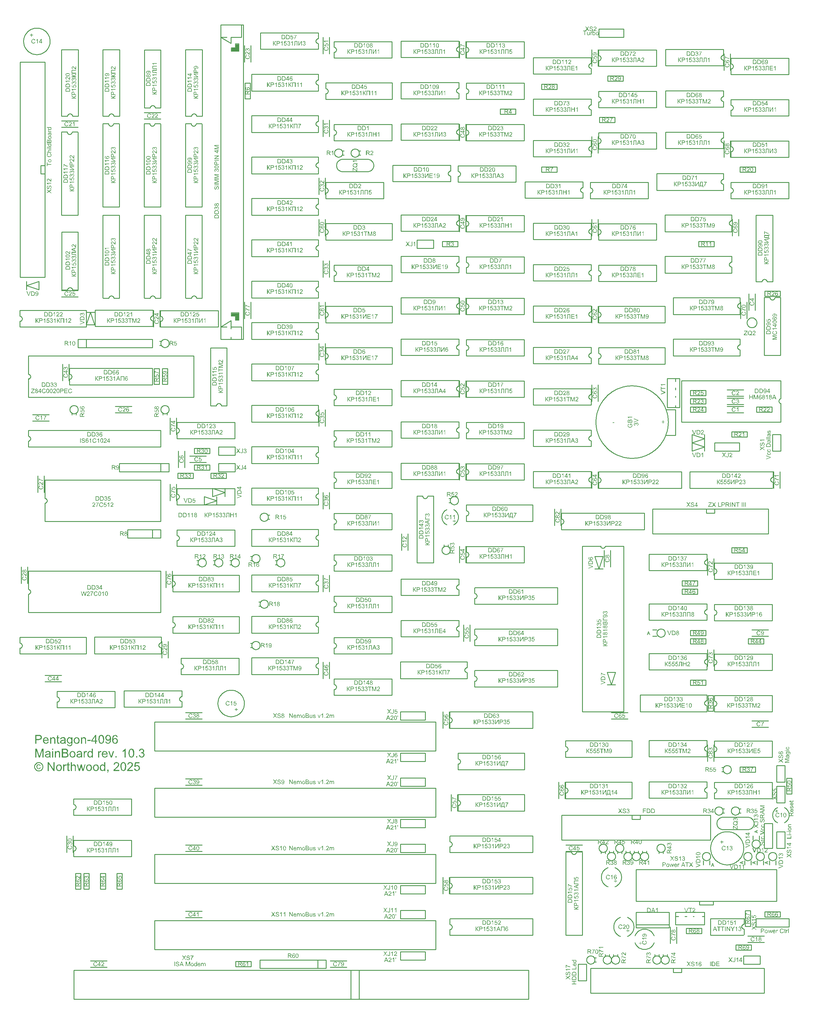
<source format=gto>
G04*
G04  File:            MAINBOARD-V10.3.2.GTO, Tue Sep 02 20:29:40 2025*
G04  Source:          P-CAD 2006 PCB, Version 19.02.958, (D:\PCAD-2006\Projects\Pentagon-4096\Hardware\MainBoard-v10.3.2.PCB)*
G04  Format:          Gerber Format (RS-274-D), ASCII*
G04*
G04  Format Options:  Absolute Positioning*
G04                   Leading-Zero Suppression*
G04                   Scale Factor 1:1*
G04                   NO Circular Interpolation*
G04                   Inch Units*
G04                   Numeric Format: 4.4 (XXXX.XXXX)*
G04                   G54 NOT Used for Aperture Change*
G04                   Apertures Embedded*
G04*
G04  File Options:    Offset = (0.0mil,0.0mil)*
G04                   Drill Symbol Size = 80.0mil*
G04                   No Pad/Via Holes*
G04*
G04  File Contents:   No Pads*
G04                   No Vias*
G04                   Designators*
G04                   Types*
G04                   Values*
G04                   No Drill Symbols*
G04                   Top Silk*
G04*
%INMAINBOARD-V10.3.2.GTO*%
%ICAS*%
%MOIN*%
G04*
G04  Aperture MACROs for general use --- invoked via D-code assignment *
G04*
G04  General MACRO for flashed round with rotation and/or offset hole *
%AMROTOFFROUND*
1,1,$1,0.0000,0.0000*
1,0,$2,$3,$4*%
G04*
G04  General MACRO for flashed oval (obround) with rotation and/or offset hole *
%AMROTOFFOVAL*
21,1,$1,$2,0.0000,0.0000,$3*
1,1,$4,$5,$6*
1,1,$4,0-$5,0-$6*
1,0,$7,$8,$9*%
G04*
G04  General MACRO for flashed oval (obround) with rotation and no hole *
%AMROTOVALNOHOLE*
21,1,$1,$2,0.0000,0.0000,$3*
1,1,$4,$5,$6*
1,1,$4,0-$5,0-$6*%
G04*
G04  General MACRO for flashed rectangle with rotation and/or offset hole *
%AMROTOFFRECT*
21,1,$1,$2,0.0000,0.0000,$3*
1,0,$4,$5,$6*%
G04*
G04  General MACRO for flashed rectangle with rotation and no hole *
%AMROTRECTNOHOLE*
21,1,$1,$2,0.0000,0.0000,$3*%
G04*
G04  General MACRO for flashed rounded-rectangle *
%AMROUNDRECT*
21,1,$1,$2-$4,0.0000,0.0000,$3*
21,1,$1-$4,$2,0.0000,0.0000,$3*
1,1,$4,$5,$6*
1,1,$4,$7,$8*
1,1,$4,0-$5,0-$6*
1,1,$4,0-$7,0-$8*
1,0,$9,$10,$11*%
G04*
G04  General MACRO for flashed rounded-rectangle with rotation and no hole *
%AMROUNDRECTNOHOLE*
21,1,$1,$2-$4,0.0000,0.0000,$3*
21,1,$1-$4,$2,0.0000,0.0000,$3*
1,1,$4,$5,$6*
1,1,$4,$7,$8*
1,1,$4,0-$5,0-$6*
1,1,$4,0-$7,0-$8*%
G04*
G04  General MACRO for flashed regular polygon *
%AMREGPOLY*
5,1,$1,0.0000,0.0000,$2,$3+$4*
1,0,$5,$6,$7*%
G04*
G04  General MACRO for flashed regular polygon with no hole *
%AMREGPOLYNOHOLE*
5,1,$1,0.0000,0.0000,$2,$3+$4*%
G04*
G04  General MACRO for target *
%AMTARGET*
6,0,0,$1,$2,$3,4,$4,$5,$6*%
G04*
G04  General MACRO for mounting hole *
%AMMTHOLE*
1,1,$1,0,0*
1,0,$2,0,0*
$1=$1-$2*
$1=$1/2*
21,1,$2+$1,$3,0,0,$4*
21,1,$3,$2+$1,0,0,$4*%
G04*
G04*
G04  D10 : "Ellipse X8.0mil Y8.0mil H0.0mil 0.0deg (0.0mil,0.0mil) Draw"*
G04  Disc: OuterDia=0.0080*
%ADD10C, 0.0080*%
G04  D11 : "Ellipse X10.0mil Y10.0mil H0.0mil 0.0deg (0.0mil,0.0mil) Draw"*
G04  Disc: OuterDia=0.0100*
%ADD11C, 0.0100*%
G04  D12 : "Ellipse X15.0mil Y15.0mil H0.0mil 0.0deg (0.0mil,0.0mil) Draw"*
G04  Disc: OuterDia=0.0150*
%ADD12C, 0.0150*%
G04  D13 : "Ellipse X25.0mil Y25.0mil H0.0mil 0.0deg (0.0mil,0.0mil) Draw"*
G04  Disc: OuterDia=0.0250*
%ADD13C, 0.0250*%
G04  D14 : "Ellipse X30.0mil Y30.0mil H0.0mil 0.0deg (0.0mil,0.0mil) Draw"*
G04  Disc: OuterDia=0.0300*
%ADD14C, 0.0300*%
G04  D15 : "Ellipse X40.0mil Y40.0mil H0.0mil 0.0deg (0.0mil,0.0mil) Draw"*
G04  Disc: OuterDia=0.0400*
%ADD15C, 0.0400*%
G04  D16 : "Ellipse X5.0mil Y5.0mil H0.0mil 0.0deg (0.0mil,0.0mil) Draw"*
G04  Disc: OuterDia=0.0050*
%ADD16C, 0.0050*%
G04  D17 : "Ellipse X6.0mil Y6.0mil H0.0mil 0.0deg (0.0mil,0.0mil) Draw"*
G04  Disc: OuterDia=0.0060*
%ADD17C, 0.0060*%
G04  D18 : "Ellipse X9.8mil Y9.8mil H0.0mil 0.0deg (0.0mil,0.0mil) Draw"*
G04  Disc: OuterDia=0.0098*
%ADD18C, 0.0098*%
G04  D19 : "Ellipse X110.0mil Y110.0mil H0.0mil 0.0deg (0.0mil,0.0mil) Flash"*
G04  Disc: OuterDia=0.1100*
%ADD19C, 0.1100*%
G04  D20 : "Ellipse X200.0mil Y200.0mil H0.0mil 0.0deg (0.0mil,0.0mil) Flash"*
G04  Disc: OuterDia=0.2000*
%ADD20C, 0.2000*%
G04  D21 : "Ellipse X215.0mil Y215.0mil H0.0mil 0.0deg (0.0mil,0.0mil) Flash"*
G04  Disc: OuterDia=0.2150*
%ADD21C, 0.2150*%
G04  D22 : "Ellipse X50.0mil Y50.0mil H0.0mil 0.0deg (0.0mil,0.0mil) Flash"*
G04  Disc: OuterDia=0.0500*
%ADD22C, 0.0500*%
G04  D23 : "Ellipse X56.0mil Y56.0mil H0.0mil 0.0deg (0.0mil,0.0mil) Flash"*
G04  Disc: OuterDia=0.0560*
%ADD23C, 0.0560*%
G04  D24 : "Ellipse X60.0mil Y60.0mil H0.0mil 0.0deg (0.0mil,0.0mil) Flash"*
G04  Disc: OuterDia=0.0600*
%ADD24C, 0.0600*%
G04  D25 : "Ellipse X64.0mil Y64.0mil H0.0mil 0.0deg (0.0mil,0.0mil) Flash"*
G04  Disc: OuterDia=0.0640*
%ADD25C, 0.0640*%
G04  D26 : "Ellipse X65.0mil Y65.0mil H0.0mil 0.0deg (0.0mil,0.0mil) Flash"*
G04  Disc: OuterDia=0.0650*
%ADD26C, 0.0650*%
G04  D27 : "Ellipse X71.0mil Y71.0mil H0.0mil 0.0deg (0.0mil,0.0mil) Flash"*
G04  Disc: OuterDia=0.0710*
%ADD27C, 0.0710*%
G04  D28 : "Ellipse X75.0mil Y75.0mil H0.0mil 0.0deg (0.0mil,0.0mil) Flash"*
G04  Disc: OuterDia=0.0750*
%ADD28C, 0.0750*%
G04  D29 : "Ellipse X79.0mil Y79.0mil H0.0mil 0.0deg (0.0mil,0.0mil) Flash"*
G04  Disc: OuterDia=0.0790*
%ADD29C, 0.0790*%
G04  D30 : "Ellipse X90.0mil Y90.0mil H0.0mil 0.0deg (0.0mil,0.0mil) Flash"*
G04  Disc: OuterDia=0.0900*
%ADD30C, 0.0900*%
G04  D31 : "Ellipse X95.0mil Y95.0mil H0.0mil 0.0deg (0.0mil,0.0mil) Flash"*
G04  Disc: OuterDia=0.0950*
%ADD31C, 0.0950*%
G04  D32 : "Mounting Hole X200.0mil Y200.0mil H0.0mil 0.0deg (0.0mil,0.0mil) Flash"*
G04  Mounting Hole: Diameter=0.2000, Rotation=0.0, LineWidth=0.0050 *
%ADD32MTHOLE, 0.2000 X0.1800 X0.0050 X0.0*%
G04  D33 : "Oval X75.0mil Y87.0mil H0.0mil 0.0deg (0.0mil,0.0mil) Flash"*
G04  Obround: DimX=0.0750, DimY=0.0870, Rotation=0.0, OffsetX=0.0000, OffsetY=0.0000, HoleDia=0.0000 *
%ADD33O, 0.0750 X0.0870*%
G04  D34 : "Oval X90.0mil Y102.0mil H0.0mil 0.0deg (0.0mil,0.0mil) Flash"*
G04  Obround: DimX=0.0900, DimY=0.1020, Rotation=0.0, OffsetX=0.0000, OffsetY=0.0000, HoleDia=0.0000 *
%ADD34O, 0.0900 X0.1020*%
G04  D35 : "Rectangle X110.0mil Y110.0mil H0.0mil 0.0deg (0.0mil,0.0mil) Flash"*
G04  Square: Side=0.1100, Rotation=0.0, OffsetX=0.0000, OffsetY=0.0000, HoleDia=0.0000*
%ADD35R, 0.1100 X0.1100*%
G04  D36 : "Rectangle X50.0mil Y50.0mil H0.0mil 0.0deg (0.0mil,0.0mil) Flash"*
G04  Square: Side=0.0500, Rotation=0.0, OffsetX=0.0000, OffsetY=0.0000, HoleDia=0.0000*
%ADD36R, 0.0500 X0.0500*%
G04  D37 : "Rectangle X56.0mil Y56.0mil H0.0mil 0.0deg (0.0mil,0.0mil) Flash"*
G04  Square: Side=0.0560, Rotation=0.0, OffsetX=0.0000, OffsetY=0.0000, HoleDia=0.0000*
%ADD37R, 0.0560 X0.0560*%
G04  D38 : "Rectangle X60.0mil Y60.0mil H0.0mil 0.0deg (0.0mil,0.0mil) Flash"*
G04  Square: Side=0.0600, Rotation=0.0, OffsetX=0.0000, OffsetY=0.0000, HoleDia=0.0000*
%ADD38R, 0.0600 X0.0600*%
G04  D39 : "Rectangle X64.0mil Y64.0mil H0.0mil 0.0deg (0.0mil,0.0mil) Flash"*
G04  Square: Side=0.0640, Rotation=0.0, OffsetX=0.0000, OffsetY=0.0000, HoleDia=0.0000*
%ADD39R, 0.0640 X0.0640*%
G04  D40 : "Rectangle X65.0mil Y65.0mil H0.0mil 0.0deg (0.0mil,0.0mil) Flash"*
G04  Square: Side=0.0650, Rotation=0.0, OffsetX=0.0000, OffsetY=0.0000, HoleDia=0.0000*
%ADD40R, 0.0650 X0.0650*%
G04  D41 : "Rectangle X71.0mil Y71.0mil H0.0mil 0.0deg (0.0mil,0.0mil) Flash"*
G04  Square: Side=0.0710, Rotation=0.0, OffsetX=0.0000, OffsetY=0.0000, HoleDia=0.0000*
%ADD41R, 0.0710 X0.0710*%
G04  D42 : "Rectangle X75.0mil Y75.0mil H0.0mil 0.0deg (0.0mil,0.0mil) Flash"*
G04  Square: Side=0.0750, Rotation=0.0, OffsetX=0.0000, OffsetY=0.0000, HoleDia=0.0000*
%ADD42R, 0.0750 X0.0750*%
G04  D43 : "Rectangle X75.0mil Y87.0mil H0.0mil 0.0deg (0.0mil,0.0mil) Flash"*
G04  Rectangular: DimX=0.0750, DimY=0.0870, Rotation=0.0, OffsetX=0.0000, OffsetY=0.0000, HoleDia=0.0000 *
%ADD43R, 0.0750 X0.0870*%
G04  D44 : "Rectangle X79.0mil Y79.0mil H0.0mil 0.0deg (0.0mil,0.0mil) Flash"*
G04  Square: Side=0.0790, Rotation=0.0, OffsetX=0.0000, OffsetY=0.0000, HoleDia=0.0000*
%ADD44R, 0.0790 X0.0790*%
G04  D45 : "Rectangle X90.0mil Y102.0mil H0.0mil 0.0deg (0.0mil,0.0mil) Flash"*
G04  Rectangular: DimX=0.0900, DimY=0.1020, Rotation=0.0, OffsetX=0.0000, OffsetY=0.0000, HoleDia=0.0000 *
%ADD45R, 0.0900 X0.1020*%
G04  D46 : "Rectangle X95.0mil Y95.0mil H0.0mil 0.0deg (0.0mil,0.0mil) Flash"*
G04  Square: Side=0.0950, Rotation=0.0, OffsetX=0.0000, OffsetY=0.0000, HoleDia=0.0000*
%ADD46R, 0.0950 X0.0950*%
G04  D47 : "Ellipse X102.0mil Y102.0mil H0.0mil 0.0deg (0.0mil,0.0mil) Flash"*
G04  Disc: OuterDia=0.1020*
%ADD47C, 0.1020*%
G04  D48 : "Ellipse X118.0mil Y118.0mil H0.0mil 0.0deg (0.0mil,0.0mil) Flash"*
G04  Disc: OuterDia=0.1180*
%ADD48C, 0.1180*%
G04  D49 : "Ellipse X133.0mil Y133.0mil H0.0mil 0.0deg (0.0mil,0.0mil) Flash"*
G04  Disc: OuterDia=0.1330*
%ADD49C, 0.1330*%
G04  D50 : "Ellipse X20.0mil Y20.0mil H0.0mil 0.0deg (0.0mil,0.0mil) Flash"*
G04  Disc: OuterDia=0.0200*
%ADD50C, 0.0200*%
G04  D51 : "Ellipse X35.0mil Y35.0mil H0.0mil 0.0deg (0.0mil,0.0mil) Flash"*
G04  Disc: OuterDia=0.0350*
%ADD51C, 0.0350*%
G04  D52 : "Ellipse X55.0mil Y55.0mil H0.0mil 0.0deg (0.0mil,0.0mil) Flash"*
G04  Disc: OuterDia=0.0550*
%ADD52C, 0.0550*%
G04  D53 : "Ellipse X70.0mil Y70.0mil H0.0mil 0.0deg (0.0mil,0.0mil) Flash"*
G04  Disc: OuterDia=0.0700*
%ADD53C, 0.0700*%
G04  D54 : "Ellipse X87.0mil Y87.0mil H0.0mil 0.0deg (0.0mil,0.0mil) Flash"*
G04  Disc: OuterDia=0.0870*
%ADD54C, 0.0870*%
G04*
%FSLAX44Y44*%
%SFA1B1*%
%OFA0.0000B0.0000*%
G04*
G70*
G90*
G01*
D2*
%LNTop Silk*%
%LPD*%
D11*
X103731Y128350*
X103828Y128359D1*
X103922Y128388*
X104009Y128434*
X104084Y128496*
X104147Y128572*
X104193Y128658*
X104221Y128752*
X104231Y128850*
X104221Y128947*
X104193Y129041*
X104147Y129127*
X104084Y129203*
X104009Y129265*
X103922Y129312*
X103828Y129340*
X103731Y129350*
X103633Y129340*
X103540Y129312*
X103453Y129265*
X103377Y129203*
X103315Y129127*
X103269Y129041*
X103240Y128947*
X103231Y128850*
X103240Y128752*
X103269Y128658*
X103315Y128572*
X103377Y128496*
X103453Y128434*
X103540Y128388*
X103633Y128359*
X103731Y128350*
D2*
D10*
D11*
X154375Y125500*
Y123500D1*
X153625D2*
Y125500D1*
D2*
D10*
D11*
X155375Y155500*
Y153500D1*
X154625D2*
Y155500D1*
D2*
D10*
D11*
X155375Y185500*
Y183500D1*
X154625D2*
Y185500D1*
D2*
D10*
D11*
X155375Y206500*
Y204500D1*
X154625D2*
Y206500D1*
D2*
D10*
D11*
X104375Y164000*
Y162000D1*
X103625D2*
Y164000D1*
D2*
D10*
D11*
X107375Y177500*
Y175500D1*
X106625D2*
Y177500D1*
D2*
D10*
D11*
X108812Y115937*
X108187D1*
X108812Y114062D2*
X108187D1*
Y115937*
X108812D2*
Y114062D1*
D2*
D10*
D11*
X109812Y115937*
X109187D1*
X109812Y114062D2*
X109187D1*
Y115937*
X109812D2*
Y114062D1*
D2*
D10*
D11*
X111812Y115937*
X111187D1*
X111812Y114062D2*
X111187D1*
Y115937*
X111812D2*
Y114062D1*
D2*
D10*
D11*
X118625Y142000*
Y144000D1*
X119375D2*
Y142000D1*
D2*
D10*
D11*
X118312Y176937*
X117687D1*
X118312Y175062D2*
X117687D1*
Y176937*
X118312D2*
Y175062D1*
D2*
D10*
D11*
X119312Y176937*
X118687D1*
X119312Y175062D2*
X118687D1*
Y176937*
X119312D2*
Y175062D1*
D2*
D10*
D11*
X118750Y171350*
Y171550D1*
X119250Y171350D2*
Y171550D1*
X119000Y171499D2*
X119097Y171509D1*
X119191Y171538*
X119277Y171584*
X119353Y171646*
X119415Y171722*
X119461Y171808*
X119490Y171902*
X119500Y172000*
X119490Y172097*
X119461Y172191*
X119415Y172277*
X119353Y172353*
X119277Y172415*
X119191Y172461*
X119097Y172490*
X119000Y172500*
X118902Y172490*
X118808Y172461*
X118722Y172415*
X118646Y172353*
X118584Y172277*
X118538Y172191*
X118509Y172097*
X118499Y172000*
X118509Y171902*
X118538Y171808*
X118584Y171722*
X118646Y171646*
X118722Y171584*
X118808Y171538*
X118902Y171509*
X119000Y171499*
D2*
D10*
D11*
X117625Y182000*
Y184000D1*
X118375D2*
Y182000D1*
D2*
D10*
D11*
X120625Y165000*
Y167000D1*
X121375D2*
Y165000D1*
D2*
D10*
D11*
X126850Y153750*
X127050D1*
X126850Y153250D2*
X127050D1*
X126999Y153500D2*
X127009Y153402D1*
X127038Y153308*
X127084Y153222*
X127146Y153146*
X127222Y153084*
X127308Y153038*
X127402Y153009*
X127500Y152999*
X127597Y153009*
X127691Y153038*
X127777Y153084*
X127853Y153146*
X127915Y153222*
X127961Y153308*
X127990Y153402*
X128000Y153500*
X127990Y153597*
X127961Y153691*
X127915Y153777*
X127853Y153853*
X127777Y153915*
X127691Y153961*
X127597Y153990*
X127500Y154000*
X127402Y153990*
X127308Y153961*
X127222Y153915*
X127146Y153853*
X127084Y153777*
X127038Y153691*
X127009Y153597*
X126999Y153500*
D2*
D10*
D11*
X138125Y139500*
Y141500D1*
X138875D2*
Y139500D1*
D2*
D10*
D11*
X138125Y150000*
Y152000D1*
X138875D2*
Y150000D1*
D2*
D10*
D11*
X138125Y160000*
Y162000D1*
X138875D2*
Y160000D1*
D2*
D10*
D11*
Y190000*
Y188000D1*
X138125D2*
Y190000D1*
D2*
D10*
D11*
X138875Y217000*
Y215000D1*
X138125D2*
Y217000D1*
D2*
D10*
D11*
X148375Y157000*
Y155000D1*
X147625D2*
Y157000D1*
D2*
D10*
D11*
X155375Y165500*
Y163500D1*
X154625D2*
Y165500D1*
D2*
D10*
D11*
X155375Y175500*
Y173500D1*
X154625D2*
Y175500D1*
D2*
D10*
D11*
X155375Y216500*
Y214500D1*
X154625D2*
Y216500D1*
D2*
D10*
D11*
X167375Y127000*
Y125000D1*
X166625D2*
Y127000D1*
D2*
D10*
D11*
X166875Y160000*
Y158000D1*
X166125D2*
Y160000D1*
D2*
D10*
D11*
X172750Y106150*
Y105950D1*
X172250Y106150D2*
Y105950D1*
X172500Y106000D2*
X172402Y105990D1*
X172308Y105961*
X172222Y105915*
X172146Y105853*
X172084Y105777*
X172038Y105691*
X172009Y105597*
X171999Y105500*
X172009Y105402*
X172038Y105308*
X172084Y105222*
X172146Y105146*
X172222Y105084*
X172308Y105038*
X172402Y105009*
X172500Y104999*
X172597Y105009*
X172691Y105038*
X172777Y105084*
X172853Y105146*
X172915Y105222*
X172961Y105308*
X172990Y105402*
X173000Y105500*
X172990Y105597*
X172961Y105691*
X172915Y105777*
X172853Y105853*
X172777Y105915*
X172691Y105961*
X172597Y105990*
X172500Y106000*
D2*
D10*
D11*
X171750Y118350*
Y118550D1*
X172250Y118350D2*
Y118550D1*
X172000Y118499D2*
X172097Y118509D1*
X172191Y118538*
X172277Y118584*
X172353Y118646*
X172415Y118722*
X172461Y118808*
X172490Y118902*
X172500Y119000*
X172490Y119097*
X172461Y119191*
X172415Y119277*
X172353Y119353*
X172277Y119415*
X172191Y119461*
X172097Y119490*
X172000Y119500*
X171902Y119490*
X171808Y119461*
X171722Y119415*
X171646Y119353*
X171584Y119277*
X171538Y119191*
X171509Y119097*
X171499Y119000*
X171509Y118902*
X171538Y118808*
X171584Y118722*
X171646Y118646*
X171722Y118584*
X171808Y118538*
X171902Y118509*
X172000Y118499*
D2*
D10*
D11*
X173250Y118650*
Y118450D1*
X172750Y118650D2*
Y118450D1*
X173000Y118500D2*
X172902Y118490D1*
X172808Y118461*
X172722Y118415*
X172646Y118353*
X172584Y118277*
X172538Y118191*
X172509Y118097*
X172499Y118000*
X172509Y117902*
X172538Y117808*
X172584Y117722*
X172646Y117646*
X172722Y117584*
X172808Y117538*
X172902Y117509*
X173000Y117499*
X173097Y117509*
X173191Y117538*
X173277Y117584*
X173353Y117646*
X173415Y117722*
X173461Y117808*
X173490Y117902*
X173500Y118000*
X173490Y118097*
X173461Y118191*
X173415Y118277*
X173353Y118353*
X173277Y118415*
X173191Y118461*
X173097Y118490*
X173000Y118500*
D2*
D10*
D11*
X173500Y140250*
X172500D1*
X173500Y138750D2*
X172500D1*
X173500Y140250D2*
X173000Y138750D1*
X172500Y140250*
D2*
D10*
D11*
X172125Y153000*
Y155000D1*
X172875D2*
Y153000D1*
D2*
D10*
D11*
X175250Y118650*
Y118450D1*
X174750Y118650D2*
Y118450D1*
X175000Y118500D2*
X174902Y118490D1*
X174808Y118461*
X174722Y118415*
X174646Y118353*
X174584Y118277*
X174538Y118191*
X174509Y118097*
X174499Y118000*
X174509Y117902*
X174538Y117808*
X174584Y117722*
X174646Y117646*
X174722Y117584*
X174808Y117538*
X174902Y117509*
X175000Y117499*
X175097Y117509*
X175191Y117538*
X175277Y117584*
X175353Y117646*
X175415Y117722*
X175461Y117808*
X175490Y117902*
X175500Y118000*
X175490Y118097*
X175461Y118191*
X175415Y118277*
X175353Y118353*
X175277Y118415*
X175191Y118461*
X175097Y118490*
X175000Y118500*
D2*
D10*
D11*
X176250Y118650*
Y118450D1*
X175750Y118650D2*
Y118450D1*
X176000Y118500D2*
X175902Y118490D1*
X175808Y118461*
X175722Y118415*
X175646Y118353*
X175584Y118277*
X175538Y118191*
X175509Y118097*
X175499Y118000*
X175509Y117902*
X175538Y117808*
X175584Y117722*
X175646Y117646*
X175722Y117584*
X175808Y117538*
X175902Y117509*
X176000Y117499*
X176097Y117509*
X176191Y117538*
X176277Y117584*
X176353Y117646*
X176415Y117722*
X176461Y117808*
X176490Y117902*
X176500Y118000*
X176490Y118097*
X176461Y118191*
X176415Y118277*
X176353Y118353*
X176277Y118415*
X176191Y118461*
X176097Y118490*
X176000Y118500*
D2*
D10*
D11*
X178750Y106150*
Y105950D1*
X178250Y106150D2*
Y105950D1*
X178500Y106000D2*
X178402Y105990D1*
X178308Y105961*
X178222Y105915*
X178146Y105853*
X178084Y105777*
X178038Y105691*
X178009Y105597*
X177999Y105500*
X178009Y105402*
X178038Y105308*
X178084Y105222*
X178146Y105146*
X178222Y105084*
X178308Y105038*
X178402Y105009*
X178500Y104999*
X178597Y105009*
X178691Y105038*
X178777Y105084*
X178853Y105146*
X178915Y105222*
X178961Y105308*
X178990Y105402*
X179000Y105500*
X178990Y105597*
X178961Y105691*
X178915Y105777*
X178853Y105853*
X178777Y105915*
X178691Y105961*
X178597Y105990*
X178500Y106000*
D2*
D10*
D11*
X184875Y117500*
Y117000D1*
X184125Y117500D2*
Y117000D1*
X185000Y118000D2*
X184990Y118097D1*
X184961Y118191*
X184915Y118277*
X184853Y118353*
X184777Y118415*
X184691Y118461*
X184597Y118490*
X184500Y118500*
X184402Y118490*
X184308Y118461*
X184222Y118415*
X184146Y118353*
X184084Y118277*
X184038Y118191*
X184009Y118097*
X183999Y118000*
X184009Y117902*
X184038Y117808*
X184084Y117722*
X184146Y117646*
X184222Y117584*
X184308Y117538*
X184402Y117509*
X184500Y117499*
X184597Y117509*
X184691Y117538*
X184777Y117584*
X184853Y117646*
X184915Y117722*
X184961Y117808*
X184990Y117902*
X185000Y118000*
D2*
D17*
X185400Y116793*
X185250Y117187D1*
X185100Y116793*
X185156Y116925D2*
X185343D1*
D2*
D10*
D11*
X184625Y129500*
Y131500D1*
X185375D2*
Y129500D1*
D2*
D10*
D11*
X184687Y135562*
X185312D1*
X184687Y137437D2*
X185312D1*
Y135562*
X184687D2*
Y137437D1*
D2*
D10*
D11*
X185375Y143000*
Y141000D1*
X184625D2*
Y143000D1*
D2*
D10*
D11*
X185375Y154000*
Y152000D1*
X184625D2*
Y154000D1*
D2*
D10*
D11*
X187375Y204500*
Y202500D1*
X186625D2*
Y204500D1*
D2*
D10*
D11*
X187375Y215000*
Y213000D1*
X186625D2*
Y215000D1*
D2*
D10*
D11*
X190125Y120000*
Y120500D1*
X190875Y120000D2*
Y120500D1*
X189999Y119500D2*
X190009Y119402D1*
X190038Y119308*
X190084Y119222*
X190146Y119146*
X190222Y119084*
X190308Y119038*
X190402Y119009*
X190500Y118999*
X190597Y119009*
X190691Y119038*
X190777Y119084*
X190853Y119146*
X190915Y119222*
X190961Y119308*
X190990Y119402*
X191000Y119500*
X190990Y119597*
X190961Y119691*
X190915Y119777*
X190853Y119853*
X190777Y119915*
X190691Y119961*
X190597Y119990*
X190500Y120000*
X190402Y119990*
X190308Y119961*
X190222Y119915*
X190146Y119853*
X190084Y119777*
X190038Y119691*
X190009Y119597*
X189999Y119500*
D2*
D17*
X190706Y121150*
X190312Y121000D1*
X190706Y120850*
X190575Y120906D2*
Y121093D1*
D2*
D11*
D10*
D11*
X189625Y184000*
Y186000D1*
X190375D2*
Y184000D1*
D2*
D10*
D11*
X193077Y123906*
X192990Y123860D1*
X192907Y123805*
X192831Y123743*
X192761Y123674*
X192698Y123598*
X192643Y123516*
X192596Y123429*
X192559Y123338*
X192530Y123244*
X192510Y123147*
X192501Y123049*
Y122950*
X192510Y122852*
X192530Y122755*
X192559Y122661*
X192596Y122570*
X192643Y122483*
X192698Y122401*
X192761Y122325*
X192831Y122256*
X192907Y122194*
X192990Y122139*
X193077Y122093*
X193922D2*
X194009Y122139D1*
X194092Y122194*
X194168Y122256*
X194238Y122325*
X194301Y122401*
X194356Y122483*
X194403Y122570*
X194440Y122661*
X194469Y122755*
X194489Y122852*
X194498Y122950*
Y123049*
X194489Y123147*
X194469Y123244*
X194440Y123338*
X194403Y123429*
X194356Y123516*
X194301Y123598*
X194238Y123674*
X194168Y123743*
X194092Y123805*
X194009Y123860*
X193922Y123906*
D2*
D10*
D11*
X194000Y129000*
X193000D1*
Y127000D2*
X194000D1*
Y129000*
X193000D2*
Y127000D1*
D2*
D10*
D11*
X192625Y162500*
Y164500D1*
X193375D2*
Y162500D1*
D2*
D10*
D11*
X109500Y182250*
X110500D1*
X109500Y183750D2*
X110500D1*
X109500Y182250D2*
X110000Y183750D1*
X110500Y182250*
D2*
D10*
D11*
X138875Y207000*
Y205000D1*
X138125D2*
Y207000D1*
D2*
D10*
D11*
X155375Y195500*
Y193500D1*
X154625D2*
Y195500D1*
D2*
D10*
D11*
X180125Y107500*
Y109500D1*
X180875D2*
Y107500D1*
D2*
D10*
D11*
X187625Y193000*
Y195000D1*
X188375D2*
Y193000D1*
D2*
D10*
D11*
X189187Y109562*
X189812D1*
X189187Y111437D2*
X189812D1*
Y109562*
X189187D2*
Y111437D1*
D2*
D10*
D11*
X193000Y119000*
X194000D1*
Y121000D2*
X193000D1*
Y119000*
X194000D2*
Y121000D1*
D2*
D10*
D11*
X106500Y139125*
X104500D1*
Y139875D2*
X106500D1*
D2*
D10*
D11*
X119875Y152500*
Y150500D1*
X119125D2*
Y152500D1*
D2*
D10*
D11*
X118500Y156500*
Y157500D1*
X117500Y156500D2*
Y157500D1*
X114500D2*
Y156500D1*
X118500*
Y157500D2*
X114500D1*
D2*
D10*
D11*
X113000Y172375*
X115000D1*
Y171625D2*
X113000D1*
D2*
D10*
D11*
X116500Y207875*
X118500D1*
Y207125D2*
X116500D1*
D2*
D10*
D11*
X130350Y148750*
X130550D1*
X130350Y148250D2*
X130550D1*
X130499Y148500D2*
X130509Y148402D1*
X130538Y148308*
X130584Y148222*
X130646Y148146*
X130722Y148084*
X130808Y148038*
X130902Y148009*
X131000Y147999*
X131097Y148009*
X131191Y148038*
X131277Y148084*
X131353Y148146*
X131415Y148222*
X131461Y148308*
X131490Y148402*
X131500Y148500*
X131490Y148597*
X131461Y148691*
X131415Y148777*
X131353Y148853*
X131277Y148915*
X131191Y148961*
X131097Y148990*
X131000Y149000*
X130902Y148990*
X130808Y148961*
X130722Y148915*
X130646Y148853*
X130584Y148777*
X130538Y148691*
X130509Y148597*
X130499Y148500*
D2*
D10*
D11*
X124562Y164312*
Y163687D1*
X126437Y164312D2*
Y163687D1*
X124562*
Y164312D2*
X126437D1*
D2*
D10*
D11*
X124000Y165625*
X122000D1*
Y166375D2*
X124000D1*
D2*
D10*
D11*
X122562Y167312*
Y166687D1*
X124437Y167312D2*
Y166687D1*
X122562*
Y167312D2*
X124437D1*
D2*
D10*
D11*
X125500Y166500*
Y167500D1*
X127500D2*
Y166500D1*
X125500*
Y167500D2*
X127500D1*
D2*
D10*
D11*
X142650Y202750*
X142450D1*
X142650Y203250D2*
X142450D1*
X142500Y203000D2*
X142490Y203097D1*
X142461Y203191*
X142415Y203277*
X142353Y203353*
X142277Y203415*
X142191Y203461*
X142097Y203490*
X142000Y203500*
X141902Y203490*
X141808Y203461*
X141722Y203415*
X141646Y203353*
X141584Y203277*
X141538Y203191*
X141509Y203097*
X141499Y203000*
X141509Y202902*
X141538Y202808*
X141584Y202722*
X141646Y202646*
X141722Y202584*
X141808Y202538*
X141902Y202509*
X142000Y202499*
X142097Y202509*
X142191Y202538*
X142277Y202584*
X142353Y202646*
X142415Y202722*
X142461Y202808*
X142490Y202902*
X142500Y203000*
D2*
D10*
D11*
X140650Y202750*
X140450D1*
X140650Y203250D2*
X140450D1*
X140500Y203000D2*
X140490Y203097D1*
X140461Y203191*
X140415Y203277*
X140353Y203353*
X140277Y203415*
X140191Y203461*
X140097Y203490*
X140000Y203500*
X139902Y203490*
X139808Y203461*
X139722Y203415*
X139646Y203353*
X139584Y203277*
X139538Y203191*
X139509Y203097*
X139499Y203000*
X139509Y202902*
X139538Y202808*
X139584Y202722*
X139646Y202646*
X139722Y202584*
X139808Y202538*
X139902Y202509*
X140000Y202499*
X140097Y202509*
X140191Y202538*
X140277Y202584*
X140353Y202646*
X140415Y202722*
X140461Y202808*
X140490Y202902*
X140500Y203000*
D2*
D10*
D11*
X150500Y119500*
Y118500D1*
X147500D2*
Y119500D1*
X150500Y118500D2*
X147500D1*
Y119500D2*
X150500D1*
D2*
D10*
D11*
Y122500*
Y121500D1*
X147500D2*
Y122500D1*
X150500Y121500D2*
X147500D1*
Y122500D2*
X150500D1*
D2*
D10*
D11*
Y127500*
Y126500D1*
X147500D2*
Y127500D1*
X150500Y126500D2*
X147500D1*
Y127500D2*
X150500D1*
D2*
D10*
D11*
Y130500*
Y129500D1*
X147500D2*
Y130500D1*
X150500Y129500D2*
X147500D1*
Y130500D2*
X150500D1*
D2*
D10*
D11*
X161437Y207687*
Y208312D1*
X159562Y207687D2*
Y208312D1*
X161437*
Y207687D2*
X159562D1*
D2*
D10*
D11*
X166437Y210687*
Y211312D1*
X164562Y210687D2*
Y211312D1*
X166437*
Y210687D2*
X164562D1*
D2*
D10*
D11*
X174918Y110650*
X175010Y110612D1*
X175099Y110567*
X175184Y110514*
X175264Y110455*
X175339Y110390*
X175409Y110319*
X175473Y110242*
X175530Y110160*
X175580Y110074*
X175623Y109984*
X175659Y109891*
X175687Y109796*
X175707Y109698*
X175719Y109599*
X175723Y109500*
X175719Y109400*
X175707Y109301*
X175687Y109203*
X175659Y109108*
X175623Y109015*
X175580Y108925*
X175530Y108839*
X175473Y108757*
X175409Y108680*
X175339Y108609*
X175264Y108544*
X175184Y108485*
X175099Y108432*
X175010Y108387*
X174918Y108349*
X174081D2*
X173989Y108387D1*
X173900Y108432*
X173815Y108485*
X173735Y108544*
X173660Y108609*
X173590Y108680*
X173526Y108757*
X173469Y108839*
X173419Y108925*
X173376Y109015*
X173340Y109108*
X173312Y109203*
X173292Y109301*
X173280Y109400*
X173276Y109500*
X173280Y109599*
X173292Y109698*
X173312Y109796*
X173340Y109891*
X173376Y109984*
X173419Y110074*
X173469Y110160*
X173526Y110242*
X173590Y110319*
X173660Y110390*
X173735Y110455*
X173815Y110514*
X173900Y110567*
X173989Y110612*
X174081Y110650*
D2*
D10*
D11*
X173418Y114349*
X173510Y114387D1*
X173599Y114432*
X173684Y114485*
X173764Y114544*
X173839Y114609*
X173909Y114680*
X173973Y114757*
X174030Y114839*
X174080Y114925*
X174123Y115015*
X174159Y115108*
X174187Y115203*
X174207Y115301*
X174219Y115400*
X174223Y115500*
X174219Y115599*
X174207Y115698*
X174187Y115796*
X174159Y115891*
X174123Y115984*
X174080Y116074*
X174030Y116160*
X173973Y116242*
X173909Y116319*
X173839Y116390*
X173764Y116455*
X173684Y116514*
X173599Y116567*
X173510Y116612*
X173418Y116650*
X172581D2*
X172489Y116612D1*
X172400Y116567*
X172315Y116514*
X172235Y116455*
X172160Y116390*
X172090Y116319*
X172026Y116242*
X171969Y116160*
X171919Y116074*
X171876Y115984*
X171840Y115891*
X171812Y115796*
X171792Y115698*
X171780Y115599*
X171776Y115500*
X171780Y115400*
X171792Y115301*
X171812Y115203*
X171840Y115108*
X171876Y115015*
X171919Y114925*
X171969Y114839*
X172026Y114757*
X172090Y114680*
X172160Y114609*
X172235Y114544*
X172315Y114485*
X172400Y114432*
X172489Y114387*
X172581Y114349*
D2*
D10*
D11*
X178750Y118350*
Y118550D1*
X179250Y118350D2*
Y118550D1*
X179000Y118499D2*
X179097Y118509D1*
X179191Y118538*
X179277Y118584*
X179353Y118646*
X179415Y118722*
X179461Y118808*
X179490Y118902*
X179500Y119000*
X179490Y119097*
X179461Y119191*
X179415Y119277*
X179353Y119353*
X179277Y119415*
X179191Y119461*
X179097Y119490*
X179000Y119500*
X178902Y119490*
X178808Y119461*
X178722Y119415*
X178646Y119353*
X178584Y119277*
X178538Y119191*
X178509Y119097*
X178499Y119000*
X178509Y118902*
X178538Y118808*
X178584Y118722*
X178646Y118646*
X178722Y118584*
X178808Y118538*
X178902Y118509*
X179000Y118499*
D2*
D10*
D11*
X178000Y144625*
X178500D1*
X178000Y145375D2*
X178500D1*
X179000Y144499D2*
X179097Y144509D1*
X179191Y144538*
X179277Y144584*
X179353Y144646*
X179415Y144722*
X179461Y144808*
X179490Y144902*
X179500Y145000*
X179490Y145097*
X179461Y145191*
X179415Y145277*
X179353Y145353*
X179277Y145415*
X179191Y145461*
X179097Y145490*
X179000Y145500*
X178902Y145490*
X178808Y145461*
X178722Y145415*
X178646Y145353*
X178584Y145277*
X178538Y145191*
X178509Y145097*
X178499Y145000*
X178509Y144902*
X178538Y144808*
X178584Y144722*
X178646Y144646*
X178722Y144584*
X178808Y144538*
X178902Y144509*
X179000Y144499*
D2*
D17*
X177650Y144793*
X177500Y145187D1*
X177350Y144793*
X177406Y144925D2*
X177593D1*
D2*
D11*
D10*
D11*
X171375Y164500*
Y162500D1*
X170625D2*
Y164500D1*
D2*
D10*
D11*
X172562Y212312*
Y211687D1*
X174437Y212312D2*
Y211687D1*
X172562*
Y212312D2*
X174437D1*
D2*
D10*
D11*
X171375Y215500*
Y213500D1*
X170625D2*
Y215500D1*
D2*
D10*
D11*
X188062Y107312*
Y106687D1*
X189937Y107312D2*
Y106687D1*
X188062*
Y107312D2*
X189937D1*
D2*
D10*
D11*
X186500Y121250*
X186402Y121256D1*
X186305Y121275*
X186212Y121307*
X186125Y121350*
X186043Y121404*
X185969Y121469*
X185904Y121543*
X185850Y121625*
X185807Y121712*
X185775Y121805*
X185756Y121902*
X185750Y122000*
X185756Y122097*
X185775Y122194*
X185807Y122287*
X185850Y122375*
X185904Y122456*
X185969Y122530*
X186043Y122595*
X186125Y122649*
X186212Y122692*
X186305Y122724*
X186402Y122743*
X186500Y122750*
X189500D2*
X189597Y122743D1*
X189694Y122724*
X189787Y122692*
X189875Y122649*
X189956Y122595*
X190030Y122530*
X190095Y122456*
X190149Y122375*
X190192Y122287*
X190224Y122194*
X190243Y122097*
X190250Y122000*
X190243Y121902*
X190224Y121805*
X190192Y121712*
X190149Y121625*
X190095Y121543*
X190030Y121469*
X189956Y121404*
X189875Y121350*
X189787Y121307*
X189694Y121275*
X189597Y121256*
X189500Y121250*
X186500D2*
X189500D1*
X186500Y122750D2*
X189500D1*
D2*
D10*
D11*
X192000Y133625*
X190000D1*
Y134375D2*
X192000D1*
D2*
D10*
D11*
X184437Y138687*
Y139312D1*
X182562Y138687D2*
Y139312D1*
X184437*
Y138687D2*
X182562D1*
D2*
D10*
D11*
X184437Y144687*
Y145312D1*
X182562Y144687D2*
Y145312D1*
X184437*
Y144687D2*
X182562D1*
D2*
D10*
D11*
X190000Y145375*
X192000D1*
Y144625D2*
X190000D1*
D2*
D10*
D11*
X189437Y154687*
Y155312D1*
X187562Y154687D2*
Y155312D1*
X189437*
Y154687D2*
X187562D1*
D2*
D10*
D11*
Y169312*
Y168687D1*
X189437Y169312D2*
Y168687D1*
X187562*
Y169312D2*
X189437D1*
D2*
D10*
D11*
X189000Y171625*
X187000D1*
Y172375D2*
X189000D1*
D2*
D10*
D11*
X182562Y173312*
Y172687D1*
X184437Y173312D2*
Y172687D1*
X182562*
Y173312D2*
X184437D1*
D2*
D10*
D11*
Y171687*
Y172312D1*
X182562Y171687D2*
Y172312D1*
X184437*
Y171687D2*
X182562D1*
D2*
D10*
D11*
X187000Y173375*
X189000D1*
Y172625D2*
X187000D1*
D2*
D10*
D11*
X107875Y120500*
Y118500D1*
X107125D2*
Y120500D1*
D2*
D10*
D11*
X102375Y153000*
Y151000D1*
X101625D2*
Y153000D1*
D2*
D10*
D11*
X103000Y171375*
X105000D1*
Y170625D2*
X103000D1*
D2*
D10*
D11*
X107750Y171350*
Y171550D1*
X108250Y171350D2*
Y171550D1*
X108000Y171499D2*
X108097Y171509D1*
X108191Y171538*
X108277Y171584*
X108353Y171646*
X108415Y171722*
X108461Y171808*
X108490Y171902*
X108500Y172000*
X108490Y172097*
X108461Y172191*
X108415Y172277*
X108353Y172353*
X108277Y172415*
X108191Y172461*
X108097Y172490*
X108000Y172500*
X107902Y172490*
X107808Y172461*
X107722Y172415*
X107646Y172353*
X107584Y172277*
X107538Y172191*
X107509Y172097*
X107499Y172000*
X107509Y171902*
X107538Y171808*
X107584Y171722*
X107646Y171646*
X107722Y171584*
X107808Y171538*
X107902Y171509*
X108000Y171499*
D2*
D10*
D11*
X103750Y186500*
Y187500D1*
X102250Y186500D2*
Y187500D1*
X103750Y186500D2*
X102250Y187000D1*
X103750Y187500*
D2*
D10*
D11*
X106500Y186375*
X108500D1*
Y185625D2*
X106500D1*
D2*
D10*
D11*
Y206875*
X108500D1*
Y206125D2*
X106500D1*
D2*
D10*
D11*
X112000Y104625*
X110000D1*
Y105375D2*
X112000D1*
D2*
D10*
D11*
X113812Y115937*
X113187D1*
X113812Y114062D2*
X113187D1*
Y115937*
X113812D2*
Y114062D1*
D2*
D10*
D18*
X121051Y136723*
X120958Y136738D1*
X120874Y136780*
X120808Y136847*
X120765Y136930*
X120751Y137023*
X120765Y137116*
X120808Y137199*
X120874Y137266*
X120958Y137308*
X121051Y137323*
Y136723D2*
Y136039D1*
X114043Y138007D2*
X121051D1*
Y136039D2*
X114043D1*
X121051Y138007D2*
Y137323D1*
X114043Y136039D2*
Y138007D1*
D2*
D10*
D11*
X113500Y164500*
Y165500D1*
X118500D2*
Y164500D1*
X119500Y165500D2*
Y164500D1*
X113500Y165500D2*
X119500D1*
Y164500D2*
X113500D1*
D2*
D10*
D11*
X120375Y163000*
Y161000D1*
X119625D2*
Y163000D1*
D2*
D10*
D11*
X118350Y180250*
X118550D1*
X118350Y179750D2*
X118550D1*
X118499Y180000D2*
X118509Y179902D1*
X118538Y179808*
X118584Y179722*
X118646Y179646*
X118722Y179584*
X118808Y179538*
X118902Y179509*
X119000Y179499*
X119097Y179509*
X119191Y179538*
X119277Y179584*
X119353Y179646*
X119415Y179722*
X119461Y179808*
X119490Y179902*
X119500Y180000*
X119490Y180097*
X119461Y180191*
X119415Y180277*
X119353Y180353*
X119277Y180415*
X119191Y180461*
X119097Y180490*
X119000Y180500*
X118902Y180490*
X118808Y180461*
X118722Y180415*
X118646Y180353*
X118584Y180277*
X118538Y180191*
X118509Y180097*
X118499Y180000*
D2*
D10*
D18*
X112823Y207448*
X112808Y207541D1*
X112766Y207625*
X112699Y207691*
X112616Y207734*
X112523Y207748*
X112430Y207734*
X112347Y207691*
X112280Y207625*
X112238Y207541*
X112223Y207448*
X111500*
X113508Y215500D2*
Y207449D1*
X111500D2*
Y215500D1*
X113507Y207448D2*
X112823D1*
X111500Y215500D2*
X113500D1*
D2*
D10*
D18*
X117223Y208448*
X117238Y208541D1*
X117280Y208625*
X117347Y208691*
X117430Y208734*
X117523Y208748*
X117616Y208734*
X117699Y208691*
X117766Y208625*
X117808Y208541*
X117823Y208448*
X117223D2*
X116539D1*
X118507Y215456D2*
Y208448D1*
X116539D2*
Y215456D1*
X118507Y208448D2*
X117823D1*
X116539Y215456D2*
X118507D1*
D2*
D10*
D11*
X129437Y104687*
Y105312D1*
X127562Y104687D2*
Y105312D1*
X129437*
Y104687D2*
X127562D1*
D2*
D10*
D11*
X127000Y134900*
X127099Y134903D1*
X127198Y134912*
X127296Y134928*
X127393Y134949*
X127489Y134977*
X127583Y135010*
X127674Y135049*
X127763Y135094*
X127849Y135144*
X127932Y135200*
X128011Y135260*
X128086Y135325*
X128157Y135395*
X128223Y135469*
X128285Y135547*
X128341Y135629*
X128393Y135714*
X128439Y135802*
X128480Y135893*
X128514Y135986*
X128543Y136082*
X128566Y136178*
X128583Y136276*
X128594Y136375*
X128599Y136475*
X128597Y136574*
X128590Y136673*
X128576Y136772*
X128556Y136869*
X128530Y136965*
X128498Y137060*
X128460Y137152*
X128417Y137241*
X128368Y137328*
X128314Y137411*
X128254Y137491*
X128190Y137567*
X128122Y137639*
X128049Y137707*
X127972Y137770*
X127891Y137828*
X127806Y137881*
X127719Y137928*
X127629Y137970*
X127536Y138006*
X127441Y138037*
X127345Y138061*
X127247Y138080*
X127149Y138092*
X127049Y138098*
X126950*
X126850Y138092*
X126752Y138080*
X126654Y138061*
X126558Y138037*
X126463Y138006*
X126370Y137970*
X126280Y137928*
X126193Y137881*
X126108Y137828*
X126027Y137770*
X125950Y137707*
X125877Y137639*
X125809Y137567*
X125745Y137491*
X125685Y137411*
X125631Y137328*
X125582Y137241*
X125539Y137152*
X125501Y137060*
X125469Y136965*
X125443Y136869*
X125423Y136772*
X125409Y136673*
X125402Y136574*
X125400Y136475*
X125405Y136375*
X125416Y136276*
X125433Y136178*
X125456Y136082*
X125485Y135986*
X125519Y135893*
X125560Y135802*
X125606Y135714*
X125658Y135629*
X125714Y135547*
X125776Y135469*
X125842Y135395*
X125913Y135325*
X125988Y135260*
X126067Y135200*
X126150Y135144*
X126236Y135094*
X126325Y135049*
X126416Y135010*
X126510Y134977*
X126606Y134949*
X126703Y134928*
X126801Y134912*
X126900Y134903*
X127000Y134900*
D2*
D10*
D11*
X129350Y143750*
X129550D1*
X129350Y143250D2*
X129550D1*
X129499Y143500D2*
X129509Y143402D1*
X129538Y143308*
X129584Y143222*
X129646Y143146*
X129722Y143084*
X129808Y143038*
X129902Y143009*
X130000Y142999*
X130097Y143009*
X130191Y143038*
X130277Y143084*
X130353Y143146*
X130415Y143222*
X130461Y143308*
X130490Y143402*
X130500Y143500*
X130490Y143597*
X130461Y143691*
X130415Y143777*
X130353Y143853*
X130277Y143915*
X130191Y143961*
X130097Y143990*
X130000Y144000*
X129902Y143990*
X129808Y143961*
X129722Y143915*
X129646Y143853*
X129584Y143777*
X129538Y143691*
X129509Y143597*
X129499Y143500*
D2*
D10*
D11*
X122850Y153750*
X123050D1*
X122850Y153250D2*
X123050D1*
X122999Y153500D2*
X123009Y153402D1*
X123038Y153308*
X123084Y153222*
X123146Y153146*
X123222Y153084*
X123308Y153038*
X123402Y153009*
X123500Y152999*
X123597Y153009*
X123691Y153038*
X123777Y153084*
X123853Y153146*
X123915Y153222*
X123961Y153308*
X123990Y153402*
X124000Y153500*
X123990Y153597*
X123961Y153691*
X123915Y153777*
X123853Y153853*
X123777Y153915*
X123691Y153961*
X123597Y153990*
X123500Y154000*
X123402Y153990*
X123308Y153961*
X123222Y153915*
X123146Y153853*
X123084Y153777*
X123038Y153691*
X123009Y153597*
X122999Y153500*
D2*
D10*
D11*
X124850Y153750*
X125050D1*
X124850Y153250D2*
X125050D1*
X124999Y153500D2*
X125009Y153402D1*
X125038Y153308*
X125084Y153222*
X125146Y153146*
X125222Y153084*
X125308Y153038*
X125402Y153009*
X125500Y152999*
X125597Y153009*
X125691Y153038*
X125777Y153084*
X125853Y153146*
X125915Y153222*
X125961Y153308*
X125990Y153402*
X126000Y153500*
X125990Y153597*
X125961Y153691*
X125915Y153777*
X125853Y153853*
X125777Y153915*
X125691Y153961*
X125597Y153990*
X125500Y154000*
X125402Y153990*
X125308Y153961*
X125222Y153915*
X125146Y153853*
X125084Y153777*
X125038Y153691*
X125009Y153597*
X124999Y153500*
D2*
D10*
D11*
X129350Y154250*
X129550D1*
X129350Y153750D2*
X129550D1*
X129499Y154000D2*
X129509Y153902D1*
X129538Y153808*
X129584Y153722*
X129646Y153646*
X129722Y153584*
X129808Y153538*
X129902Y153509*
X130000Y153499*
X130097Y153509*
X130191Y153538*
X130277Y153584*
X130353Y153646*
X130415Y153722*
X130461Y153808*
X130490Y153902*
X130500Y154000*
X130490Y154097*
X130461Y154191*
X130415Y154277*
X130353Y154353*
X130277Y154415*
X130191Y154461*
X130097Y154490*
X130000Y154500*
X129902Y154490*
X129808Y154461*
X129722Y154415*
X129646Y154353*
X129584Y154277*
X129538Y154191*
X129509Y154097*
X129499Y154000*
D2*
D10*
D11*
X124750Y162500*
Y161500D1*
X126250Y162500D2*
Y161500D1*
X124750Y162500D2*
X126250Y162000D1*
X124750Y161500*
D2*
D10*
D11*
X122562Y165312*
Y164687D1*
X124437Y165312D2*
Y164687D1*
X122562*
Y165312D2*
X124437D1*
D2*
D10*
D11*
X125500Y164500*
Y165500D1*
X127500D2*
Y164500D1*
X125500*
Y165500D2*
X127500D1*
D2*
D10*
D18*
X125823Y172448*
X125808Y172541D1*
X125766Y172625*
X125699Y172691*
X125616Y172734*
X125523Y172748*
X125430Y172734*
X125347Y172691*
X125280Y172625*
X125238Y172541*
X125223Y172448*
X124539*
X126507Y179456D2*
Y172448D1*
X124539D2*
Y179456D1*
X126507Y172448D2*
X125823D1*
X124539Y179456D2*
X126507D1*
D2*
D10*
D11*
X129375Y185000*
Y183000D1*
X128625D2*
Y185000D1*
D2*
D10*
D11*
X128687Y209562*
X129312D1*
X128687Y211437D2*
X129312D1*
Y209562*
X128687D2*
Y211437D1*
D2*
D10*
D11*
X128625Y214000*
Y216000D1*
X129375D2*
Y214000D1*
D2*
D10*
D11*
X139000Y105375*
X141000D1*
Y104625D2*
X139000D1*
D2*
D10*
D11*
X138375Y180000*
Y178000D1*
X137625D2*
Y180000D1*
D2*
D10*
D11*
Y170000*
Y172000D1*
X138375D2*
Y170000D1*
D2*
D10*
D11*
Y185000*
Y183000D1*
X137625D2*
Y185000D1*
D2*
D10*
D11*
X140500Y200750*
X140402Y200756D1*
X140305Y200775*
X140212Y200807*
X140125Y200850*
X140043Y200904*
X139969Y200969*
X139904Y201043*
X139850Y201125*
X139807Y201212*
X139775Y201305*
X139756Y201402*
X139750Y201500*
X139756Y201597*
X139775Y201694*
X139807Y201787*
X139850Y201875*
X139904Y201956*
X139969Y202030*
X140043Y202095*
X140125Y202149*
X140212Y202192*
X140305Y202224*
X140402Y202243*
X140500Y202250*
X143500D2*
X143597Y202243D1*
X143694Y202224*
X143787Y202192*
X143875Y202149*
X143956Y202095*
X144030Y202030*
X144095Y201956*
X144149Y201875*
X144192Y201787*
X144224Y201694*
X144243Y201597*
X144250Y201500*
X144243Y201402*
X144224Y201305*
X144192Y201212*
X144149Y201125*
X144095Y201043*
X144030Y200969*
X143956Y200904*
X143875Y200850*
X143787Y200807*
X143694Y200775*
X143597Y200756*
X143500Y200750*
X140500D2*
X143500D1*
X140500Y202250D2*
X143500D1*
D2*
D10*
D11*
X138375Y200000*
Y198000D1*
X137625D2*
Y200000D1*
D2*
D10*
D11*
X153375Y115500*
Y113500D1*
X152625D2*
Y115500D1*
D2*
D10*
D18*
X155551Y140223*
X155458Y140238D1*
X155374Y140280*
X155308Y140347*
X155265Y140430*
X155251Y140523*
X155265Y140616*
X155308Y140699*
X155374Y140766*
X155458Y140808*
X155551Y140823*
Y140223D2*
Y139500D1*
X147500Y141508D2*
X155551D1*
Y139500D2*
X147500D1*
X155551Y141507D2*
Y140823D1*
X147500Y139500D2*
Y141500D1*
D2*
D10*
D11*
X150500Y135500*
Y134500D1*
X147500D2*
Y135500D1*
X150500Y134500D2*
X147500D1*
Y135500D2*
X150500D1*
D2*
D10*
D18*
X154551Y150223*
X154458Y150238D1*
X154374Y150280*
X154308Y150347*
X154265Y150430*
X154251Y150523*
X154265Y150616*
X154308Y150699*
X154374Y150766*
X154458Y150808*
X154551Y150823*
Y150223D2*
Y149539D1*
X147543Y151507D2*
X154551D1*
Y149539D2*
X147543D1*
X154551Y151507D2*
Y150823D1*
X147543Y149539D2*
Y151507D1*
D2*
D10*
D11*
X153250Y155650*
Y155450D1*
X152750Y155650D2*
Y155450D1*
X153000Y155500D2*
X152902Y155490D1*
X152808Y155461*
X152722Y155415*
X152646Y155353*
X152584Y155277*
X152538Y155191*
X152509Y155097*
X152499Y155000*
X152509Y154902*
X152538Y154808*
X152584Y154722*
X152646Y154646*
X152722Y154584*
X152808Y154538*
X152902Y154509*
X153000Y154499*
X153097Y154509*
X153191Y154538*
X153277Y154584*
X153353Y154646*
X153415Y154722*
X153461Y154808*
X153490Y154902*
X153500Y155000*
X153490Y155097*
X153461Y155191*
X153415Y155277*
X153353Y155353*
X153277Y155415*
X153191Y155461*
X153097Y155490*
X153000Y155500*
D2*
D10*
D11*
X153922Y158093*
X154009Y158139D1*
X154092Y158194*
X154168Y158256*
X154238Y158325*
X154301Y158401*
X154356Y158483*
X154403Y158570*
X154440Y158661*
X154469Y158755*
X154489Y158852*
X154498Y158950*
Y159049*
X154489Y159147*
X154469Y159244*
X154440Y159338*
X154403Y159429*
X154356Y159516*
X154301Y159598*
X154238Y159674*
X154168Y159743*
X154092Y159805*
X154009Y159860*
X153922Y159906*
X153077D2*
X152990Y159860D1*
X152907Y159805*
X152831Y159743*
X152761Y159674*
X152698Y159598*
X152643Y159516*
X152596Y159429*
X152559Y159338*
X152530Y159244*
X152510Y159147*
X152501Y159049*
Y158950*
X152510Y158852*
X152530Y158755*
X152559Y158661*
X152596Y158570*
X152643Y158483*
X152698Y158401*
X152761Y158325*
X152831Y158256*
X152907Y158194*
X152990Y158139*
X153077Y158093*
D2*
D10*
D11*
X153350Y161250*
X153550D1*
X153350Y160750D2*
X153550D1*
X153499Y161000D2*
X153509Y160902D1*
X153538Y160808*
X153584Y160722*
X153646Y160646*
X153722Y160584*
X153808Y160538*
X153902Y160509*
X154000Y160499*
X154097Y160509*
X154191Y160538*
X154277Y160584*
X154353Y160646*
X154415Y160722*
X154461Y160808*
X154490Y160902*
X154500Y161000*
X154490Y161097*
X154461Y161191*
X154415Y161277*
X154353Y161353*
X154277Y161415*
X154191Y161461*
X154097Y161490*
X154000Y161500*
X153902Y161490*
X153808Y161461*
X153722Y161415*
X153646Y161353*
X153584Y161277*
X153538Y161191*
X153509Y161097*
X153499Y161000*
D2*
D10*
D18*
X154551Y164223*
X154458Y164238D1*
X154374Y164280*
X154308Y164347*
X154265Y164430*
X154251Y164523*
X154265Y164616*
X154308Y164699*
X154374Y164766*
X154458Y164808*
X154551Y164823*
Y164223D2*
Y163539D1*
X147543Y165507D2*
X154551D1*
Y163539D2*
X147543D1*
X154551Y165507D2*
Y164823D1*
X147543Y163539D2*
Y165507D1*
D2*
D10*
D18*
X154551Y174223*
X154458Y174238D1*
X154374Y174280*
X154308Y174347*
X154265Y174430*
X154251Y174523*
X154265Y174616*
X154308Y174699*
X154374Y174766*
X154458Y174808*
X154551Y174823*
Y174223D2*
Y173539D1*
X147543Y175507D2*
X154551D1*
Y173539D2*
X147543D1*
X154551Y175507D2*
Y174823D1*
X147543Y173539D2*
Y175507D1*
D2*
D10*
D11*
X152562Y192312*
Y191687D1*
X154437Y192312D2*
Y191687D1*
X152562*
Y192312D2*
X154437D1*
D2*
D10*
D11*
D18*
X154551Y184823*
X154458Y184808D1*
X154374Y184766*
X154308Y184699*
X154265Y184616*
X154251Y184523*
X154265Y184430*
X154308Y184347*
X154374Y184280*
X154458Y184238*
X154551Y184223*
Y183539*
X147543Y185507D2*
X154551D1*
Y183539D2*
X147543D1*
X154551Y185507D2*
Y184823D1*
X147543Y183539D2*
Y185507D1*
D2*
D10*
D18*
X154551Y189223*
X154458Y189238D1*
X154374Y189280*
X154308Y189347*
X154265Y189430*
X154251Y189523*
X154265Y189616*
X154308Y189699*
X154374Y189766*
X154458Y189808*
X154551Y189823*
Y189223D2*
Y188539D1*
X147543Y190507D2*
X154551D1*
Y188539D2*
X147543D1*
X154551Y190507D2*
Y189823D1*
X147543Y188539D2*
Y190507D1*
D2*
D10*
D11*
X149500Y191500*
Y192500D1*
X151500D2*
Y191500D1*
X149500*
Y192500D2*
X151500D1*
D2*
D10*
D18*
X153551Y200223*
X153458Y200238D1*
X153374Y200280*
X153308Y200347*
X153265Y200430*
X153251Y200523*
X153265Y200616*
X153308Y200699*
X153374Y200766*
X153458Y200808*
X153551Y200823*
Y200223D2*
Y199539D1*
X146543Y201507D2*
X153551D1*
Y199539D2*
X146543D1*
X153551Y201507D2*
Y200823D1*
X146543Y199539D2*
Y201507D1*
D2*
D10*
D18*
X154551Y210223*
X154458Y210238D1*
X154374Y210280*
X154308Y210347*
X154265Y210430*
X154251Y210523*
X154265Y210616*
X154308Y210699*
X154374Y210766*
X154458Y210808*
X154551Y210823*
Y210223D2*
Y209539D1*
X147543Y211507D2*
X154551D1*
Y209539D2*
X147543D1*
X154551Y211507D2*
Y210823D1*
X147543Y209539D2*
Y211507D1*
D2*
D10*
D11*
X164562Y201312*
Y200687D1*
X166437Y201312D2*
Y200687D1*
X164562*
Y201312D2*
X166437D1*
D2*
D10*
D11*
D10*
D11*
X175849Y107581*
X175887Y107489D1*
X175932Y107400*
X175985Y107315*
X176044Y107235*
X176109Y107160*
X176180Y107090*
X176257Y107026*
X176339Y106969*
X176425Y106919*
X176515Y106876*
X176608Y106840*
X176703Y106812*
X176801Y106792*
X176900Y106780*
X177000Y106776*
X177099Y106780*
X177198Y106792*
X177296Y106812*
X177391Y106840*
X177484Y106876*
X177574Y106919*
X177660Y106969*
X177742Y107026*
X177819Y107090*
X177890Y107160*
X177955Y107235*
X178014Y107315*
X178067Y107400*
X178112Y107489*
X178150Y107581*
Y108418D2*
X178112Y108510D1*
X178067Y108599*
X178014Y108684*
X177955Y108764*
X177890Y108839*
X177819Y108909*
X177742Y108973*
X177660Y109030*
X177574Y109080*
X177484Y109123*
X177391Y109159*
X177296Y109187*
X177198Y109207*
X177099Y109219*
X177000Y109223*
X176900Y109219*
X176801Y109207*
X176703Y109187*
X176608Y109159*
X176515Y109123*
X176425Y109080*
X176339Y109030*
X176257Y108973*
X176180Y108909*
X176109Y108839*
X176044Y108764*
X175985Y108684*
X175932Y108599*
X175887Y108510*
X175849Y108418*
D2*
D10*
D11*
X173750Y106150*
Y105950D1*
X173250Y106150D2*
Y105950D1*
X173500Y106000D2*
X173402Y105990D1*
X173308Y105961*
X173222Y105915*
X173146Y105853*
X173084Y105777*
X173038Y105691*
X173009Y105597*
X172999Y105500*
X173009Y105402*
X173038Y105308*
X173084Y105222*
X173146Y105146*
X173222Y105084*
X173308Y105038*
X173402Y105009*
X173500Y104999*
X173597Y105009*
X173691Y105038*
X173777Y105084*
X173853Y105146*
X173915Y105222*
X173961Y105308*
X173990Y105402*
X174000Y105500*
X173990Y105597*
X173961Y105691*
X173915Y105777*
X173853Y105853*
X173777Y105915*
X173691Y105961*
X173597Y105990*
X173500Y106000*
D2*
D10*
D11*
X179750Y106150*
Y105950D1*
X179250Y106150D2*
Y105950D1*
X179500Y106000D2*
X179402Y105990D1*
X179308Y105961*
X179222Y105915*
X179146Y105853*
X179084Y105777*
X179038Y105691*
X179009Y105597*
X178999Y105500*
X179009Y105402*
X179038Y105308*
X179084Y105222*
X179146Y105146*
X179222Y105084*
X179308Y105038*
X179402Y105009*
X179500Y104999*
X179597Y105009*
X179691Y105038*
X179777Y105084*
X179853Y105146*
X179915Y105222*
X179961Y105308*
X179990Y105402*
X180000Y105500*
X179990Y105597*
X179961Y105691*
X179915Y105777*
X179853Y105853*
X179777Y105915*
X179691Y105961*
X179597Y105990*
X179500Y106000*
D2*
D10*
D11*
X171150Y105250*
X170950D1*
X171150Y105750D2*
X170950D1*
X171000Y105500D2*
X170990Y105597D1*
X170961Y105691*
X170915Y105777*
X170853Y105853*
X170777Y105915*
X170691Y105961*
X170597Y105990*
X170500Y106000*
X170402Y105990*
X170308Y105961*
X170222Y105915*
X170146Y105853*
X170084Y105777*
X170038Y105691*
X170009Y105597*
X169999Y105500*
X170009Y105402*
X170038Y105308*
X170084Y105222*
X170146Y105146*
X170222Y105084*
X170308Y105038*
X170402Y105009*
X170500Y104999*
X170597Y105009*
X170691Y105038*
X170777Y105084*
X170853Y105146*
X170915Y105222*
X170961Y105308*
X170990Y105402*
X171000Y105500*
D2*
D10*
D11*
X173750Y118350*
Y118550D1*
X174250Y118350D2*
Y118550D1*
X174000Y118499D2*
X174097Y118509D1*
X174191Y118538*
X174277Y118584*
X174353Y118646*
X174415Y118722*
X174461Y118808*
X174490Y118902*
X174500Y119000*
X174490Y119097*
X174461Y119191*
X174415Y119277*
X174353Y119353*
X174277Y119415*
X174191Y119461*
X174097Y119490*
X174000Y119500*
X173902Y119490*
X173808Y119461*
X173722Y119415*
X173646Y119353*
X173584Y119277*
X173538Y119191*
X173509Y119097*
X173499Y119000*
X173509Y118902*
X173538Y118808*
X173584Y118722*
X173646Y118646*
X173722Y118584*
X173808Y118538*
X173902Y118509*
X174000Y118499*
D2*
D10*
D11*
X177250Y118650*
Y118450D1*
X176750Y118650D2*
Y118450D1*
X177000Y118500D2*
X176902Y118490D1*
X176808Y118461*
X176722Y118415*
X176646Y118353*
X176584Y118277*
X176538Y118191*
X176509Y118097*
X176499Y118000*
X176509Y117902*
X176538Y117808*
X176584Y117722*
X176646Y117646*
X176722Y117584*
X176808Y117538*
X176902Y117509*
X177000Y117499*
X177097Y117509*
X177191Y117538*
X177277Y117584*
X177353Y117646*
X177415Y117722*
X177461Y117808*
X177490Y117902*
X177500Y118000*
X177490Y118097*
X177461Y118191*
X177415Y118277*
X177353Y118353*
X177277Y118415*
X177191Y118461*
X177097Y118490*
X177000Y118500*
D2*
D10*
D11*
X175000Y134625*
X173000D1*
Y135375D2*
X175000D1*
D2*
D10*
D11*
X172000Y154250*
X171000D1*
X172000Y152750D2*
X171000D1*
X172000Y154250D2*
X171500Y152750D1*
X171000Y154250*
D2*
D10*
D11*
X171375Y175000*
Y173000D1*
X170625D2*
Y175000D1*
D2*
D10*
D18*
X171448Y178176*
X171541Y178191D1*
X171625Y178233*
X171691Y178300*
X171734Y178383*
X171748Y178476*
X171734Y178569*
X171691Y178652*
X171625Y178719*
X171541Y178761*
X171448Y178776*
Y179500*
X179500Y177492D2*
X171449D1*
Y179500D2*
X179500D1*
X171448Y177492D2*
Y178176D1*
X179500Y179500D2*
Y177500D1*
D2*
D10*
D11*
X180750Y173500*
Y173625D1*
Y174375D2*
Y174625D1*
Y175375D2*
Y175750D1*
Y172250D2*
Y172500D1*
X181250Y172250D2*
Y175750D1*
X179750D2*
Y172250D1*
X181250Y175750D2*
X179750D1*
Y172250D2*
X181250D1*
D2*
D10*
D11*
D10*
D18*
X171448Y183176*
X171541Y183191D1*
X171625Y183233*
X171691Y183300*
X171734Y183383*
X171748Y183476*
X171734Y183569*
X171691Y183652*
X171625Y183719*
X171541Y183761*
X171448Y183776*
Y184500*
X179500Y182492D2*
X171449D1*
Y184500D2*
X179500D1*
X171448Y182492D2*
Y183176D1*
X179500Y184500D2*
Y182500D1*
D2*
D10*
D18*
X171448Y188176*
X171541Y188191D1*
X171625Y188233*
X171691Y188300*
X171734Y188383*
X171748Y188476*
X171734Y188569*
X171691Y188652*
X171625Y188719*
X171541Y188761*
X171448Y188776*
Y189460*
X178456Y187492D2*
X171448D1*
Y189460D2*
X178456D1*
X171448Y187492D2*
Y188176D1*
X178456Y189460D2*
Y187492D1*
D2*
D10*
D11*
X171375Y184500*
Y182500D1*
X170625D2*
Y184500D1*
D2*
D10*
D11*
X171375Y205000*
Y203000D1*
X170625D2*
Y205000D1*
D2*
D10*
D18*
X170448Y198776*
X170541Y198761D1*
X170625Y198719*
X170691Y198652*
X170734Y198569*
X170748Y198476*
X170734Y198383*
X170691Y198300*
X170625Y198233*
X170541Y198191*
X170448Y198176*
Y198776D2*
Y199460D1*
X177456Y197492D2*
X170448D1*
Y199460D2*
X177456D1*
X170448Y197492D2*
Y198176D1*
X177456Y199460D2*
Y197492D1*
D2*
D10*
D18*
X171448Y209176*
X171541Y209191D1*
X171625Y209233*
X171691Y209300*
X171734Y209383*
X171748Y209476*
X171734Y209569*
X171691Y209652*
X171625Y209719*
X171541Y209761*
X171448Y209776*
Y210460*
X178456Y208492D2*
X171448D1*
Y210460D2*
X178456D1*
X171448Y208492D2*
Y209176D1*
X178456Y210460D2*
Y208492D1*
D2*
D10*
D11*
X171562Y207312*
Y206687D1*
X173437Y207312D2*
Y206687D1*
X171562*
Y207312D2*
X173437D1*
D2*
D10*
D11*
D18*
X171448Y214176*
X171541Y214191D1*
X171625Y214233*
X171691Y214300*
X171734Y214383*
X171748Y214476*
X171734Y214569*
X171691Y214652*
X171625Y214719*
X171541Y214761*
X171448Y214776*
Y215460*
X178456Y213492D2*
X171448D1*
Y215460D2*
X178456D1*
X171448Y213492D2*
Y214176D1*
X178456Y215460D2*
Y213492D1*
D2*
D10*
D11*
X189500Y108375*
X191500D1*
Y107625D2*
X189500D1*
D2*
D10*
D11*
X189000Y105000*
Y106000D1*
X191000D2*
Y105000D1*
X189000*
Y106000D2*
X191000D1*
D2*
D10*
D11*
X187000Y121000*
X186900Y120997D1*
X186800Y120990*
X186701Y120977*
X186603Y120960*
X186506Y120938*
X186410Y120911*
X186315Y120879*
X186223Y120842*
X186132Y120801*
X186043Y120756*
X185957Y120706*
X185873Y120652*
X185792Y120594*
X185714Y120532*
X185639Y120466*
X185568Y120396*
X185500Y120323*
X185436Y120246*
X185376Y120167*
X185319Y120085*
X185267Y120000*
X185220Y119912*
X185176Y119822*
X185138Y119730*
X185104Y119636*
X185074Y119541*
X185050Y119445*
X185030Y119347*
X185015Y119248*
X185005Y119149*
X185000Y119049*
Y118950*
X185005Y118850*
X185015Y118751*
X185030Y118652*
X185050Y118554*
X185074Y118458*
X185104Y118363*
X185138Y118269*
X185176Y118177*
X185220Y118087*
X185267Y118000*
X185319Y117914*
X185376Y117832*
X185436Y117753*
X185500Y117676*
X185568Y117603*
X185639Y117533*
X185714Y117467*
X185792Y117405*
X185873Y117347*
X185957Y117293*
X186043Y117243*
X186132Y117198*
X186223Y117157*
X186315Y117120*
X186410Y117088*
X186506Y117061*
X186603Y117039*
X186701Y117022*
X186800Y117009*
X186900Y117002*
X187000Y117000*
X187099Y117002*
X187199Y117009*
X187298Y117022*
X187396Y117039*
X187493Y117061*
X187589Y117088*
X187684Y117120*
X187776Y117157*
X187867Y117198*
X187956Y117243*
X188042Y117293*
X188126Y117347*
X188207Y117405*
X188285Y117467*
X188360Y117533*
X188431Y117603*
X188499Y117676*
X188563Y117753*
X188623Y117832*
X188680Y117914*
X188732Y118000*
X188779Y118087*
X188823Y118177*
X188861Y118269*
X188895Y118363*
X188925Y118458*
X188949Y118554*
X188969Y118652*
X188984Y118751*
X188994Y118850*
X188999Y118950*
Y119049*
X188994Y119149*
X188984Y119248*
X188969Y119347*
X188949Y119445*
X188925Y119541*
X188895Y119636*
X188861Y119730*
X188823Y119822*
X188779Y119912*
X188732Y120000*
X188680Y120085*
X188623Y120167*
X188563Y120246*
X188499Y120323*
X188431Y120396*
X188360Y120466*
X188285Y120532*
X188207Y120594*
X188126Y120652*
X188042Y120706*
X187956Y120756*
X187867Y120801*
X187776Y120842*
X187684Y120879*
X187589Y120911*
X187493Y120938*
X187396Y120960*
X187298Y120977*
X187199Y120990*
X187099Y120997*
X187000Y121000*
D2*
D10*
D11*
X189875Y117500*
Y117000D1*
X189125Y117500D2*
Y117000D1*
X190000Y118000D2*
X189990Y118097D1*
X189961Y118191*
X189915Y118277*
X189853Y118353*
X189777Y118415*
X189691Y118461*
X189597Y118490*
X189500Y118500*
X189402Y118490*
X189308Y118461*
X189222Y118415*
X189146Y118353*
X189084Y118277*
X189038Y118191*
X189009Y118097*
X188999Y118000*
X189009Y117902*
X189038Y117808*
X189084Y117722*
X189146Y117646*
X189222Y117584*
X189308Y117538*
X189402Y117509*
X189500Y117499*
X189597Y117509*
X189691Y117538*
X189777Y117584*
X189853Y117646*
X189915Y117722*
X189961Y117808*
X189990Y117902*
X190000Y118000*
D2*
D17*
X188956Y117400*
X188562Y117250D1*
X188956Y117100*
X188825Y117156D2*
Y117343D1*
D2*
D11*
D10*
D11*
X191375Y117500*
Y117000D1*
X190625Y117500D2*
Y117000D1*
X191500Y118000D2*
X191490Y118097D1*
X191461Y118191*
X191415Y118277*
X191353Y118353*
X191277Y118415*
X191191Y118461*
X191097Y118490*
X191000Y118500*
X190902Y118490*
X190808Y118461*
X190722Y118415*
X190646Y118353*
X190584Y118277*
X190538Y118191*
X190509Y118097*
X190499Y118000*
X190509Y117902*
X190538Y117808*
X190584Y117722*
X190646Y117646*
X190722Y117584*
X190808Y117538*
X190902Y117509*
X191000Y117499*
X191097Y117509*
X191191Y117538*
X191277Y117584*
X191353Y117646*
X191415Y117722*
X191461Y117808*
X191490Y117902*
X191500Y118000*
D2*
D17*
X190456Y117400*
X190062Y117250D1*
X190456Y117100*
X190325Y117156D2*
Y117343D1*
D2*
D11*
D10*
D11*
X188650Y123250*
X188450D1*
X188650Y123750D2*
X188450D1*
X188500Y123500D2*
X188490Y123597D1*
X188461Y123691*
X188415Y123777*
X188353Y123853*
X188277Y123915*
X188191Y123961*
X188097Y123990*
X188000Y124000*
X187902Y123990*
X187808Y123961*
X187722Y123915*
X187646Y123853*
X187584Y123777*
X187538Y123691*
X187509Y123597*
X187499Y123500*
X187509Y123402*
X187538Y123308*
X187584Y123222*
X187646Y123146*
X187722Y123084*
X187808Y123038*
X187902Y123009*
X188000Y122999*
X188097Y123009*
X188191Y123038*
X188277Y123084*
X188353Y123146*
X188415Y123222*
X188461Y123308*
X188490Y123402*
X188500Y123500*
D2*
D10*
D11*
X190437Y128187*
Y128812D1*
X188562Y128187D2*
Y128812D1*
X190437*
Y128187D2*
X188562D1*
D2*
D10*
D18*
X185448Y130676*
X185541Y130691D1*
X185625Y130733*
X185691Y130800*
X185734Y130883*
X185748Y130976*
X185734Y131069*
X185691Y131152*
X185625Y131219*
X185541Y131261*
X185448Y131276*
Y131960*
X192456Y129992D2*
X185448D1*
Y131960D2*
X192456D1*
X185448Y129992D2*
Y130676D1*
X192456Y131960D2*
Y129992D1*
D2*
D10*
D18*
X185448Y126276*
X185541Y126261D1*
X185625Y126219*
X185691Y126152*
X185734Y126069*
X185748Y125976*
X185734Y125883*
X185691Y125800*
X185625Y125733*
X185541Y125691*
X185448Y125676*
Y126276D2*
Y126960D1*
X192456Y124992D2*
X185448D1*
Y126960D2*
X192456D1*
X185448Y124992D2*
Y125676D1*
X192456Y126960D2*
Y124992D1*
D2*
D10*
D11*
X186650Y123250*
X186450D1*
X186650Y123750D2*
X186450D1*
X186500Y123500D2*
X186490Y123597D1*
X186461Y123691*
X186415Y123777*
X186353Y123853*
X186277Y123915*
X186191Y123961*
X186097Y123990*
X186000Y124000*
X185902Y123990*
X185808Y123961*
X185722Y123915*
X185646Y123853*
X185584Y123777*
X185538Y123691*
X185509Y123597*
X185499Y123500*
X185509Y123402*
X185538Y123308*
X185584Y123222*
X185646Y123146*
X185722Y123084*
X185808Y123038*
X185902Y123009*
X186000Y122999*
X186097Y123009*
X186191Y123038*
X186277Y123084*
X186353Y123146*
X186415Y123222*
X186461Y123308*
X186490Y123402*
X186500Y123500*
D2*
D10*
D11*
X186350Y128750*
X186550D1*
X186350Y128250D2*
X186550D1*
X186499Y128500D2*
X186509Y128402D1*
X186538Y128308*
X186584Y128222*
X186646Y128146*
X186722Y128084*
X186808Y128038*
X186902Y128009*
X187000Y127999*
X187097Y128009*
X187191Y128038*
X187277Y128084*
X187353Y128146*
X187415Y128222*
X187461Y128308*
X187490Y128402*
X187500Y128500*
X187490Y128597*
X187461Y128691*
X187415Y128777*
X187353Y128853*
X187277Y128915*
X187191Y128961*
X187097Y128990*
X187000Y129000*
X186902Y128990*
X186808Y128961*
X186722Y128915*
X186646Y128853*
X186584Y128777*
X186538Y128691*
X186509Y128597*
X186499Y128500*
D2*
D10*
D11*
X184437Y143687*
Y144312D1*
X182562Y143687D2*
Y144312D1*
X184437*
Y143687D2*
X182562D1*
D2*
D10*
D11*
X191437*
Y144312D1*
X189562Y143687D2*
Y144312D1*
X191437*
Y143687D2*
X189562D1*
D2*
D10*
D18*
X185448Y141776*
X185541Y141761D1*
X185625Y141719*
X185691Y141652*
X185734Y141569*
X185748Y141476*
X185734Y141383*
X185691Y141300*
X185625Y141233*
X185541Y141191*
X185448Y141176*
Y141776D2*
Y142460D1*
X192456Y140492D2*
X185448D1*
Y142460D2*
X192456D1*
X185448Y140492D2*
Y141176D1*
X192456Y142460D2*
Y140492D1*
D2*
D10*
D18*
X185448Y136776*
X185541Y136761D1*
X185625Y136719*
X185691Y136652*
X185734Y136569*
X185748Y136476*
X185734Y136383*
X185691Y136300*
X185625Y136233*
X185541Y136191*
X185448Y136176*
Y136776D2*
Y137460D1*
X192456Y135492D2*
X185448D1*
Y137460D2*
X192456D1*
X185448Y135492D2*
Y136176D1*
X192456Y137460D2*
Y135492D1*
D2*
D10*
D18*
X185448Y152176*
X185541Y152191D1*
X185625Y152233*
X185691Y152300*
X185734Y152383*
X185748Y152476*
X185734Y152569*
X185691Y152652*
X185625Y152719*
X185541Y152761*
X185448Y152776*
Y153460*
X192456Y151492D2*
X185448D1*
Y153460D2*
X192456D1*
X185448Y151492D2*
Y152176D1*
X192456Y153460D2*
Y151492D1*
D2*
D10*
D18*
X185448Y147776*
X185541Y147761D1*
X185625Y147719*
X185691Y147652*
X185734Y147569*
X185748Y147476*
X185734Y147383*
X185691Y147300*
X185625Y147233*
X185541Y147191*
X185448Y147176*
Y147776D2*
Y148460D1*
X192456Y146492D2*
X185448D1*
Y148460D2*
X192456D1*
X185448Y146492D2*
Y147176D1*
X192456Y148460D2*
Y146492D1*
D2*
D10*
D18*
X192551Y163223*
X192458Y163238D1*
X192374Y163280*
X192308Y163347*
X192265Y163430*
X192251Y163523*
X192265Y163616*
X192308Y163699*
X192374Y163766*
X192458Y163808*
X192551Y163823*
Y163223D2*
Y162539D1*
X182500Y164500D2*
X192500D1*
Y162500D2*
X182500D1*
X192551Y164507D2*
Y163823D1*
X182500Y162500D2*
Y164500D1*
D2*
D10*
D11*
X182750Y168000*
Y167000D1*
X184250Y168000D2*
Y167000D1*
X182750Y168000D2*
X184250Y167500D1*
X182750Y167000*
D2*
D10*
D11*
X188500Y168000*
Y167000D1*
X185500D2*
Y168000D1*
X188500Y167000D2*
X185500D1*
Y168000D2*
X188500D1*
D2*
D10*
D11*
X184437Y173687*
Y174312D1*
X182562Y173687D2*
Y174312D1*
X184437*
Y173687D2*
X182562D1*
D2*
D10*
D11*
X187000Y174375*
X189000D1*
Y173625D2*
X187000D1*
D2*
D10*
D11*
X183562Y192312*
Y191687D1*
X185437Y192312D2*
Y191687D1*
X183562*
Y192312D2*
X185437D1*
D2*
D10*
D11*
X188625Y183000*
Y185000D1*
X189375D2*
Y183000D1*
D2*
D10*
D11*
X188562Y201312*
Y200687D1*
X190437Y201312D2*
Y200687D1*
X188562*
Y201312D2*
X190437D1*
D2*
D10*
D11*
X194187Y125562*
X194812D1*
X194187Y127437D2*
X194812D1*
Y125562*
X194187D2*
Y127437D1*
D2*
D10*
D11*
D10*
D11*
X103500Y218099*
X103400Y218096D1*
X103301Y218087*
X103203Y218071*
X103106Y218050*
X103010Y218022*
X102916Y217989*
X102825Y217950*
X102736Y217905*
X102650Y217855*
X102567Y217799*
X102488Y217739*
X102413Y217674*
X102342Y217604*
X102276Y217530*
X102214Y217452*
X102158Y217370*
X102106Y217285*
X102060Y217197*
X102019Y217106*
X101985Y217013*
X101956Y216917*
X101933Y216821*
X101916Y216723*
X101905Y216624*
X101900Y216524*
X101902Y216425*
X101909Y216326*
X101923Y216227*
X101943Y216130*
X101969Y216034*
X102001Y215939*
X102039Y215847*
X102082Y215758*
X102131Y215671*
X102185Y215588*
X102245Y215508*
X102309Y215432*
X102377Y215360*
X102450Y215292*
X102527Y215229*
X102608Y215171*
X102693Y215118*
X102780Y215071*
X102870Y215029*
X102963Y214993*
X103058Y214962*
X103154Y214938*
X103252Y214919*
X103350Y214907*
X103450Y214901*
X103549*
X103649Y214907*
X103747Y214919*
X103845Y214938*
X103941Y214962*
X104036Y214993*
X104129Y215029*
X104219Y215071*
X104306Y215118*
X104391Y215171*
X104472Y215229*
X104549Y215292*
X104622Y215360*
X104690Y215432*
X104754Y215508*
X104814Y215588*
X104868Y215671*
X104917Y215758*
X104960Y215847*
X104998Y215939*
X105030Y216034*
X105056Y216130*
X105076Y216227*
X105090Y216326*
X105097Y216425*
X105099Y216524*
X105094Y216624*
X105083Y216723*
X105066Y216821*
X105043Y216917*
X105014Y217013*
X104980Y217106*
X104939Y217197*
X104893Y217285*
X104841Y217370*
X104785Y217452*
X104723Y217530*
X104657Y217604*
X104586Y217674*
X104511Y217739*
X104432Y217799*
X104349Y217855*
X104263Y217905*
X104174Y217950*
X104083Y217989*
X103989Y218022*
X103893Y218050*
X103796Y218071*
X103698Y218087*
X103599Y218096*
X103500Y218099*
D2*
D10*
D18*
X118551Y143823*
X118458Y143808D1*
X118374Y143766*
X118308Y143699*
X118265Y143616*
X118251Y143523*
X118265Y143430*
X118308Y143347*
X118374Y143280*
X118458Y143238*
X118551Y143223*
Y142500*
X110500Y144508D2*
X118551D1*
Y142500D2*
X110500D1*
X118551Y144507D2*
Y143823D1*
X110500Y142500D2*
Y144500D1*
D2*
D10*
D18*
X112223Y185448*
X112238Y185541D1*
X112280Y185625*
X112347Y185691*
X112430Y185734*
X112523Y185748*
X112616Y185734*
X112699Y185691*
X112766Y185625*
X112808Y185541*
X112823Y185448*
X112223D2*
X111539D1*
X113500Y195500D2*
Y185500D1*
X111500D2*
Y195500D1*
X113507Y185448D2*
X112823D1*
X111500Y195500D2*
X113500D1*
D2*
D10*
D18*
X117223Y185448*
X117238Y185541D1*
X117280Y185625*
X117347Y185691*
X117430Y185734*
X117523Y185748*
X117616Y185734*
X117699Y185691*
X117766Y185625*
X117808Y185541*
X117823Y185448*
X117223D2*
X116539D1*
X118500Y195500D2*
Y185500D1*
X116500D2*
Y195500D1*
X118507Y185448D2*
X117823D1*
X116500Y195500D2*
X118500D1*
D2*
D10*
D11*
X120375Y171000*
Y169000D1*
X119625D2*
Y171000D1*
D2*
D10*
D18*
X117551Y182723*
X117458Y182738D1*
X117374Y182780*
X117308Y182847*
X117265Y182930*
X117251Y183023*
X117265Y183116*
X117308Y183199*
X117374Y183266*
X117458Y183308*
X117551Y183323*
Y182723D2*
Y182039D1*
X110543Y184007D2*
X117551D1*
Y182039D2*
X110543D1*
X117551Y184007D2*
Y183323D1*
X110543Y182039D2*
Y184007D1*
D2*
D10*
D11*
X138375Y195000*
Y193000D1*
X137625D2*
Y195000D1*
D2*
D10*
D11*
X153375Y135500*
Y133500D1*
X152625D2*
Y135500D1*
D2*
D10*
D18*
X154551Y145223*
X154458Y145238D1*
X154374Y145280*
X154308Y145347*
X154265Y145430*
X154251Y145523*
X154265Y145616*
X154308Y145699*
X154374Y145766*
X154458Y145808*
X154551Y145823*
Y145223D2*
Y144539D1*
X147543Y146507D2*
X154551D1*
Y144539D2*
X147543D1*
X154551Y146507D2*
Y145823D1*
X147543Y144539D2*
Y146507D1*
D2*
D10*
D11*
X155125Y144000*
Y146000D1*
X155875D2*
Y144000D1*
D2*
D10*
D18*
X150776Y161551*
X150761Y161458D1*
X150719Y161374*
X150652Y161308*
X150569Y161265*
X150476Y161251*
X150383Y161265*
X150300Y161308*
X150233Y161374*
X150191Y161458*
X150176Y161551*
X150776D2*
X151500D1*
X149492Y153500D2*
Y161551D1*
X151500D2*
Y153500D1*
X149492Y161551D2*
X150176D1*
X151500Y153500D2*
X149500D1*
D2*
D10*
D18*
X154551Y194223*
X154458Y194238D1*
X154374Y194280*
X154308Y194347*
X154265Y194430*
X154251Y194523*
X154265Y194616*
X154308Y194699*
X154374Y194766*
X154458Y194808*
X154551Y194823*
Y194223D2*
Y193539D1*
X147543Y195507D2*
X154551D1*
Y193539D2*
X147543D1*
X154551Y195507D2*
Y194823D1*
X147543Y193539D2*
Y195507D1*
D2*
D10*
D18*
X154551Y169823*
X154458Y169808D1*
X154374Y169766*
X154308Y169699*
X154265Y169616*
X154251Y169523*
X154265Y169430*
X154308Y169347*
X154374Y169280*
X154458Y169238*
X154551Y169223*
Y168539*
X147543Y170507D2*
X154551D1*
Y168539D2*
X147543D1*
X154551Y170507D2*
Y169823D1*
X147543Y168539D2*
Y170507D1*
D2*
D10*
D18*
X154551Y179223*
X154458Y179238D1*
X154374Y179280*
X154308Y179347*
X154265Y179430*
X154251Y179523*
X154265Y179616*
X154308Y179699*
X154374Y179766*
X154458Y179808*
X154551Y179823*
Y179223D2*
Y178539D1*
X147543Y180507D2*
X154551D1*
Y178539D2*
X147543D1*
X154551Y180507D2*
Y179823D1*
X147543Y178539D2*
Y180507D1*
D2*
D10*
D18*
X154551Y215223*
X154458Y215238D1*
X154374Y215280*
X154308Y215347*
X154265Y215430*
X154251Y215523*
X154265Y215616*
X154308Y215699*
X154374Y215766*
X154458Y215808*
X154551Y215823*
Y215223D2*
Y214539D1*
X147543Y216507D2*
X154551D1*
Y214539D2*
X147543D1*
X154551Y216507D2*
Y215823D1*
X147543Y214539D2*
Y216507D1*
D2*
D10*
D18*
X154551Y205823*
X154458Y205808D1*
X154374Y205766*
X154308Y205699*
X154265Y205616*
X154251Y205523*
X154265Y205430*
X154308Y205347*
X154374Y205280*
X154458Y205238*
X154551Y205223*
Y204539*
X147543Y206507D2*
X154551D1*
Y204539D2*
X147543D1*
X154551Y206507D2*
Y205823D1*
X147543Y204539D2*
Y206507D1*
D2*
D10*
D11*
X180000Y111250*
Y109375D1*
X176000D2*
Y111250D1*
X180000*
Y109750D2*
X176000D1*
X180000Y109375D2*
X176000D1*
D2*
D10*
D11*
X171375Y195000*
Y193000D1*
X170625D2*
Y195000D1*
D2*
D10*
D18*
X171448Y193776*
X171541Y193761D1*
X171625Y193719*
X171691Y193652*
X171734Y193569*
X171748Y193476*
X171734Y193383*
X171691Y193300*
X171625Y193233*
X171541Y193191*
X171448Y193176*
Y193776D2*
Y194460D1*
X178456Y192492D2*
X171448D1*
Y194460D2*
X178456D1*
X171448Y192492D2*
Y193176D1*
X178456Y194460D2*
Y192492D1*
D2*
D10*
D11*
X180750Y168875*
X179625D1*
Y172000D2*
X180750D1*
D2*
D10*
D11*
Y168875D1*
X171125Y170500D2*
X171126Y170400D1*
X171129Y170300*
X171135Y170200*
X171143Y170100*
X171153Y170001*
X171166Y169902*
X171180Y169803*
X171197Y169704*
X171217Y169606*
X171238Y169509*
X171262Y169411*
X171288Y169315*
X171316Y169219*
X171346Y169124*
X171379Y169029*
X171414Y168936*
X171450Y168843*
X171489Y168751*
X171530Y168659*
X171573Y168569*
X171619Y168480*
X171666Y168392*
X171715Y168305*
X171766Y168219*
X171819Y168134*
X171874Y168051*
X171931Y167969*
X171990Y167888*
X172050Y167808*
X172113Y167730*
X172177Y167653*
X172243Y167578*
X172310Y167505*
X172380Y167433*
X172450Y167362*
X172523Y167293*
X172597Y167226*
X172672Y167161*
X172749Y167097*
X172828Y167035*
X172908Y166975*
X172989Y166917*
X173071Y166860*
X173155Y166806*
X173240Y166753*
X173326Y166702*
X173414Y166654*
X173502Y166607*
X173592Y166562*
X173682Y166520*
X173773Y166479*
X173866Y166441*
X173959Y166405*
X174053Y166371*
X174148Y166339*
X174243Y166309*
X174339Y166281*
X174436Y166256*
X174533Y166233*
X174631Y166212*
X174729Y166193*
X174827Y166176*
X174926Y166162*
X175026Y166150*
X175125Y166141*
X175225Y166133*
X175325Y166128*
X175425Y166125*
X175524Y166125*
X175624Y166126*
X175724Y166130*
X175824Y166137*
X175924Y166145*
X176023Y166156*
X176122Y166169*
X176221Y166184*
X176319Y166202*
X176417Y166222*
X176515Y166244*
X176612Y166268*
X176708Y166295*
X176804Y166323*
X176899Y166354*
X176993Y166387*
X177087Y166423*
X177180Y166460*
X177271Y166499*
X177362Y166541*
X177452Y166584*
X177541Y166630*
X177629Y166678*
X177716Y166727*
X177801Y166779*
X177886Y166833*
X177969Y166888*
X178051Y166945*
X178131Y167005*
X178210Y167066*
X178288Y167129*
X178365Y167193*
X178439Y167259*
X178513Y167327*
X178584Y167397*
X178654Y167468*
X178723Y167541*
X178789Y167616*
X178855Y167692*
X178918Y167769*
X178979Y167848*
X179039Y167928*
X179097Y168009*
X179153Y168092*
X179207Y168176*
X179259Y168262*
X179309Y168348*
X179357Y168436*
X179403Y168524*
X179447Y168614*
X179489Y168705*
X179529Y168796*
X179567Y168889*
X179603Y168982*
X179637Y169076*
X179668Y169171*
X179697Y169267*
X179724Y169363*
X179749Y169460*
X179772Y169557*
X179792Y169655*
X179810Y169753*
X179826Y169852*
X179840Y169951*
X179851Y170050*
X179861Y170150*
X179867Y170250*
X179872Y170350*
X179874Y170450*
Y170549*
X179872Y170649*
X179867Y170749*
X179861Y170849*
X179851Y170949*
X179840Y171048*
X179826Y171147*
X179810Y171246*
X179792Y171344*
X179772Y171442*
X179749Y171539*
X179724Y171636*
X179697Y171732*
X179668Y171828*
X179637Y171923*
X179603Y172017*
X179567Y172110*
X179529Y172203*
X179489Y172294*
X179447Y172385*
X179403Y172475*
X179357Y172563*
X179309Y172651*
X179259Y172737*
X179207Y172823*
X179153Y172907*
X179097Y172990*
X179039Y173071*
X178979Y173151*
X178918Y173230*
X178855Y173307*
X178789Y173383*
X178723Y173458*
X178654Y173531*
X178584Y173602*
X178513Y173672*
X178439Y173740*
X178365Y173806*
X178288Y173870*
X178210Y173933*
X178131Y173994*
X178051Y174054*
X177969Y174111*
X177886Y174166*
X177801Y174220*
X177716Y174272*
X177629Y174321*
X177541Y174369*
X177452Y174415*
X177362Y174458*
X177271Y174500*
X177180Y174539*
X177087Y174576*
X176993Y174612*
X176899Y174645*
X176804Y174676*
X176708Y174704*
X176612Y174731*
X176515Y174755*
X176417Y174777*
X176319Y174797*
X176221Y174815*
X176122Y174830*
X176023Y174843*
X175924Y174854*
X175824Y174862*
X175724Y174869*
X175624Y174873*
X175524Y174874*
X175425Y174874*
X175325Y174871*
X175225Y174866*
X175125Y174858*
X175026Y174849*
X174926Y174837*
X174827Y174823*
X174729Y174806*
X174631Y174787*
X174533Y174766*
X174436Y174743*
X174339Y174718*
X174243Y174690*
X174148Y174660*
X174053Y174628*
X173959Y174594*
X173866Y174558*
X173773Y174520*
X173682Y174479*
X173592Y174437*
X173502Y174392*
X173414Y174345*
X173326Y174297*
X173240Y174246*
X173155Y174193*
X173071Y174139*
X172989Y174082*
X172908Y174024*
X172828Y173964*
X172749Y173902*
X172672Y173838*
X172597Y173773*
X172523Y173706*
X172450Y173637*
X172380Y173566*
X172310Y173494*
X172243Y173421*
X172177Y173346*
X172113Y173269*
X172050Y173191*
X171990Y173111*
X171931Y173030*
X171874Y172948*
X171819Y172865*
X171766Y172780*
X171715Y172694*
X171666Y172607*
X171619Y172519*
X171573Y172430*
X171530Y172340*
X171489Y172248*
X171450Y172156*
X171414Y172063*
X171379Y171970*
X171346Y171875*
X171316Y171780*
X171288Y171684*
X171262Y171588*
X171238Y171490*
X171217Y171393*
X171197Y171295*
X171180Y171196*
X171166Y171097*
X171153Y170998*
X171143Y170899*
X171135Y170799*
X171129Y170699*
X171126Y170599*
X171125Y170500*
D2*
D10*
D18*
X171448Y204176*
X171541Y204191D1*
X171625Y204233*
X171691Y204300*
X171734Y204383*
X171748Y204476*
X171734Y204569*
X171691Y204652*
X171625Y204719*
X171541Y204761*
X171448Y204776*
Y205460*
X178456Y203492D2*
X171448D1*
Y205460D2*
X178456D1*
X171448Y203492D2*
Y204176D1*
X178456Y205460D2*
Y203492D1*
D2*
D10*
D18*
X189051Y109823*
X188958Y109808D1*
X188874Y109766*
X188808Y109699*
X188765Y109616*
X188751Y109523*
X188765Y109430*
X188808Y109347*
X188874Y109280*
X188958Y109238*
X189051Y109223*
Y108539*
X185000Y110500D2*
X189000D1*
Y108500D2*
X185000D1*
X189051Y110507D2*
Y109823D1*
X185000Y108500D2*
Y110500D1*
D2*
D10*
D11*
X192500Y119000*
X191500D1*
Y122000D2*
X192500D1*
X191500Y119000D2*
Y122000D1*
X192500D2*
Y119000D1*
D2*
D10*
D11*
X182750Y169000*
Y168000D1*
X184250Y169000D2*
Y168000D1*
X182750Y169000D2*
X184250Y168500D1*
X182750Y168000*
D2*
D10*
D11*
X189406Y182499*
X189414Y182402D1*
X189438Y182307*
X189477Y182217*
X189531Y182135*
X189597Y182063*
X189675Y182002*
X189761Y181956*
X189854Y181924*
X189950Y181908*
X190049*
X190145Y181924*
X190238Y181956*
X190324Y182002*
X190402Y182063*
X190468Y182135*
X190522Y182217*
X190561Y182307*
X190585Y182402*
X190593Y182499*
X190585Y182597*
X190561Y182692*
X190522Y182782*
X190468Y182864*
X190402Y182936*
X190324Y182997*
X190238Y183043*
X190145Y183075*
X190049Y183091*
X189950*
X189854Y183075*
X189761Y183043*
X189675Y182997*
X189597Y182936*
X189531Y182864*
X189477Y182782*
X189438Y182692*
X189414Y182597*
X189406Y182499*
D2*
D10*
D18*
X107776Y205551*
X107761Y205458D1*
X107719Y205374*
X107652Y205308*
X107569Y205265*
X107476Y205251*
X107383Y205265*
X107300Y205308*
X107233Y205374*
X107191Y205458*
X107176Y205551*
X107776D2*
X108460D1*
X106500Y195500D2*
Y205500D1*
X108500D2*
Y195500D1*
X106492Y205551D2*
X107176D1*
X108500Y195500D2*
X106500D1*
D2*
D10*
D11*
X104000Y200500*
X104500D1*
X104000D2*
Y201500D1*
X104500D2*
X104000D1*
X104500Y188000D2*
Y214000D1*
X101500D2*
Y188000D1*
X104500*
Y214000D2*
X101500D1*
D2*
D10*
D18*
X112176Y206551*
X112191Y206458D1*
X112233Y206374*
X112300Y206308*
X112383Y206265*
X112476Y206251*
X112569Y206265*
X112652Y206308*
X112719Y206374*
X112761Y206458*
X112776Y206551*
X113460*
X111500Y196500D2*
Y206500D1*
X113500D2*
Y196500D1*
X111492Y206551D2*
X112176D1*
X113500Y196500D2*
X111500D1*
D2*
D10*
D18*
X117176Y206551*
X117191Y206458D1*
X117233Y206374*
X117300Y206308*
X117383Y206265*
X117476Y206251*
X117569Y206265*
X117652Y206308*
X117719Y206374*
X117761Y206458*
X117776Y206551*
X118460*
X116500Y196500D2*
Y206500D1*
X118500D2*
Y196500D1*
X116492Y206551D2*
X117176D1*
X118500Y196500D2*
X116500D1*
D2*
D10*
X127080Y215330*
X127920D1*
X127080Y215370D2*
X127920D1*
X127080Y215410D2*
X127920D1*
X127080Y215450D2*
X127920D1*
X127080Y215490D2*
X127920D1*
X127080Y215530D2*
X127920D1*
X127080Y215570D2*
X127920D1*
X127080Y215610D2*
X127920D1*
X127080Y215650D2*
X127920D1*
X127553Y215690D2*
X127920D1*
X127578Y215730D2*
X127920D1*
X127580Y215770D2*
X127920D1*
X127580Y215810D2*
X127920D1*
X127580Y215850D2*
X127920D1*
X127580Y215890D2*
X127920D1*
X127580Y215930D2*
X127920D1*
X127580Y215970D2*
X127920D1*
X127580Y216010D2*
X127920D1*
X127580Y216050D2*
X127920D1*
X127580Y216090D2*
X127920D1*
X127580Y216130D2*
X127920D1*
X127960Y216210D2*
X127540D1*
Y215742*
X127533Y215727*
X127522Y215716*
X127507Y215710*
X127040*
Y215290*
X127960*
Y216210*
D2*
D11*
X127000Y216250*
X125750Y217000D1*
X126500*
X127000D2*
Y216250D1*
D2*
D10*
X127580Y182830*
X127920D1*
X127580Y182870D2*
X127920D1*
X127580Y182910D2*
X127920D1*
X127580Y182950D2*
X127920D1*
X127580Y182990D2*
X127920D1*
X127580Y183030D2*
X127920D1*
X127580Y183070D2*
X127920D1*
X127580Y183110D2*
X127920D1*
X127580Y183150D2*
X127920D1*
X127580Y183190D2*
X127920D1*
X127580Y183230D2*
X127920D1*
X127578Y183270D2*
X127920D1*
X127553Y183310D2*
X127920D1*
X127080Y183350D2*
X127920D1*
X127080Y183390D2*
X127920D1*
X127080Y183430D2*
X127920D1*
X127080Y183470D2*
X127920D1*
X127080Y183510D2*
X127920D1*
X127080Y183550D2*
X127920D1*
X127080Y183590D2*
X127920D1*
X127080Y183630D2*
X127920D1*
X127960Y183710D2*
X127040D1*
Y183290*
X127507*
X127522Y183283*
X127533Y183272*
X127540Y183257*
Y182790*
X127960*
Y183710*
D2*
D11*
X127000Y180500*
Y180750D1*
X128250Y218500D2*
Y217000D1*
Y180500D2*
Y182000D1*
X127000Y182750D2*
X125750Y182000D1*
X126500*
X127000Y181750D2*
Y182750D1*
X128500Y180500D2*
Y218500D1*
X125750Y180500D2*
Y218500D1*
X128250Y217000D2*
X127000D1*
X128250Y182000D2*
X127000D1*
X125750Y218500D2*
X128500D1*
Y180500D2*
X125750D1*
D2*
D10*
D11*
X150500Y106500*
Y105500D1*
X147500D2*
Y106500D1*
X150500Y105500D2*
X147500D1*
Y106500D2*
X150500D1*
D2*
D10*
D11*
X121500Y119375*
X123500D1*
Y118625D2*
X121500D1*
D2*
D10*
D11*
Y127375*
X123500D1*
Y126625D2*
X121500D1*
D2*
D10*
D11*
X123750Y161500*
Y160500D1*
X125250Y161500D2*
Y160500D1*
X123750Y161500D2*
X125250Y161000D1*
X123750Y160500*
D2*
D10*
D11*
X122437Y163687*
Y164312D1*
X120562Y163687D2*
Y164312D1*
X122437*
Y163687D2*
X120562D1*
D2*
D10*
D11*
X182062Y109312*
Y108687D1*
X183937Y109312D2*
Y108687D1*
X182062*
Y109312D2*
X183937D1*
D2*
D10*
D11*
X194500Y109500*
Y110500D1*
X190500D2*
Y109500D1*
X194500Y110500D2*
X190500D1*
Y109500D2*
X194500D1*
D2*
D10*
D11*
X169500Y118625*
X167500D1*
Y119375D2*
X169500D1*
D2*
D10*
D11*
X183437Y150687*
Y151312D1*
X181562Y150687D2*
Y151312D1*
X183437*
Y150687D2*
X181562D1*
D2*
D10*
D11*
X192437Y171687*
Y172312D1*
X190562Y171687D2*
Y172312D1*
X192437*
Y171687D2*
X190562D1*
D2*
D10*
D11*
X174500Y217000*
Y218000D1*
X171500D2*
Y217000D1*
X174500Y218000D2*
X171500D1*
Y217000D2*
X174500D1*
D2*
D10*
D11*
X130500Y105500*
X138500D1*
Y104500D2*
X130500D1*
Y105500*
X137500D2*
Y104500D1*
X138500Y105500D2*
Y104500D1*
D2*
D10*
D11*
D18*
X107948Y118676*
X108041Y118691D1*
X108125Y118733*
X108191Y118800*
X108234Y118883*
X108248Y118976*
X108234Y119069*
X108191Y119152*
X108125Y119219*
X108041Y119261*
X107948Y119276*
Y119960*
X114956Y117992D2*
X107948D1*
Y119960D2*
X114956D1*
X107948Y117992D2*
Y118676D1*
X114956Y119960D2*
Y117992D1*
D2*
D10*
D11*
X121500Y111375*
X123500D1*
Y110625D2*
X121500D1*
D2*
D10*
D11*
X150500Y114500*
Y113500D1*
X147500D2*
Y114500D1*
X150500Y113500D2*
X147500D1*
Y114500D2*
X150500D1*
D2*
D10*
D11*
Y111500*
Y110500D1*
X147500D2*
Y111500D1*
X150500Y110500D2*
X147500D1*
Y111500D2*
X150500D1*
D2*
D10*
D18*
X107948Y123676*
X108041Y123691D1*
X108125Y123733*
X108191Y123800*
X108234Y123883*
X108248Y123976*
X108234Y124069*
X108191Y124152*
X108125Y124219*
X108041Y124261*
X107948Y124276*
Y124960*
X114956Y122992D2*
X107948D1*
Y124960D2*
X114956D1*
X107948Y122992D2*
Y123676D1*
X114956Y124960D2*
Y122992D1*
D2*
D10*
D18*
X137551Y140723*
X137458Y140738D1*
X137374Y140780*
X137308Y140847*
X137265Y140930*
X137251Y141023*
X137265Y141116*
X137308Y141199*
X137374Y141266*
X137458Y141308*
X137551Y141323*
Y140723D2*
Y140000D1*
X129500Y142008D2*
X137551D1*
Y140000D2*
X129500D1*
X137551Y142007D2*
Y141323D1*
X129500Y140000D2*
Y142000D1*
D2*
D10*
D18*
X139448Y143176*
X139541Y143191D1*
X139625Y143233*
X139691Y143300*
X139734Y143383*
X139748Y143476*
X139734Y143569*
X139691Y143652*
X139625Y143719*
X139541Y143761*
X139448Y143776*
Y144460*
X146456Y142492D2*
X139448D1*
Y144460D2*
X146456D1*
X139448Y142492D2*
Y143176D1*
X146456Y144460D2*
Y142492D1*
D2*
D10*
D18*
X139448Y138776*
X139541Y138761D1*
X139625Y138719*
X139691Y138652*
X139734Y138569*
X139748Y138476*
X139734Y138383*
X139691Y138300*
X139625Y138233*
X139541Y138191*
X139448Y138176*
Y138776D2*
Y139460D1*
X146456Y137492D2*
X139448D1*
Y139460D2*
X146456D1*
X139448Y137492D2*
Y138176D1*
X146456Y139460D2*
Y137492D1*
D2*
D10*
D18*
X120948Y140676*
X121041Y140691D1*
X121125Y140733*
X121191Y140800*
X121234Y140883*
X121248Y140976*
X121234Y141069*
X121191Y141152*
X121125Y141219*
X121041Y141261*
X120948Y141276*
Y141960*
X127956Y139992D2*
X120948D1*
Y141960D2*
X127956D1*
X120948Y139992D2*
Y140676D1*
X127956Y141960D2*
Y139992D1*
D2*
D10*
D18*
X105948Y137276*
X106041Y137261D1*
X106125Y137219*
X106191Y137152*
X106234Y137069*
X106248Y136976*
X106234Y136883*
X106191Y136800*
X106125Y136733*
X106041Y136691*
X105948Y136676*
Y137276D2*
Y137960D1*
X112956Y135992D2*
X105948D1*
Y137960D2*
X112956D1*
X105948Y135992D2*
Y136676D1*
X112956Y137960D2*
Y135992D1*
D2*
D10*
D11*
X121500Y135375*
X123500D1*
Y134625D2*
X121500D1*
D2*
D10*
D18*
X137551Y150723*
X137458Y150738D1*
X137374Y150780*
X137308Y150847*
X137265Y150930*
X137251Y151023*
X137265Y151116*
X137308Y151199*
X137374Y151266*
X137458Y151308*
X137551Y151323*
Y150723D2*
Y150000D1*
X129500Y152008D2*
X137551D1*
Y150000D2*
X129500D1*
X137551Y152007D2*
Y151323D1*
X129500Y150000D2*
Y152000D1*
D2*
D10*
D18*
X139448Y148776*
X139541Y148761D1*
X139625Y148719*
X139691Y148652*
X139734Y148569*
X139748Y148476*
X139734Y148383*
X139691Y148300*
X139625Y148233*
X139541Y148191*
X139448Y148176*
Y148776D2*
Y149460D1*
X146456Y147492D2*
X139448D1*
Y149460D2*
X146456D1*
X139448Y147492D2*
Y148176D1*
X146456Y149460D2*
Y147492D1*
D2*
D10*
D18*
X139448Y153176*
X139541Y153191D1*
X139625Y153233*
X139691Y153300*
X139734Y153383*
X139748Y153476*
X139734Y153569*
X139691Y153652*
X139625Y153719*
X139541Y153761*
X139448Y153776*
Y154460*
X146456Y152492D2*
X139448D1*
Y154460D2*
X146456D1*
X139448Y152492D2*
Y153176D1*
X146456Y154460D2*
Y152492D1*
D2*
D10*
D11*
X132350Y153750*
X132550D1*
X132350Y153250D2*
X132550D1*
X132499Y153500D2*
X132509Y153402D1*
X132538Y153308*
X132584Y153222*
X132646Y153146*
X132722Y153084*
X132808Y153038*
X132902Y153009*
X133000Y152999*
X133097Y153009*
X133191Y153038*
X133277Y153084*
X133353Y153146*
X133415Y153222*
X133461Y153308*
X133490Y153402*
X133500Y153500*
X133490Y153597*
X133461Y153691*
X133415Y153777*
X133353Y153853*
X133277Y153915*
X133191Y153961*
X133097Y153990*
X133000Y154000*
X132902Y153990*
X132808Y153961*
X132722Y153915*
X132646Y153853*
X132584Y153777*
X132538Y153691*
X132509Y153597*
X132499Y153500*
D2*
D10*
D18*
X119948Y151276*
X120041Y151261D1*
X120125Y151219*
X120191Y151152*
X120234Y151069*
X120248Y150976*
X120234Y150883*
X120191Y150800*
X120125Y150733*
X120041Y150691*
X119948Y150676*
Y151276D2*
Y152000D1*
X128000Y149992D2*
X119949D1*
Y152000D2*
X128000D1*
X119948Y149992D2*
Y150676D1*
X128000Y152000D2*
Y150000D1*
D2*
D10*
D18*
X104500Y158500*
Y160676D1*
Y161250D2*
Y163500D1*
X118500Y158500D2*
X104500D1*
Y163500D2*
X118500D1*
X104504Y161271D2*
X104589Y161241D1*
X104662Y161186*
X104715Y161113*
X104744Y161027*
X104746Y160936*
X104720Y160849*
X104670Y160773*
X104599Y160716*
X104514Y160683*
X118500Y163500D2*
Y158500D1*
D2*
D10*
D18*
X139448Y163176*
X139541Y163191D1*
X139625Y163233*
X139691Y163300*
X139734Y163383*
X139748Y163476*
X139734Y163569*
X139691Y163652*
X139625Y163719*
X139541Y163761*
X139448Y163776*
Y164460*
X146456Y162492D2*
X139448D1*
Y164460D2*
X146456D1*
X139448Y162492D2*
Y163176D1*
X146456Y164460D2*
Y162492D1*
D2*
D10*
D18*
X137551Y166223*
X137458Y166238D1*
X137374Y166280*
X137308Y166347*
X137265Y166430*
X137251Y166523*
X137265Y166616*
X137308Y166699*
X137374Y166766*
X137458Y166808*
X137551Y166823*
Y166223D2*
Y165500D1*
X129500Y167508D2*
X137551D1*
Y165500D2*
X129500D1*
X137551Y167507D2*
Y166823D1*
X129500Y165500D2*
Y167500D1*
D2*
D10*
D18*
X137551Y161823*
X137458Y161808D1*
X137374Y161766*
X137308Y161699*
X137265Y161616*
X137251Y161523*
X137265Y161430*
X137308Y161347*
X137374Y161280*
X137458Y161238*
X137551Y161223*
Y160500*
X129500Y162508D2*
X137551D1*
Y160500D2*
X129500D1*
X137551Y162507D2*
Y161823D1*
X129500Y160500D2*
Y162500D1*
D2*
D10*
D18*
X120448Y161776*
X120541Y161761D1*
X120625Y161719*
X120691Y161652*
X120734Y161569*
X120748Y161476*
X120734Y161383*
X120691Y161300*
X120625Y161233*
X120541Y161191*
X120448Y161176*
Y161776D2*
Y162460D1*
X127456Y160492D2*
X120448D1*
Y162460D2*
X127456D1*
X120448Y160492D2*
Y161176D1*
X127456Y162460D2*
Y160492D1*
D2*
D10*
D11*
X131650Y158750*
X131450D1*
X131650Y159250D2*
X131450D1*
X131500Y159000D2*
X131490Y159097D1*
X131461Y159191*
X131415Y159277*
X131353Y159353*
X131277Y159415*
X131191Y159461*
X131097Y159490*
X131000Y159500*
X130902Y159490*
X130808Y159461*
X130722Y159415*
X130646Y159353*
X130584Y159277*
X130538Y159191*
X130509Y159097*
X130499Y159000*
X130509Y158902*
X130538Y158808*
X130584Y158722*
X130646Y158646*
X130722Y158584*
X130808Y158538*
X130902Y158509*
X131000Y158499*
X131097Y158509*
X131191Y158538*
X131277Y158584*
X131353Y158646*
X131415Y158722*
X131461Y158808*
X131490Y158902*
X131500Y159000*
D2*
D10*
D11*
X108500Y180500*
Y179500D1*
X109500D2*
Y180500D1*
X117500D2*
Y179500D1*
X108500Y180500D2*
X117500D1*
Y179500D2*
X108500D1*
D2*
D10*
D18*
X137551Y176823*
X137458Y176808D1*
X137374Y176766*
X137308Y176699*
X137265Y176616*
X137251Y176523*
X137265Y176430*
X137308Y176347*
X137374Y176280*
X137458Y176238*
X137551Y176223*
Y175500*
X129500Y177508D2*
X137551D1*
Y175500D2*
X129500D1*
X137551Y177507D2*
Y176823D1*
X129500Y175500D2*
Y177500D1*
D2*
D10*
D18*
X137551Y171823*
X137458Y171808D1*
X137374Y171766*
X137308Y171699*
X137265Y171616*
X137251Y171523*
X137265Y171430*
X137308Y171347*
X137374Y171280*
X137458Y171238*
X137551Y171223*
Y170500*
X129500Y172508D2*
X137551D1*
Y170500D2*
X129500D1*
X137551Y172507D2*
Y171823D1*
X129500Y170500D2*
Y172500D1*
D2*
D10*
D18*
X107448Y175676*
X107541Y175691D1*
X107625Y175733*
X107691Y175800*
X107734Y175883*
X107748Y175976*
X107734Y176069*
X107691Y176152*
X107625Y176219*
X107541Y176261*
X107448Y176276*
Y176960*
X117500Y175000D2*
X107500D1*
Y177000D2*
X117500D1*
X107448Y174992D2*
Y175676D1*
X117500Y177000D2*
Y175000D1*
D2*
D10*
D18*
X138448Y178176*
X138541Y178191D1*
X138625Y178233*
X138691Y178300*
X138734Y178383*
X138748Y178476*
X138734Y178569*
X138691Y178652*
X138625Y178719*
X138541Y178761*
X138448Y178776*
Y179500*
X146500Y177492D2*
X138449D1*
Y179500D2*
X146500D1*
X138448Y177492D2*
Y178176D1*
X146500Y179500D2*
Y177500D1*
D2*
D10*
D18*
X139448Y173776*
X139541Y173761D1*
X139625Y173719*
X139691Y173652*
X139734Y173569*
X139748Y173476*
X139734Y173383*
X139691Y173300*
X139625Y173233*
X139541Y173191*
X139448Y173176*
Y173776D2*
Y174460D1*
X146456Y172492D2*
X139448D1*
Y174460D2*
X146456D1*
X139448Y172492D2*
Y173176D1*
X146456Y174460D2*
Y172492D1*
D2*
D10*
D18*
X137551Y186223*
X137458Y186238D1*
X137374Y186280*
X137308Y186347*
X137265Y186430*
X137251Y186523*
X137265Y186616*
X137308Y186699*
X137374Y186766*
X137458Y186808*
X137551Y186823*
Y186223D2*
Y185500D1*
X129500Y187508D2*
X137551D1*
Y185500D2*
X129500D1*
X137551Y187507D2*
Y186823D1*
X129500Y185500D2*
Y187500D1*
D2*
D10*
D18*
X138448Y183776*
X138541Y183761D1*
X138625Y183719*
X138691Y183652*
X138734Y183569*
X138748Y183476*
X138734Y183383*
X138691Y183300*
X138625Y183233*
X138541Y183191*
X138448Y183176*
Y183776D2*
Y184500D1*
X146500Y182492D2*
X138449D1*
Y184500D2*
X146500D1*
X138448Y182492D2*
Y183176D1*
X146500Y184500D2*
Y182500D1*
D2*
D10*
D18*
X139448Y188176*
X139541Y188191D1*
X139625Y188233*
X139691Y188300*
X139734Y188383*
X139748Y188476*
X139734Y188569*
X139691Y188652*
X139625Y188719*
X139541Y188761*
X139448Y188776*
Y189460*
X146456Y187492D2*
X139448D1*
Y189460D2*
X146456D1*
X139448Y187492D2*
Y188176D1*
X146456Y189460D2*
Y187492D1*
D2*
D10*
D18*
X137551Y196223*
X137458Y196238D1*
X137374Y196280*
X137308Y196347*
X137265Y196430*
X137251Y196523*
X137265Y196616*
X137308Y196699*
X137374Y196766*
X137458Y196808*
X137551Y196823*
Y196223D2*
Y195500D1*
X129500Y197508D2*
X137551D1*
Y195500D2*
X129500D1*
X137551Y197507D2*
Y196823D1*
X129500Y195500D2*
Y197500D1*
D2*
D10*
D18*
X137551Y201223*
X137458Y201238D1*
X137374Y201280*
X137308Y201347*
X137265Y201430*
X137251Y201523*
X137265Y201616*
X137308Y201699*
X137374Y201766*
X137458Y201808*
X137551Y201823*
Y201223D2*
Y200500D1*
X129500Y202508D2*
X137551D1*
Y200500D2*
X129500D1*
X137551Y202507D2*
Y201823D1*
X129500Y200500D2*
Y202500D1*
D2*
D10*
D18*
X138448Y198776*
X138541Y198761D1*
X138625Y198719*
X138691Y198652*
X138734Y198569*
X138748Y198476*
X138734Y198383*
X138691Y198300*
X138625Y198233*
X138541Y198191*
X138448Y198176*
Y198776D2*
Y199460D1*
X145456Y197492D2*
X138448D1*
Y199460D2*
X145456D1*
X138448Y197492D2*
Y198176D1*
X145456Y199460D2*
Y197492D1*
D2*
D10*
D18*
X137551Y211223*
X137458Y211238D1*
X137374Y211280*
X137308Y211347*
X137265Y211430*
X137251Y211523*
X137265Y211616*
X137308Y211699*
X137374Y211766*
X137458Y211808*
X137551Y211823*
Y211223D2*
Y210500D1*
X129500Y212508D2*
X137551D1*
Y210500D2*
X129500D1*
X137551Y212507D2*
Y211823D1*
X129500Y210500D2*
Y212500D1*
D2*
D10*
D18*
X107823Y207448*
X107808Y207541D1*
X107766Y207625*
X107699Y207691*
X107616Y207734*
X107523Y207748*
X107430Y207734*
X107347Y207691*
X107280Y207625*
X107238Y207541*
X107223Y207448*
X106500*
X108508Y215500D2*
Y207449D1*
X106500D2*
Y215500D1*
X108507Y207448D2*
X107823D1*
X106500Y215500D2*
X108500D1*
D2*
D10*
D18*
X122223Y207448*
X122238Y207541D1*
X122280Y207625*
X122347Y207691*
X122430Y207734*
X122523Y207748*
X122616Y207734*
X122699Y207691*
X122766Y207625*
X122808Y207541*
X122823Y207448*
X122223D2*
X121500D1*
X123508Y215500D2*
Y207449D1*
X121500D2*
Y215500D1*
X123507Y207448D2*
X122823D1*
X121500Y215500D2*
X123500D1*
D2*
D10*
D18*
X139448Y215776*
X139541Y215761D1*
X139625Y215719*
X139691Y215652*
X139734Y215569*
X139748Y215476*
X139734Y215383*
X139691Y215300*
X139625Y215233*
X139541Y215191*
X139448Y215176*
Y215776D2*
Y216460D1*
X146456Y214492D2*
X139448D1*
Y216460D2*
X146456D1*
X139448Y214492D2*
Y215176D1*
X146456Y216460D2*
Y214492D1*
D2*
D10*
D18*
X138448Y210776*
X138541Y210761D1*
X138625Y210719*
X138691Y210652*
X138734Y210569*
X138748Y210476*
X138734Y210383*
X138691Y210300*
X138625Y210233*
X138541Y210191*
X138448Y210176*
Y210776D2*
Y211500D1*
X146500Y209492D2*
X138449D1*
Y211500D2*
X146500D1*
X138448Y209492D2*
Y210176D1*
X146500Y211500D2*
Y209500D1*
D2*
D10*
D11*
X169000Y103000*
X170000D1*
Y105000D2*
X169000D1*
Y103000*
X170000D2*
Y105000D1*
D2*
D10*
D11*
X180500Y104000*
Y104500D1*
X181500D2*
Y104000D1*
X180500*
X191500Y104500D2*
X170500D1*
Y101500D2*
X191500D1*
X170500Y104500D2*
Y101500D1*
X191500D2*
Y104500D1*
D2*
D10*
D11*
X191562Y111312*
Y110687D1*
X193437Y111312D2*
Y110687D1*
X191562*
Y111312D2*
X193437D1*
D2*
D10*
D11*
X183673Y112590*
Y112157D1*
X185326D2*
Y112590D1*
X175996Y116409D2*
Y112590D1*
X193003Y116409D2*
Y112590D1*
X183673Y112157D2*
X185326D1*
X175996Y112590D2*
X193003D1*
X175996Y116409D2*
X193003D1*
D2*
D10*
D11*
X183000Y110750*
X182875D1*
X182125D2*
X181875D1*
X181125D2*
X180750D1*
X184250D2*
X184000D1*
X184250Y111250D2*
X180750D1*
Y109750D2*
X184250D1*
X180750Y111250D2*
Y109750D1*
X184250D2*
Y111250D1*
D2*
D10*
D11*
D10*
D11*
X192875Y117500*
Y117000D1*
X192125Y117500D2*
Y117000D1*
X193000Y118000D2*
X192990Y118097D1*
X192961Y118191*
X192915Y118277*
X192853Y118353*
X192777Y118415*
X192691Y118461*
X192597Y118490*
X192500Y118500*
X192402Y118490*
X192308Y118461*
X192222Y118415*
X192146Y118353*
X192084Y118277*
X192038Y118191*
X192009Y118097*
X191999Y118000*
X192009Y117902*
X192038Y117808*
X192084Y117722*
X192146Y117646*
X192222Y117584*
X192308Y117538*
X192402Y117509*
X192500Y117499*
X192597Y117509*
X192691Y117538*
X192777Y117584*
X192853Y117646*
X192915Y117722*
X192961Y117808*
X192990Y117902*
X193000Y118000*
D2*
D17*
X191956Y117400*
X191562Y117250D1*
X191956Y117100*
X191825Y117156D2*
Y117343D1*
D2*
D11*
D10*
D18*
X153448Y114776*
X153541Y114761D1*
X153625Y114719*
X153691Y114652*
X153734Y114569*
X153748Y114476*
X153734Y114383*
X153691Y114300*
X153625Y114233*
X153541Y114191*
X153448Y114176*
Y114776D2*
Y115460D1*
X163500Y113500D2*
X153500D1*
Y115500D2*
X163500D1*
X153448Y113492D2*
Y114176D1*
X163500Y115500D2*
Y113500D1*
D2*
D11*
D10*
D18*
X153448Y119176*
X153541Y119191D1*
X153625Y119233*
X153691Y119300*
X153734Y119383*
X153748Y119476*
X153734Y119569*
X153691Y119652*
X153625Y119719*
X153541Y119761*
X153448Y119776*
Y120460*
X163500Y118500D2*
X153500D1*
Y120500D2*
X163500D1*
X153448Y118492D2*
Y119176D1*
X163500Y120500D2*
Y118500D1*
D2*
D11*
D10*
D18*
X184551Y130723*
X184458Y130738D1*
X184374Y130780*
X184308Y130847*
X184265Y130930*
X184251Y131023*
X184265Y131116*
X184308Y131199*
X184374Y131266*
X184458Y131308*
X184551Y131323*
Y130723D2*
Y130039D1*
X177543Y132007D2*
X184551D1*
Y130039D2*
X177543D1*
X184551Y132007D2*
Y131323D1*
X177543Y130039D2*
Y132007D1*
D2*
D10*
D18*
X184551Y126323*
X184458Y126308D1*
X184374Y126266*
X184308Y126199*
X184265Y126116*
X184251Y126023*
X184265Y125930*
X184308Y125847*
X184374Y125780*
X184458Y125738*
X184551Y125723*
Y125039*
X177543Y127007D2*
X184551D1*
Y125039D2*
X177543D1*
X184551Y127007D2*
Y126323D1*
X177543Y125039D2*
Y127007D1*
D2*
D10*
D18*
X167448Y130676*
X167541Y130691D1*
X167625Y130733*
X167691Y130800*
X167734Y130883*
X167748Y130976*
X167734Y131069*
X167691Y131152*
X167625Y131219*
X167541Y131261*
X167448Y131276*
Y132000*
X175500Y129992D2*
X167449D1*
Y132000D2*
X175500D1*
X167448Y129992D2*
Y130676D1*
X175500Y132000D2*
Y130000D1*
D2*
D10*
D18*
X167448Y126276*
X167541Y126261D1*
X167625Y126219*
X167691Y126152*
X167734Y126069*
X167748Y125976*
X167734Y125883*
X167691Y125800*
X167625Y125733*
X167541Y125691*
X167448Y125676*
Y126276D2*
Y127000D1*
X175500Y124992D2*
X167449D1*
Y127000D2*
X175500D1*
X167448Y124992D2*
Y125676D1*
X175500Y127000D2*
Y125000D1*
D2*
D10*
D11*
X193000Y124500*
X194000D1*
Y126500D2*
X193000D1*
Y124500*
X194000D2*
Y126500D1*
D2*
D10*
D18*
X154448Y129176*
X154541Y129191D1*
X154625Y129233*
X154691Y129300*
X154734Y129383*
X154748Y129476*
X154734Y129569*
X154691Y129652*
X154625Y129719*
X154541Y129761*
X154448Y129776*
Y130500*
X162500Y128492D2*
X154449D1*
Y130500D2*
X162500D1*
X154448Y128492D2*
Y129176D1*
X162500Y130500D2*
Y128500D1*
D2*
D11*
D10*
D18*
X154448Y124776*
X154541Y124761D1*
X154625Y124719*
X154691Y124652*
X154734Y124569*
X154748Y124476*
X154734Y124383*
X154691Y124300*
X154625Y124233*
X154541Y124191*
X154448Y124176*
Y124776D2*
Y125500D1*
X162500Y123492D2*
X154449D1*
Y125500D2*
X162500D1*
X154448Y123492D2*
Y124176D1*
X162500Y125500D2*
Y123500D1*
D2*
D11*
D10*
D18*
X184551Y141223*
X184458Y141238D1*
X184374Y141280*
X184308Y141347*
X184265Y141430*
X184251Y141523*
X184265Y141616*
X184308Y141699*
X184374Y141766*
X184458Y141808*
X184551Y141823*
Y141223D2*
Y140539D1*
X177543Y142507D2*
X184551D1*
Y140539D2*
X177543D1*
X184551Y142507D2*
Y141823D1*
X177543Y140539D2*
Y142507D1*
D2*
D10*
D18*
X184551Y136823*
X184458Y136808D1*
X184374Y136766*
X184308Y136699*
X184265Y136616*
X184251Y136523*
X184265Y136430*
X184308Y136347*
X184374Y136280*
X184458Y136238*
X184551Y136223*
Y135500*
X176500Y137508D2*
X184551D1*
Y135500D2*
X176500D1*
X184551Y137507D2*
Y136823D1*
X176500Y135500D2*
Y137500D1*
D2*
D10*
D18*
X156448Y139176*
X156541Y139191D1*
X156625Y139233*
X156691Y139300*
X156734Y139383*
X156748Y139476*
X156734Y139569*
X156691Y139652*
X156625Y139719*
X156541Y139761*
X156448Y139776*
Y140460*
X166500Y138500D2*
X156500D1*
Y140500D2*
X166500D1*
X156448Y138492D2*
Y139176D1*
X166500Y140500D2*
Y138500D1*
D2*
D10*
D18*
X184551Y147223*
X184458Y147238D1*
X184374Y147280*
X184308Y147347*
X184265Y147430*
X184251Y147523*
X184265Y147616*
X184308Y147699*
X184374Y147766*
X184458Y147808*
X184551Y147823*
Y147223D2*
Y146539D1*
X177543Y148507D2*
X184551D1*
Y146539D2*
X177543D1*
X184551Y148507D2*
Y147823D1*
X177543Y146539D2*
Y148507D1*
D2*
D10*
D18*
X184551Y153223*
X184458Y153238D1*
X184374Y153280*
X184308Y153347*
X184265Y153430*
X184251Y153523*
X184265Y153616*
X184308Y153699*
X184374Y153766*
X184458Y153808*
X184551Y153823*
Y153223D2*
Y152539D1*
X177543Y154507D2*
X184551D1*
Y152539D2*
X177543D1*
X184551Y154507D2*
Y153823D1*
X177543Y152539D2*
Y154507D1*
D2*
D10*
D11*
X183437Y149687*
Y150312D1*
X181562Y149687D2*
Y150312D1*
X183437*
Y149687D2*
X181562D1*
D2*
D10*
D18*
X156448Y149776*
X156541Y149761D1*
X156625Y149719*
X156691Y149652*
X156734Y149569*
X156748Y149476*
X156734Y149383*
X156691Y149300*
X156625Y149233*
X156541Y149191*
X156448Y149176*
Y149776D2*
Y150460D1*
X166500Y148500D2*
X156500D1*
Y150500D2*
X166500D1*
X156448Y148492D2*
Y149176D1*
X166500Y150500D2*
Y148500D1*
D2*
D10*
D18*
X155448Y154176*
X155541Y154191D1*
X155625Y154233*
X155691Y154300*
X155734Y154383*
X155748Y154476*
X155734Y154569*
X155691Y154652*
X155625Y154719*
X155541Y154761*
X155448Y154776*
Y155460*
X162456Y153492D2*
X155448D1*
Y155460D2*
X162456D1*
X155448Y153492D2*
Y154176D1*
X162456Y155460D2*
Y153492D1*
D2*
D10*
D18*
X170551Y163223*
X170458Y163238D1*
X170374Y163280*
X170308Y163347*
X170265Y163430*
X170251Y163523*
X170265Y163616*
X170308Y163699*
X170374Y163766*
X170458Y163808*
X170551Y163823*
Y163223D2*
Y162539D1*
X163543Y164507D2*
X170551D1*
Y162539D2*
X163543D1*
X170551Y164507D2*
Y163823D1*
X163543Y162539D2*
Y164507D1*
D2*
D10*
D18*
X171448Y163776*
X171541Y163761D1*
X171625Y163719*
X171691Y163652*
X171734Y163569*
X171748Y163476*
X171734Y163383*
X171691Y163300*
X171625Y163233*
X171541Y163191*
X171448Y163176*
Y163776D2*
Y164460D1*
X181500Y162500D2*
X171500D1*
Y164500D2*
X181500D1*
X171448Y162492D2*
Y163176D1*
X181500Y164500D2*
Y162500D1*
D2*
D10*
D18*
X155448Y159776*
X155541Y159761D1*
X155625Y159719*
X155691Y159652*
X155734Y159569*
X155748Y159476*
X155734Y159383*
X155691Y159300*
X155625Y159233*
X155541Y159191*
X155448Y159176*
Y159776D2*
Y160500D1*
X163500Y158492D2*
X155449D1*
Y160500D2*
X163500D1*
X155448Y158492D2*
Y159176D1*
X163500Y160500D2*
Y158500D1*
D2*
D10*
D18*
X155448Y164176*
X155541Y164191D1*
X155625Y164233*
X155691Y164300*
X155734Y164383*
X155748Y164476*
X155734Y164569*
X155691Y164652*
X155625Y164719*
X155541Y164761*
X155448Y164776*
Y165460*
X162456Y163492D2*
X155448D1*
Y165460D2*
X162456D1*
X155448Y163492D2*
Y164176D1*
X162456Y165460D2*
Y163492D1*
D2*
D10*
D18*
X170551Y178223*
X170458Y178238D1*
X170374Y178280*
X170308Y178347*
X170265Y178430*
X170251Y178523*
X170265Y178616*
X170308Y178699*
X170374Y178766*
X170458Y178808*
X170551Y178823*
Y178223D2*
Y177539D1*
X163543Y179507D2*
X170551D1*
Y177539D2*
X163543D1*
X170551Y179507D2*
Y178823D1*
X163543Y177539D2*
Y179507D1*
D2*
D10*
D18*
X170551Y173823*
X170458Y173808D1*
X170374Y173766*
X170308Y173699*
X170265Y173616*
X170251Y173523*
X170265Y173430*
X170308Y173347*
X170374Y173280*
X170458Y173238*
X170551Y173223*
Y172539*
X163543Y174507D2*
X170551D1*
Y172539D2*
X163543D1*
X170551Y174507D2*
Y173823D1*
X163543Y172539D2*
Y174507D1*
D2*
D10*
D18*
X193500Y175500*
Y173324D1*
Y172750D2*
Y170500D1*
X181500Y175500D2*
X193500D1*
Y170500D2*
X181500D1*
X193495Y172728D2*
X193410Y172758D1*
X193337Y172813*
X193284Y172886*
X193255Y172972*
X193253Y173063*
X193279Y173150*
X193329Y173226*
X193400Y173283*
X193485Y173316*
X181500Y170500D2*
Y175500D1*
D2*
D10*
D18*
X155448Y174776*
X155541Y174761D1*
X155625Y174719*
X155691Y174652*
X155734Y174569*
X155748Y174476*
X155734Y174383*
X155691Y174300*
X155625Y174233*
X155541Y174191*
X155448Y174176*
Y174776D2*
Y175460D1*
X162456Y173492D2*
X155448D1*
Y175460D2*
X162456D1*
X155448Y173492D2*
Y174176D1*
X162456Y175460D2*
Y173492D1*
D2*
D10*
D18*
X155448Y179176*
X155541Y179191D1*
X155625Y179233*
X155691Y179300*
X155734Y179383*
X155748Y179476*
X155734Y179569*
X155691Y179652*
X155625Y179719*
X155541Y179761*
X155448Y179776*
Y180460*
X162456Y178492D2*
X155448D1*
Y180460D2*
X162456D1*
X155448Y178492D2*
Y179176D1*
X162456Y180460D2*
Y178492D1*
D2*
D10*
D18*
X170551Y188223*
X170458Y188238D1*
X170374Y188280*
X170308Y188347*
X170265Y188430*
X170251Y188523*
X170265Y188616*
X170308Y188699*
X170374Y188766*
X170458Y188808*
X170551Y188823*
Y188223D2*
Y187539D1*
X163543Y189507D2*
X170551D1*
Y187539D2*
X163543D1*
X170551Y189507D2*
Y188823D1*
X163543Y187539D2*
Y189507D1*
D2*
D10*
D18*
X187551Y189223*
X187458Y189238D1*
X187374Y189280*
X187308Y189347*
X187265Y189430*
X187251Y189523*
X187265Y189616*
X187308Y189699*
X187374Y189766*
X187458Y189808*
X187551Y189823*
Y189223D2*
Y188500D1*
X179500Y190508D2*
X187551D1*
Y188500D2*
X179500D1*
X187551Y190507D2*
Y189823D1*
X179500Y188500D2*
Y190500D1*
D2*
D10*
D18*
X188551Y184823*
X188458Y184808D1*
X188374Y184766*
X188308Y184699*
X188265Y184616*
X188251Y184523*
X188265Y184430*
X188308Y184347*
X188374Y184280*
X188458Y184238*
X188551Y184223*
Y183500*
X180500Y185508D2*
X188551D1*
Y183500D2*
X180500D1*
X188551Y185507D2*
Y184823D1*
X180500Y183500D2*
Y185500D1*
D2*
D10*
D11*
X191562Y186312*
Y185687D1*
X193437Y186312D2*
Y185687D1*
X191562*
Y186312D2*
X193437D1*
D2*
D10*
D11*
D18*
X155448Y184776*
X155541Y184761D1*
X155625Y184719*
X155691Y184652*
X155734Y184569*
X155748Y184476*
X155734Y184383*
X155691Y184300*
X155625Y184233*
X155541Y184191*
X155448Y184176*
Y184776D2*
Y185460D1*
X162456Y183492D2*
X155448D1*
Y185460D2*
X162456D1*
X155448Y183492D2*
Y184176D1*
X162456Y185460D2*
Y183492D1*
D2*
D10*
D18*
X155448Y189176*
X155541Y189191D1*
X155625Y189233*
X155691Y189300*
X155734Y189383*
X155748Y189476*
X155734Y189569*
X155691Y189652*
X155625Y189719*
X155541Y189761*
X155448Y189776*
Y190460*
X162456Y188492D2*
X155448D1*
Y190460D2*
X162456D1*
X155448Y188492D2*
Y189176D1*
X162456Y190460D2*
Y188492D1*
D2*
D10*
D18*
X170551Y183823*
X170458Y183808D1*
X170374Y183766*
X170308Y183699*
X170265Y183616*
X170251Y183523*
X170265Y183430*
X170308Y183347*
X170374Y183280*
X170458Y183238*
X170551Y183223*
Y182539*
X163543Y184507D2*
X170551D1*
Y182539D2*
X163543D1*
X170551Y184507D2*
Y183823D1*
X163543Y182539D2*
Y184507D1*
D2*
D10*
D18*
X169551Y198223*
X169458Y198238D1*
X169374Y198280*
X169308Y198347*
X169265Y198430*
X169251Y198523*
X169265Y198616*
X169308Y198699*
X169374Y198766*
X169458Y198808*
X169551Y198823*
Y198223D2*
Y197539D1*
X162543Y199507D2*
X169551D1*
Y197539D2*
X162543D1*
X169551Y199507D2*
Y198823D1*
X162543Y197539D2*
Y199507D1*
D2*
D10*
D18*
X186551Y199223*
X186458Y199238D1*
X186374Y199280*
X186308Y199347*
X186265Y199430*
X186251Y199523*
X186265Y199616*
X186308Y199699*
X186374Y199766*
X186458Y199808*
X186551Y199823*
Y199223D2*
Y198500D1*
X178500Y200508D2*
X186551D1*
Y198500D2*
X178500D1*
X186551Y200507D2*
Y199823D1*
X178500Y198500D2*
Y200500D1*
D2*
D10*
D18*
X154448Y200776*
X154541Y200761D1*
X154625Y200719*
X154691Y200652*
X154734Y200569*
X154748Y200476*
X154734Y200383*
X154691Y200300*
X154625Y200233*
X154541Y200191*
X154448Y200176*
Y200776D2*
Y201460D1*
X161456Y199492D2*
X154448D1*
Y201460D2*
X161456D1*
X154448Y199492D2*
Y200176D1*
X161456Y201460D2*
Y199492D1*
D2*
D10*
D18*
X187448Y203176*
X187541Y203191D1*
X187625Y203233*
X187691Y203300*
X187734Y203383*
X187748Y203476*
X187734Y203569*
X187691Y203652*
X187625Y203719*
X187541Y203761*
X187448Y203776*
Y204460*
X194456Y202492D2*
X187448D1*
Y204460D2*
X194456D1*
X187448Y202492D2*
Y203176D1*
X194456Y204460D2*
Y202492D1*
D2*
D10*
D18*
X187448Y198776*
X187541Y198761D1*
X187625Y198719*
X187691Y198652*
X187734Y198569*
X187748Y198476*
X187734Y198383*
X187691Y198300*
X187625Y198233*
X187541Y198191*
X187448Y198176*
Y198776D2*
Y199460D1*
X194456Y197492D2*
X187448D1*
Y199460D2*
X194456D1*
X187448Y197492D2*
Y198176D1*
X194456Y199460D2*
Y197492D1*
D2*
D10*
D18*
X170551Y208223*
X170458Y208238D1*
X170374Y208280*
X170308Y208347*
X170265Y208430*
X170251Y208523*
X170265Y208616*
X170308Y208699*
X170374Y208766*
X170458Y208808*
X170551Y208823*
Y208223D2*
Y207539D1*
X163543Y209507D2*
X170551D1*
Y207539D2*
X163543D1*
X170551Y209507D2*
Y208823D1*
X163543Y207539D2*
Y209507D1*
D2*
D10*
D18*
X186551Y214223*
X186458Y214238D1*
X186374Y214280*
X186308Y214347*
X186265Y214430*
X186251Y214523*
X186265Y214616*
X186308Y214699*
X186374Y214766*
X186458Y214808*
X186551Y214823*
Y214223D2*
Y213539D1*
X179543Y215507D2*
X186551D1*
Y213539D2*
X179543D1*
X186551Y215507D2*
Y214823D1*
X179543Y213539D2*
Y215507D1*
D2*
D10*
D18*
X186551Y209823*
X186458Y209808D1*
X186374Y209766*
X186308Y209699*
X186265Y209616*
X186251Y209523*
X186265Y209430*
X186308Y209347*
X186374Y209280*
X186458Y209238*
X186551Y209223*
Y208539*
X179543Y210507D2*
X186551D1*
Y208539D2*
X179543D1*
X186551Y210507D2*
Y209823D1*
X179543Y208539D2*
Y210507D1*
D2*
D10*
D18*
X155448Y215176*
X155541Y215191D1*
X155625Y215233*
X155691Y215300*
X155734Y215383*
X155748Y215476*
X155734Y215569*
X155691Y215652*
X155625Y215719*
X155541Y215761*
X155448Y215776*
Y216460*
X162456Y214492D2*
X155448D1*
Y216460D2*
X162456D1*
X155448Y214492D2*
Y215176D1*
X162456Y216460D2*
Y214492D1*
D2*
D10*
D18*
X155448Y210776*
X155541Y210761D1*
X155625Y210719*
X155691Y210652*
X155734Y210569*
X155748Y210476*
X155734Y210383*
X155691Y210300*
X155625Y210233*
X155541Y210191*
X155448Y210176*
Y210776D2*
Y211460D1*
X162456Y209492D2*
X155448D1*
Y211460D2*
X162456D1*
X155448Y209492D2*
Y210176D1*
X162456Y211460D2*
Y209492D1*
D2*
D10*
D18*
X187448Y213176*
X187541Y213191D1*
X187625Y213233*
X187691Y213300*
X187734Y213383*
X187748Y213476*
X187734Y213569*
X187691Y213652*
X187625Y213719*
X187541Y213761*
X187448Y213776*
Y214460*
X194456Y212492D2*
X187448D1*
Y214460D2*
X194456D1*
X187448Y212492D2*
Y213176D1*
X194456Y214460D2*
Y212492D1*
D2*
D10*
D18*
X187448Y208776*
X187541Y208761D1*
X187625Y208719*
X187691Y208652*
X187734Y208569*
X187748Y208476*
X187734Y208383*
X187691Y208300*
X187625Y208233*
X187541Y208191*
X187448Y208176*
Y208776D2*
Y209460D1*
X194456Y207492D2*
X187448D1*
Y209460D2*
X194456D1*
X187448Y207492D2*
Y208176D1*
X194456Y209460D2*
Y207492D1*
D2*
D10*
D18*
X170551Y213223*
X170458Y213238D1*
X170374Y213280*
X170308Y213347*
X170265Y213430*
X170251Y213523*
X170265Y213616*
X170308Y213699*
X170374Y213766*
X170458Y213808*
X170551Y213823*
Y213223D2*
Y212539D1*
X163543Y214507D2*
X170551D1*
Y212539D2*
X163543D1*
X170551Y214507D2*
Y213823D1*
X163543Y212539D2*
Y214507D1*
D2*
D10*
D18*
X137551Y146323*
X137458Y146308D1*
X137374Y146266*
X137308Y146199*
X137265Y146116*
X137251Y146023*
X137265Y145930*
X137308Y145847*
X137374Y145780*
X137458Y145738*
X137551Y145723*
Y145000*
X129500Y147008D2*
X137551D1*
Y145000D2*
X129500D1*
X137551Y147007D2*
Y146323D1*
X129500Y145000D2*
Y147000D1*
D2*
D10*
D18*
X119948Y146276*
X120041Y146261D1*
X120125Y146219*
X120191Y146152*
X120234Y146069*
X120248Y145976*
X120234Y145883*
X120191Y145800*
X120125Y145733*
X120041Y145691*
X119948Y145676*
Y146276D2*
Y147000D1*
X128000Y144992D2*
X119949D1*
Y147000D2*
X128000D1*
X119948Y144992D2*
Y145676D1*
X128000Y147000D2*
Y145000D1*
D2*
D10*
D18*
X137551Y181223*
X137458Y181238D1*
X137374Y181280*
X137308Y181347*
X137265Y181430*
X137251Y181523*
X137265Y181616*
X137308Y181699*
X137374Y181766*
X137458Y181808*
X137551Y181823*
Y181223D2*
Y180500D1*
X129500Y182508D2*
X137551D1*
Y180500D2*
X129500D1*
X137551Y182507D2*
Y181823D1*
X129500Y180500D2*
Y182500D1*
D2*
D10*
D18*
X137551Y191223*
X137458Y191238D1*
X137374Y191280*
X137308Y191347*
X137265Y191430*
X137251Y191523*
X137265Y191616*
X137308Y191699*
X137374Y191766*
X137458Y191808*
X137551Y191823*
Y191223D2*
Y190500D1*
X129500Y192508D2*
X137551D1*
Y190500D2*
X129500D1*
X137551Y192507D2*
Y191823D1*
X129500Y190500D2*
Y192500D1*
D2*
D10*
D18*
X107823Y186448*
X107808Y186541D1*
X107766Y186625*
X107699Y186691*
X107616Y186734*
X107523Y186748*
X107430Y186734*
X107347Y186691*
X107280Y186625*
X107238Y186541*
X107223Y186448*
X106539*
X108507Y193456D2*
Y186448D1*
X106539D2*
Y193456D1*
X108507Y186448D2*
X107823D1*
X106539Y193456D2*
X108507D1*
D2*
D10*
D18*
X122223Y185448*
X122238Y185541D1*
X122280Y185625*
X122347Y185691*
X122430Y185734*
X122523Y185748*
X122616Y185734*
X122699Y185691*
X122766Y185625*
X122808Y185541*
X122823Y185448*
X122223D2*
X121539D1*
X123500Y195500D2*
Y185500D1*
X121500D2*
Y195500D1*
X123507Y185448D2*
X122823D1*
X121500Y195500D2*
X123500D1*
D2*
D10*
D18*
X118448Y183276*
X118541Y183261D1*
X118625Y183219*
X118691Y183152*
X118734Y183069*
X118748Y182976*
X118734Y182883*
X118691Y182800*
X118625Y182733*
X118541Y182691*
X118448Y182676*
Y183276D2*
Y183960D1*
X125456Y181992D2*
X118448D1*
Y183960D2*
X125456D1*
X118448Y181992D2*
Y182676D1*
X125456Y183960D2*
Y181992D1*
D2*
D10*
D18*
X139448Y168776*
X139541Y168761D1*
X139625Y168719*
X139691Y168652*
X139734Y168569*
X139748Y168476*
X139734Y168383*
X139691Y168300*
X139625Y168233*
X139541Y168191*
X139448Y168176*
Y168776D2*
Y169460D1*
X146456Y167492D2*
X139448D1*
Y169460D2*
X146456D1*
X139448Y167492D2*
Y168176D1*
X146456Y169460D2*
Y167492D1*
D2*
D10*
D18*
X120448Y169176*
X120541Y169191D1*
X120625Y169233*
X120691Y169300*
X120734Y169383*
X120748Y169476*
X120734Y169569*
X120691Y169652*
X120625Y169719*
X120541Y169761*
X120448Y169776*
Y170460*
X127456Y168492D2*
X120448D1*
Y170460D2*
X127456D1*
X120448Y168492D2*
Y169176D1*
X127456Y170460D2*
Y168492D1*
D2*
D10*
D18*
X120448Y156776*
X120541Y156761D1*
X120625Y156719*
X120691Y156652*
X120734Y156569*
X120748Y156476*
X120734Y156383*
X120691Y156300*
X120625Y156233*
X120541Y156191*
X120448Y156176*
Y156776D2*
Y157460D1*
X127456Y155492D2*
X120448D1*
Y157460D2*
X127456D1*
X120448Y155492D2*
Y156176D1*
X127456Y157460D2*
Y155492D1*
D2*
D10*
D18*
X137551Y156223*
X137458Y156238D1*
X137374Y156280*
X137308Y156347*
X137265Y156430*
X137251Y156523*
X137265Y156616*
X137308Y156699*
X137374Y156766*
X137458Y156808*
X137551Y156823*
Y156223D2*
Y155500D1*
X129500Y157508D2*
X137551D1*
Y155500D2*
X129500D1*
X137551Y157507D2*
Y156823D1*
X129500Y155500D2*
Y157500D1*
D2*
D10*
D18*
X139448Y158176*
X139541Y158191D1*
X139625Y158233*
X139691Y158300*
X139734Y158383*
X139748Y158476*
X139734Y158569*
X139691Y158652*
X139625Y158719*
X139541Y158761*
X139448Y158776*
Y159460*
X146456Y157492D2*
X139448D1*
Y159460D2*
X146456D1*
X139448Y157492D2*
Y158176D1*
X146456Y159460D2*
Y157492D1*
D2*
D10*
D18*
X138448Y193176*
X138541Y193191D1*
X138625Y193233*
X138691Y193300*
X138734Y193383*
X138748Y193476*
X138734Y193569*
X138691Y193652*
X138625Y193719*
X138541Y193761*
X138448Y193776*
Y194500*
X146500Y192492D2*
X138449D1*
Y194500D2*
X146500D1*
X138448Y192492D2*
Y193176D1*
X146500Y194500D2*
Y192500D1*
D2*
D10*
D18*
X137551Y206223*
X137458Y206238D1*
X137374Y206280*
X137308Y206347*
X137265Y206430*
X137251Y206523*
X137265Y206616*
X137308Y206699*
X137374Y206766*
X137458Y206808*
X137551Y206823*
Y206223D2*
Y205500D1*
X129500Y207508D2*
X137551D1*
Y205500D2*
X129500D1*
X137551Y207507D2*
Y206823D1*
X129500Y205500D2*
Y207500D1*
D2*
D10*
D18*
X139448Y205776*
X139541Y205761D1*
X139625Y205719*
X139691Y205652*
X139734Y205569*
X139748Y205476*
X139734Y205383*
X139691Y205300*
X139625Y205233*
X139541Y205191*
X139448Y205176*
Y205776D2*
Y206460D1*
X146456Y204492D2*
X139448D1*
Y206460D2*
X146456D1*
X139448Y204492D2*
Y205176D1*
X146456Y206460D2*
Y204492D1*
D2*
D10*
D18*
X137551Y216223*
X137458Y216238D1*
X137374Y216280*
X137308Y216347*
X137265Y216430*
X137251Y216523*
X137265Y216616*
X137308Y216699*
X137374Y216766*
X137458Y216808*
X137551Y216823*
X130543Y217507D2*
X137551D1*
Y215539D2*
X130543D1*
X137551Y217507D2*
Y216823D1*
X130543Y215539D2*
Y217507D1*
X137551Y216223D2*
Y215539D1*
D2*
D10*
D11*
X175500Y122500*
Y123000D1*
X176500D2*
Y122500D1*
X175500*
X185000Y123000D2*
X167000D1*
Y120000D2*
X185000D1*
X167000Y123000D2*
Y120000D1*
X185000D2*
Y123000D1*
D2*
D10*
D18*
X168776Y118551*
X168761Y118458D1*
X168719Y118374*
X168652Y118308*
X168569Y118265*
X168476Y118251*
X168383Y118265*
X168300Y118308*
X168233Y118374*
X168191Y118458*
X168176Y118551*
X168776D2*
X169460D1*
X167500Y108500D2*
Y118500D1*
X169500D2*
Y108500D1*
X167492Y118551D2*
X168176D1*
X169500Y108500D2*
X167500D1*
D2*
D10*
D11*
D18*
X153448Y109176*
X153541Y109191D1*
X153625Y109233*
X153691Y109300*
X153734Y109383*
X153748Y109476*
X153734Y109569*
X153691Y109652*
X153625Y109719*
X153541Y109761*
X153448Y109776*
Y110460*
X163500Y108500D2*
X153500D1*
Y110500D2*
X163500D1*
X153448Y108492D2*
Y109176D1*
X163500Y110500D2*
Y108500D1*
D2*
D11*
D10*
D18*
X153448Y134176*
X153541Y134191D1*
X153625Y134233*
X153691Y134300*
X153734Y134383*
X153748Y134476*
X153734Y134569*
X153691Y134652*
X153625Y134719*
X153541Y134761*
X153448Y134776*
Y135460*
X163500Y133500D2*
X153500D1*
Y135500D2*
X163500D1*
X153448Y133492D2*
Y134176D1*
X163500Y135500D2*
Y133500D1*
D2*
D10*
D18*
X156448Y144176*
X156541Y144191D1*
X156625Y144233*
X156691Y144300*
X156734Y144383*
X156748Y144476*
X156734Y144569*
X156691Y144652*
X156625Y144719*
X156541Y144761*
X156448Y144776*
Y145460*
X166500Y143500D2*
X156500D1*
Y145500D2*
X166500D1*
X156448Y143492D2*
Y144176D1*
X166500Y145500D2*
Y143500D1*
D2*
D10*
D18*
X170551Y193223*
X170458Y193238D1*
X170374Y193280*
X170308Y193347*
X170265Y193430*
X170251Y193523*
X170265Y193616*
X170308Y193699*
X170374Y193766*
X170458Y193808*
X170551Y193823*
Y193223D2*
Y192539D1*
X163543Y194507D2*
X170551D1*
Y192539D2*
X163543D1*
X170551Y194507D2*
Y193823D1*
X163543Y192539D2*
Y194507D1*
D2*
D10*
D18*
X170551Y168823*
X170458Y168808D1*
X170374Y168766*
X170308Y168699*
X170265Y168616*
X170251Y168523*
X170265Y168430*
X170308Y168347*
X170374Y168280*
X170458Y168238*
X170551Y168223*
Y167539*
X163543Y169507D2*
X170551D1*
Y167539D2*
X163543D1*
X170551Y169507D2*
Y168823D1*
X163543Y167539D2*
Y169507D1*
D2*
D10*
D18*
X187551Y194223*
X187458Y194238D1*
X187374Y194280*
X187308Y194347*
X187265Y194430*
X187251Y194523*
X187265Y194616*
X187308Y194699*
X187374Y194766*
X187458Y194808*
X187551Y194823*
Y194223D2*
Y193500D1*
X179500Y195508D2*
X187551D1*
Y193500D2*
X179500D1*
X187551Y195507D2*
Y194823D1*
X179500Y193500D2*
Y195500D1*
D2*
D10*
D18*
X188551Y179823*
X188458Y179808D1*
X188374Y179766*
X188308Y179699*
X188265Y179616*
X188251Y179523*
X188265Y179430*
X188308Y179347*
X188374Y179280*
X188458Y179238*
X188551Y179223*
Y178500*
X180500Y180508D2*
X188551D1*
Y178500D2*
X180500D1*
X188551Y180507D2*
Y179823D1*
X180500Y178500D2*
Y180500D1*
D2*
D10*
D18*
X166948Y158776*
X167041Y158761D1*
X167125Y158719*
X167191Y158652*
X167234Y158569*
X167248Y158476*
X167234Y158383*
X167191Y158300*
X167125Y158233*
X167041Y158191*
X166948Y158176*
Y158776D2*
Y159460D1*
X177000Y157500D2*
X167000D1*
Y159500D2*
X177000D1*
X166948Y157492D2*
Y158176D1*
X177000Y159500D2*
Y157500D1*
D2*
D10*
D18*
X191223Y187448*
X191238Y187541D1*
X191280Y187625*
X191347Y187691*
X191430Y187734*
X191523Y187748*
X191616Y187734*
X191699Y187691*
X191766Y187625*
X191808Y187541*
X191823Y187448*
X191223D2*
X190500D1*
X192508Y195500D2*
Y187449D1*
X190500D2*
Y195500D1*
X192507Y187448D2*
X191823D1*
X190500Y195500D2*
X192500D1*
D2*
D10*
D18*
X192776Y185551*
X192761Y185458D1*
X192719Y185374*
X192652Y185308*
X192569Y185265*
X192476Y185251*
X192383Y185265*
X192300Y185308*
X192233Y185374*
X192191Y185458*
X192176Y185551*
X192776D2*
X193460D1*
X191492Y178543D2*
Y185551D1*
X193460D2*
Y178543D1*
X191492Y185551D2*
X192176D1*
X193460Y178543D2*
X191492D1*
D2*
D10*
D11*
X192500Y167000*
X193500D1*
Y169000D2*
X192500D1*
Y167000*
X193500D2*
Y169000D1*
D2*
D10*
D11*
X184500Y159500*
Y160000D1*
X185500D2*
Y159500D1*
X184500*
X192000Y160000D2*
X178000D1*
Y157000D2*
X192000D1*
X178000Y160000D2*
Y157000D1*
X192000D2*
Y160000D1*
D2*
D10*
D18*
X155448Y194176*
X155541Y194191D1*
X155625Y194233*
X155691Y194300*
X155734Y194383*
X155748Y194476*
X155734Y194569*
X155691Y194652*
X155625Y194719*
X155541Y194761*
X155448Y194776*
Y195460*
X162456Y193492D2*
X155448D1*
Y195460D2*
X162456D1*
X155448Y193492D2*
Y194176D1*
X162456Y195460D2*
Y193492D1*
D2*
D10*
D18*
X155448Y169776*
X155541Y169761D1*
X155625Y169719*
X155691Y169652*
X155734Y169569*
X155748Y169476*
X155734Y169383*
X155691Y169300*
X155625Y169233*
X155541Y169191*
X155448Y169176*
Y169776D2*
Y170460D1*
X162456Y168492D2*
X155448D1*
Y170460D2*
X162456D1*
X155448Y168492D2*
Y169176D1*
X162456Y170460D2*
Y168492D1*
D2*
D10*
D18*
X170551Y203223*
X170458Y203238D1*
X170374Y203280*
X170308Y203347*
X170265Y203430*
X170251Y203523*
X170265Y203616*
X170308Y203699*
X170374Y203766*
X170458Y203808*
X170551Y203823*
Y203223D2*
Y202539D1*
X163543Y204507D2*
X170551D1*
Y202539D2*
X163543D1*
X170551Y204507D2*
Y203823D1*
X163543Y202539D2*
Y204507D1*
D2*
D10*
D18*
X155448Y205176*
X155541Y205191D1*
X155625Y205233*
X155691Y205300*
X155734Y205383*
X155748Y205476*
X155734Y205569*
X155691Y205652*
X155625Y205719*
X155541Y205761*
X155448Y205776*
Y206460*
X162456Y204492D2*
X155448D1*
Y206460D2*
X162456D1*
X155448Y204492D2*
Y205176D1*
X162456Y206460D2*
Y204492D1*
D2*
D10*
D18*
X186551Y204223*
X186458Y204238D1*
X186374Y204280*
X186308Y204347*
X186265Y204430*
X186251Y204523*
X186265Y204616*
X186308Y204699*
X186374Y204766*
X186458Y204808*
X186551Y204823*
Y204223D2*
Y203539D1*
X179543Y205507D2*
X186551D1*
Y203539D2*
X179543D1*
X186551Y205507D2*
Y204823D1*
X179543Y203539D2*
Y205507D1*
D2*
D10*
D18*
X122776Y206551*
X122761Y206458D1*
X122719Y206374*
X122652Y206308*
X122569Y206265*
X122476Y206251*
X122383Y206265*
X122300Y206308*
X122233Y206374*
X122191Y206458*
X122176Y206551*
X122776D2*
X123460D1*
X121500Y196500D2*
Y206500D1*
X123500D2*
Y196500D1*
X121492Y206551D2*
X122176D1*
X123500Y196500D2*
X121500D1*
D2*
D10*
D18*
X169500Y155500*
X171750D1*
X172250D2*
X174500D1*
X169500Y135500D2*
Y155500D1*
X174500D2*
Y135500D1*
X172271Y155495D2*
X172241Y155410D1*
X172186Y155337*
X172113Y155284*
X172027Y155255*
X171936Y155253*
X171849Y155279*
X171773Y155329*
X171716Y155400*
X171683Y155485*
X174500Y135500D2*
X169500D1*
D2*
D10*
D11*
X108000Y104250*
Y100750D1*
X141500D2*
Y104250D1*
X142500Y100750D2*
Y104250D1*
X163000Y100750D2*
Y104250D1*
X108000Y100750D2*
X163000D1*
Y104250D2*
X108000D1*
D2*
D10*
D11*
X117750Y118250*
Y114750D1*
X151750D2*
Y118250D1*
X117750Y114750D2*
X151750D1*
Y118250D2*
X117750D1*
D2*
D10*
D11*
Y126250*
Y122750D1*
X151750D2*
Y126250D1*
X117750Y122750D2*
X151750D1*
Y126250D2*
X117750D1*
D2*
D10*
D11*
D18*
X101448Y143176*
X101541Y143191D1*
X101625Y143233*
X101691Y143300*
X101734Y143383*
X101748Y143476*
X101734Y143569*
X101691Y143652*
X101625Y143719*
X101541Y143761*
X101448Y143776*
Y144500*
X109500Y142492D2*
X101449D1*
Y144500D2*
X109500D1*
X101448Y142492D2*
Y143176D1*
X109500Y144500D2*
Y142500D1*
D2*
D10*
D18*
X102500Y147500*
Y149676D1*
Y150276D2*
Y152500D1*
X118500Y147500D2*
X102500D1*
Y152500D2*
X118500D1*
X102504Y150271D2*
X102589Y150241D1*
X102662Y150186*
X102715Y150113*
X102744Y150027*
X102746Y149936*
X102720Y149849*
X102670Y149773*
X102599Y149716*
X102514Y149683*
X118500Y152500D2*
Y147500D1*
D2*
D10*
D18*
X102500Y173500*
Y175750D1*
Y176250D2*
Y178500D1*
X122500Y173500D2*
X102500D1*
Y178500D2*
X122500D1*
X102504Y176271D2*
X102589Y176241D1*
X102662Y176186*
X102715Y176113*
X102744Y176027*
X102746Y175936*
X102720Y175849*
X102670Y175773*
X102599Y175716*
X102514Y175683*
X122500Y178500D2*
Y173500D1*
D2*
D10*
D11*
X117750Y134250*
Y130750D1*
X151750D2*
Y134250D1*
X117750Y130750D2*
X151750D1*
Y134250D2*
X117750D1*
D2*
D10*
D11*
Y110250*
Y106750D1*
X151750D2*
Y110250D1*
X117750Y106750D2*
X151750D1*
Y110250D2*
X117750D1*
D2*
D10*
D11*
D18*
X102514Y168183*
X102599Y168216D1*
X102670Y168273*
X102720Y168349*
X102746Y168436*
X102744Y168527*
X102715Y168613*
X102662Y168686*
X102589Y168741*
X102504Y168771*
X102500Y168776D2*
Y169500D1*
X118500Y167500D2*
X102500D1*
Y169500D2*
X118500D1*
X102500Y167500D2*
Y168176D1*
X118500Y169500D2*
Y167500D1*
D2*
D10*
D18*
X101448Y182676*
X101541Y182691D1*
X101625Y182733*
X101691Y182800*
X101734Y182883*
X101748Y182976*
X101734Y183069*
X101691Y183152*
X101625Y183219*
X101541Y183261*
X101448Y183276*
Y184000*
X109500Y181992D2*
X101449D1*
Y184000D2*
X109500D1*
X101448Y181992D2*
Y182676D1*
X109500Y184000D2*
Y182000D1*
D2*
D10*
%LNTop Silk_POS_GLYPHS*%
%LPD*%
G36*
X103877Y128764*
X103974Y128751D1*
X103929Y128647*
X103893Y128594*
X103796Y128552*
X103732Y128538*
X103607Y128577*
X103541Y128616*
X103487Y128746*
X103469Y128838*
X103485Y128944*
X103500Y129002*
X103555Y129073*
X103594Y129109*
X103679Y129136*
X103732Y129144*
X103834Y129120*
X103888Y129096*
X103941Y129015*
X103965Y128959*
X103870Y128946*
X103842Y129004*
X103821Y129034*
X103770Y129056*
X103737Y129064*
X103658Y129037*
X103616Y129010*
X103581Y128912*
X103570Y128841*
X103592Y128727*
X103614Y128671*
X103684Y128632*
X103731Y128619*
X103793Y128636*
X103827Y128654*
X103862Y128718*
X103877Y128764*
G37*
G36*
X104813Y128335D2*
Y129401D1*
X104956*
X105518Y128563*
Y129401*
X105654*
Y128335*
X105509*
X104949Y129171*
Y128335*
X104813*
G37*
G36*
X105825Y128720D2*
X105884Y128933D1*
X105944Y129039*
X106090Y129103*
X106185Y129125*
X106356Y129073*
X106446Y129020*
X106522Y128850*
X106548Y128732*
X106525Y128577*
X106503Y128497*
X106426Y128409*
X106372Y128365*
X106258Y128329*
X106185Y128318*
X106015Y128369*
X105925Y128421*
X105850Y128597*
X105825Y128720*
G37*
G36*
X106699Y128335D2*
Y129108D1*
X106816*
Y128989*
X106868Y129064*
X106899Y129098*
X106951Y129118*
X106985Y129125*
X107069Y129103*
X107121Y129081*
X107073Y128960*
X107013Y128982*
X106977Y128989*
X106927Y128976*
X106900Y128963*
X106867Y128920*
X106851Y128891*
X106835Y128797*
X106830Y128738*
Y128335*
X106699*
G37*
G36*
X107483Y128452D2*
X107501Y128337D1*
X107437Y128328*
X107401Y128325*
X107328Y128336*
X107291Y128347*
X107254Y128382*
X107236Y128406*
X107225Y128493*
X107221Y128561*
Y129006*
X107125*
Y129108*
X107221*
Y129297*
X107351Y129376*
Y129108*
X107483*
Y129006*
X107351*
Y128554*
X107355Y128504*
X107358Y128482*
X107371Y128465*
X107380Y128457*
X107406Y128450*
X107424Y128448*
X107459Y128450*
X107483Y128452*
G37*
G36*
X107612Y128335D2*
Y129401D1*
X107742*
Y129018*
X107880Y129098*
X107972Y129125*
X108067Y129108*
X108120Y129090*
X108181Y129035*
X108211Y128996*
X108232Y128895*
X108239Y128824*
Y128335*
X108109*
Y128824*
X108087Y128920*
X108065Y128967*
X107995Y129001*
X107946Y129012*
X107877Y128996*
X107836Y128981*
X107787Y128932*
X107763Y128899*
X107748Y128815*
X107742Y128757*
Y128335*
X107612*
G37*
G36*
X108578D2*
X108344Y129108D1*
X108480*
X108603Y128661*
X108649Y128494*
X108669Y128578*
X108688Y128655*
X108812Y129108*
X108944*
X109061Y128659*
X109100Y128511*
X109144Y128661*
X109280Y129108*
X109407*
X109161Y128335*
X109027*
X108906Y128797*
X108874Y128929*
X108716Y128335*
X108578*
G37*
G36*
X109468Y128720D2*
X109527Y128933D1*
X109587Y129039*
X109732Y129103*
X109828Y129125*
X109999Y129073*
X110089Y129020*
X110165Y128850*
X110191Y128732*
X110168Y128577*
X110146Y128497*
X110069Y128409*
X110015Y128365*
X109900Y128329*
X109828Y128318*
X109658Y128369*
X109568Y128421*
X109493Y128597*
X109468Y128720*
G37*
G36*
X110296D2*
X110356Y128933D1*
X110415Y129039*
X110561Y129103*
X110657Y129125*
X110827Y129073*
X110917Y129020*
X110994Y128850*
X111019Y128732*
X110996Y128577*
X110974Y128497*
X110897Y128409*
X110844Y128365*
X110729Y128329*
X110657Y128318*
X110486Y128369*
X110396Y128421*
X110321Y128597*
X110296Y128720*
G37*
G36*
X111673Y128335D2*
Y128431D1*
X111546Y128346*
X111456Y128318*
X111348Y128343*
X111286Y128369*
X111207Y128452*
X111167Y128510*
X111135Y128638*
X111124Y128720*
X111144Y128854*
X111163Y128929*
X111230Y129025*
X111278Y129074*
X111383Y129112*
X111450Y129125*
X111529Y129110*
X111574Y129095*
X111632Y129049*
X111663Y129018*
Y129401*
X111794*
Y128335*
X111673*
G37*
G36*
X112035D2*
Y128485D1*
X112185*
Y128335*
X112169Y128249*
X112154Y128204*
X112099Y128151*
X112060Y128124*
X112026Y128180*
X112066Y128212*
X112086Y128234*
X112102Y128293*
X112108Y128335*
X112035*
G37*
G36*
X113481Y128462D2*
Y128335D1*
X112775*
X112782Y128392*
X112791Y128425*
X112840Y128514*
X112877Y128567*
X112977Y128665*
X113048Y128728*
X113208Y128877*
X113282Y128954*
X113329Y129053*
X113345Y129111*
X113316Y129196*
X113288Y129242*
X113202Y129282*
X113143Y129296*
X113043Y129267*
X112991Y129239*
X112949Y129147*
X112934Y129083*
X112800Y129096*
X112855Y129248*
X112904Y129325*
X113047Y129385*
X113145Y129405*
X113305Y129362*
X113389Y129320*
X113456Y129192*
X113479Y129108*
X113466Y129029*
X113452Y128982*
X113402Y128901*
X113365Y128852*
X113250Y128741*
X113164Y128665*
X113059Y128574*
X113012Y128531*
X112976Y128488*
X112957Y128462*
X113481*
G37*
G36*
X113621Y128860D2*
X113640Y129059D1*
X113659Y129164*
X113726Y129282*
X113774Y129343*
X113890Y129389*
X113968Y129405*
X114065Y129388*
X114119Y129370*
X114189Y129312*
X114226Y129271*
X114269Y129175*
X114292Y129111*
X114311Y128962*
X114317Y128860*
X114297Y128662*
X114277Y128557*
X114210Y128440*
X114161Y128380*
X114045Y128333*
X113968Y128318*
X113809Y128372*
X113726Y128427*
X113647Y128677*
X113621Y128860*
G37*
G36*
X115137Y128462D2*
Y128335D1*
X114432*
X114439Y128392*
X114447Y128425*
X114497Y128514*
X114533Y128567*
X114634Y128665*
X114704Y128728*
X114865Y128877*
X114939Y128954*
X114986Y129053*
X115001Y129111*
X114973Y129196*
X114945Y129242*
X114858Y129282*
X114800Y129296*
X114700Y129267*
X114648Y129239*
X114605Y129147*
X114591Y129083*
X114457Y129096*
X114512Y129248*
X114560Y129325*
X114704Y129385*
X114802Y129405*
X114962Y129362*
X115045Y129320*
X115113Y129192*
X115135Y129108*
X115122Y129029*
X115109Y128982*
X115058Y128901*
X115021Y128852*
X114906Y128741*
X114821Y128665*
X114715Y128574*
X114669Y128531*
X114633Y128488*
X114614Y128462*
X115137*
G37*
G36*
X115277Y128615D2*
X115415Y128624D1*
X115453Y128525*
X115484Y128475*
X115566Y128438*
X115621Y128425*
X115725Y128461*
X115782Y128496*
X115831Y128608*
X115847Y128684*
X115815Y128801*
X115784Y128862*
X115684Y128911*
X115617Y128927*
X115544Y128913*
X115503Y128898*
X115450Y128852*
X115423Y128822*
X115300Y128839*
X115404Y129388*
X115935*
Y129263*
X115506*
X115450Y128975*
X115575Y129026*
X115651Y129042*
X115805Y128994*
X115888Y128946*
X115961Y128796*
X115985Y128695*
X115942Y128535*
X115899Y128446*
X115733Y128350*
X115619Y128318*
X115463Y128358*
X115381Y128398*
X115306Y128527*
X115277Y128615*
G37*
G36*
X103315Y131627D2*
Y132693D1*
X103715*
X103823Y132687*
X103878Y132681*
X103963Y132653*
X104009Y132631*
X104065Y132571*
X104095Y132529*
X104119Y132440*
X104127Y132384*
X104084Y132235*
X104040Y132154*
X103863Y132083*
X103729Y132060*
X103456*
Y131627*
X103315*
G37*
G36*
X104820Y131876D2*
X104954Y131859D1*
X104887Y131737*
X104836Y131675*
X104703Y131626*
X104614Y131609*
X104437Y131661*
X104345Y131713*
X104271Y131885*
X104246Y132006*
X104296Y132206*
X104346Y132308*
X104501Y132389*
X104607Y132417*
X104773Y132363*
X104861Y132310*
X104935Y132135*
X104960Y132014*
X104959Y131994*
X104958Y131979*
X104381*
X104417Y131850*
X104452Y131784*
X104549Y131734*
X104614Y131717*
X104695Y131735*
X104738Y131754*
X104792Y131824*
X104820Y131876*
G37*
G36*
X105119Y131627D2*
Y132399D1*
X105236*
Y132288*
X105379Y132384*
X105481Y132417*
X105562Y132404*
X105609Y132391*
X105667Y132351*
X105697Y132325*
X105725Y132267*
X105738Y132229*
X105744Y132155*
X105746Y132100*
Y131627*
X105615*
Y132096*
X105608Y132175*
X105600Y132215*
X105569Y132257*
X105545Y132279*
X105490Y132297*
X105454Y132303*
X105361Y132277*
X105310Y132250*
X105264Y132136*
X105249Y132048*
Y131627*
X105119*
G37*
G36*
X106233Y131744D2*
X106250Y131629D1*
X106186Y131620*
X106150Y131617*
X106077Y131628*
X106040Y131639*
X106003Y131674*
X105985Y131698*
X105974Y131784*
X105970Y131853*
Y132298*
X105874*
Y132399*
X105970*
Y132589*
X106100Y132668*
Y132399*
X106233*
Y132298*
X106100*
Y131845*
X106104Y131795*
X106107Y131773*
X106120Y131757*
X106129Y131748*
X106155Y131742*
X106173Y131740*
X106209Y131742*
X106233Y131744*
G37*
G36*
X106867Y131722D2*
X106780Y131663D1*
X106728Y131634*
X106638Y131616*
X106582Y131609*
X106451Y131640*
X106385Y131671*
X106334Y131766*
X106317Y131830*
X106330Y131896*
X106343Y131934*
X106383Y131983*
X106411Y132009*
X106469Y132038*
X106505Y132052*
X106573Y132064*
X106622Y132071*
X106780Y132099*
X106858Y132117*
X106859Y132140*
X106860Y132150*
X106840Y132227*
X106821Y132263*
X106734Y132296*
X106672Y132307*
X106579Y132291*
X106534Y132275*
X106490Y132210*
X106469Y132162*
X106340Y132179*
X106373Y132265*
X106397Y132310*
X106464Y132362*
X106512Y132389*
X106618Y132410*
X106687Y132417*
X106793Y132405*
X106849Y132393*
X106910Y132357*
X106940Y132333*
X106968Y132280*
X106980Y132244*
X106986Y132175*
X106988Y132123*
Y131951*
X106992Y131790*
X106996Y131720*
X107014Y131661*
X107028Y131627*
X106894*
X106875Y131685*
X106867Y131722*
G37*
G36*
X107165Y131563D2*
X107291Y131546D1*
X107316Y131490*
X107337Y131462*
X107415Y131433*
X107469Y131423*
X107563Y131442*
X107611Y131460*
X107657Y131520*
X107678Y131561*
X107686Y131655*
X107688Y131728*
X107559Y131652*
X107473Y131627*
X107310Y131684*
X107226Y131741*
X107160Y131907*
X107138Y132016*
X107158Y132146*
X107178Y132220*
X107246Y132316*
X107295Y132365*
X107403Y132404*
X107473Y132417*
X107621Y132361*
X107699Y132305*
Y132399*
X107818*
Y131730*
X107800Y131559*
X107782Y131477*
X107715Y131399*
X107666Y131358*
X107548Y131325*
X107469Y131314*
X107324Y131345*
X107247Y131376*
X107185Y131485*
X107165Y131563*
G37*
G36*
X107970Y132012D2*
X108029Y132225D1*
X108089Y132330*
X108234Y132395*
X108330Y132417*
X108500Y132364*
X108591Y132312*
X108667Y132142*
X108693Y132024*
X108670Y131869*
X108648Y131789*
X108571Y131701*
X108517Y131656*
X108402Y131621*
X108330Y131609*
X108160Y131661*
X108070Y131713*
X107995Y131888*
X107970Y132012*
G37*
G36*
X108846Y131627D2*
Y132399D1*
X108963*
Y132288*
X109107Y132384*
X109208Y132417*
X109289Y132404*
X109336Y132391*
X109395Y132351*
X109424Y132325*
X109452Y132267*
X109465Y132229*
X109471Y132155*
X109473Y132100*
Y131627*
X109343*
Y132096*
X109335Y132175*
X109327Y132215*
X109296Y132257*
X109273Y132279*
X109217Y132297*
X109182Y132303*
X109088Y132277*
X109037Y132250*
X108991Y132136*
X108976Y132048*
Y131627*
X108846*
G37*
G36*
X109623Y131947D2*
Y132079D1*
X110027*
Y131947*
X109623*
G37*
G36*
X110554Y131627D2*
Y131882D1*
X110090*
Y132002*
X110577Y132693*
X110685*
Y132002*
X110829*
Y131882*
X110685*
Y131627*
X110554*
G37*
G36*
X110963Y132152D2*
X110982Y132351D1*
X111001Y132456*
X111068Y132574*
X111116Y132634*
X111232Y132681*
X111310Y132696*
X111407Y132679*
X111461Y132662*
X111531Y132604*
X111568Y132562*
X111611Y132466*
X111634Y132403*
X111652Y132254*
X111659Y132152*
X111639Y131954*
X111619Y131849*
X111552Y131732*
X111503Y131672*
X111387Y131625*
X111310Y131609*
X111151Y131664*
X111068Y131719*
X110989Y131968*
X110963Y132152*
G37*
G36*
X111808Y131874D2*
X111935Y131884D1*
X111969Y131798*
X111995Y131756*
X112064Y131727*
X112111Y131717*
X112179Y131730*
X112217Y131744*
X112266Y131787*
X112291Y131817*
X112323Y131892*
X112340Y131943*
X112355Y132042*
X112360Y132102*
Y132118*
Y132129*
X112296Y132062*
X112252Y132027*
X112162Y131999*
X112105Y131989*
X111961Y132036*
X111882Y132084*
X111814Y132234*
X111791Y132336*
X111838Y132508*
X111886Y132598*
X112029Y132672*
X112125Y132696*
X112245Y132668*
X112314Y132640*
X112402Y132546*
X112446Y132480*
X112480Y132304*
X112491Y132181*
X112468Y131967*
X112446Y131856*
X112368Y131733*
X112313Y131672*
X112189Y131625*
X112107Y131609*
X111974Y131644*
X111903Y131678*
X111836Y131793*
X111808Y131874*
G37*
G36*
X113302Y132432D2*
X113171Y132422D1*
X113142Y132497*
X113122Y132534*
X113042Y132575*
X112989Y132589*
X112918Y132571*
X112878Y132553*
X112814Y132476*
X112780Y132422*
X112753Y132278*
X112744Y132177*
X112813Y132248*
X112859Y132283*
X112948Y132310*
X113003Y132319*
X113147Y132270*
X113226Y132222*
X113296Y132073*
X113319Y131972*
X113297Y131854*
X113275Y131786*
X113204Y131699*
X113155Y131654*
X113050Y131621*
X112984Y131609*
X112809Y131669*
X112716Y131729*
X112639Y131957*
X112614Y132125*
X112670Y132427*
X112727Y132574*
X112887Y132666*
X112997Y132696*
X113132Y132661*
X113204Y132626*
X113273Y132511*
X113302Y132432*
G37*
G36*
X103309Y129960D2*
Y131026D1*
X103520*
X103773Y130271*
X103808Y130165*
X103825Y130111*
X103858Y130213*
X103882Y130284*
X104139Y131026*
X104329*
Y129960*
X104193*
Y130852*
X103880Y129960*
X103754*
X103445Y130867*
Y129960*
X103309*
G37*
G36*
X105044Y130056D2*
X104957Y129996D1*
X104905Y129968*
X104815Y129949*
X104758Y129943*
X104628Y129973*
X104562Y130004*
X104511Y130099*
X104494Y130163*
X104507Y130230*
X104520Y130268*
X104560Y130317*
X104588Y130342*
X104645Y130371*
X104682Y130386*
X104750Y130398*
X104799Y130405*
X104957Y130433*
X105034Y130451*
X105036Y130473*
X105036Y130483*
X105017Y130560*
X104998Y130597*
X104911Y130630*
X104848Y130641*
X104756Y130624*
X104710Y130608*
X104667Y130543*
X104645Y130495*
X104517Y130512*
X104549Y130598*
X104573Y130643*
X104641Y130695*
X104688Y130722*
X104795Y130743*
X104864Y130750*
X104970Y130738*
X105026Y130726*
X105087Y130690*
X105117Y130666*
X105144Y130613*
X105157Y130577*
X105163Y130509*
X105165Y130457*
Y130284*
X105169Y130123*
X105172Y130053*
X105191Y129994*
X105205Y129960*
X105071*
X105052Y130018*
X105044Y130056*
G37*
G36*
X105368Y130876D2*
Y131026D1*
X105498*
Y130876*
X105368*
G37*
G36*
Y129960D2*
Y130733D1*
X105498*
Y129960*
X105368*
G37*
G36*
X105698D2*
Y130733D1*
X105815*
Y130621*
X105959Y130718*
X106060Y130750*
X106141Y130737*
X106188Y130724*
X106246Y130684*
X106276Y130658*
X106304Y130600*
X106317Y130562*
X106323Y130489*
X106325Y130434*
Y129960*
X106194*
Y130430*
X106187Y130509*
X106179Y130549*
X106148Y130591*
X106124Y130613*
X106069Y130631*
X106033Y130637*
X105940Y130610*
X105889Y130583*
X105843Y130469*
X105828Y130382*
Y129960*
X105698*
G37*
G36*
X106538D2*
Y131026D1*
X106936*
X107065Y131010*
X107133Y130993*
X107209Y130935*
X107249Y130894*
X107281Y130806*
X107291Y130752*
X107272Y130671*
X107254Y130624*
X107188Y130561*
X107142Y130527*
X107240Y130471*
X107290Y130430*
X107330Y130332*
X107343Y130269*
X107327Y130180*
X107310Y130130*
X107263Y130064*
X107232Y130030*
X107162Y129995*
X107116Y129977*
X107012Y129964*
X106944Y129960*
X106538*
G37*
G36*
X107471Y130345D2*
X107531Y130558D1*
X107590Y130664*
X107736Y130728*
X107832Y130750*
X108002Y130698*
X108093Y130645*
X108169Y130475*
X108194Y130357*
X108172Y130202*
X108149Y130122*
X108073Y130034*
X108019Y129990*
X107904Y129954*
X107832Y129943*
X107661Y129994*
X107571Y130046*
X107496Y130222*
X107471Y130345*
G37*
G36*
X108854Y130056D2*
X108766Y129996D1*
X108715Y129968*
X108624Y129949*
X108568Y129943*
X108438Y129973*
X108371Y130004*
X108320Y130099*
X108303Y130163*
X108316Y130230*
X108329Y130268*
X108370Y130317*
X108397Y130342*
X108455Y130371*
X108491Y130386*
X108559Y130398*
X108608Y130405*
X108766Y130433*
X108844Y130451*
X108846Y130473*
X108846Y130483*
X108827Y130560*
X108808Y130597*
X108720Y130630*
X108658Y130641*
X108566Y130624*
X108520Y130608*
X108476Y130543*
X108455Y130495*
X108326Y130512*
X108359Y130598*
X108383Y130643*
X108450Y130695*
X108498Y130722*
X108605Y130743*
X108673Y130750*
X108779Y130738*
X108835Y130726*
X108897Y130690*
X108927Y130666*
X108954Y130613*
X108967Y130577*
X108973Y130509*
X108974Y130457*
Y130284*
X108978Y130123*
X108982Y130053*
X109000Y129994*
X109015Y129960*
X108881*
X108862Y130018*
X108854Y130056*
G37*
G36*
X109174Y129960D2*
Y130733D1*
X109291*
Y130614*
X109343Y130689*
X109373Y130723*
X109426Y130743*
X109460Y130750*
X109544Y130728*
X109596Y130706*
X109548Y130585*
X109488Y130607*
X109452Y130614*
X109402Y130601*
X109374Y130588*
X109341Y130545*
X109325Y130516*
X109310Y130422*
X109304Y130363*
Y129960*
X109174*
G37*
G36*
X110173D2*
Y130056D1*
X110046Y129971*
X109956Y129943*
X109848Y129968*
X109786Y129994*
X109707Y130077*
X109667Y130135*
X109635Y130263*
X109624Y130345*
X109644Y130479*
X109663Y130554*
X109730Y130650*
X109778Y130699*
X109883Y130737*
X109950Y130750*
X110029Y130735*
X110074Y130720*
X110132Y130674*
X110163Y130643*
Y131026*
X110294*
Y129960*
X110173*
G37*
G36*
X110913D2*
Y130733D1*
X111030*
Y130614*
X111082Y130689*
X111112Y130723*
X111165Y130743*
X111199Y130750*
X111283Y130728*
X111335Y130706*
X111287Y130585*
X111227Y130607*
X111191Y130614*
X111141Y130601*
X111113Y130588*
X111080Y130545*
X111064Y130516*
X111049Y130422*
X111043Y130363*
Y129960*
X110913*
G37*
G36*
X111941Y130209D2*
X112075Y130192D1*
X112008Y130070*
X111957Y130008*
X111824Y129959*
X111735Y129943*
X111558Y129994*
X111466Y130046*
X111392Y130219*
X111367Y130340*
X111417Y130539*
X111467Y130642*
X111622Y130723*
X111728Y130750*
X111894Y130697*
X111982Y130643*
X112056Y130469*
X112081Y130347*
X112080Y130327*
X112079Y130313*
X111502*
X111538Y130183*
X111572Y130117*
X111670Y130067*
X111735Y130050*
X111815Y130069*
X111859Y130087*
X111913Y130158*
X111941Y130209*
G37*
G36*
X112453Y129960D2*
X112159Y130733D1*
X112297*
X112464Y130269*
X112496Y130172*
X112514Y130113*
X112542Y130203*
X112562Y130261*
X112734Y130733*
X112870*
X112577Y129960*
X112453*
G37*
G36*
X113024D2*
Y130110D1*
X113173*
Y129960*
X113024*
G37*
G36*
X114270D2*
X114140D1*
Y130792*
X114065Y130736*
X114014Y130703*
X113926Y130658*
X113877Y130635*
Y130761*
X114000Y130837*
X114069Y130886*
X114148Y130976*
X114186Y131030*
X114270*
Y129960*
G37*
G36*
X114606Y130485D2*
X114625Y130684D1*
X114644Y130789*
X114711Y130907*
X114759Y130968*
X114875Y131014*
X114953Y131030*
X115050Y131013*
X115104Y130995*
X115174Y130937*
X115211Y130896*
X115254Y130800*
X115277Y130736*
X115295Y130587*
X115302Y130485*
X115282Y130287*
X115262Y130182*
X115195Y130065*
X115146Y130005*
X115030Y129958*
X114953Y129943*
X114794Y129997*
X114711Y130052*
X114632Y130302*
X114606Y130485*
G37*
G36*
X115509Y129960D2*
Y130110D1*
X115658*
Y129960*
X115509*
G37*
G36*
X115850Y130244D2*
X115980Y130261D1*
X116023Y130153*
X116055Y130101*
X116136Y130064*
X116189Y130052*
X116291Y130084*
X116346Y130115*
X116394Y130210*
X116410Y130272*
X116380Y130369*
X116350Y130421*
X116260Y130465*
X116199Y130480*
X116144Y130473*
X116107Y130466*
X116122Y130581*
X116136Y130580*
X116143Y130579*
X116239Y130601*
X116294Y130622*
X116345Y130700*
X116362Y130756*
X116337Y130833*
X116313Y130875*
X116237Y130910*
X116186Y130922*
X116103Y130898*
X116058Y130875*
X116013Y130791*
X115994Y130731*
X115863Y130754*
X115923Y130888*
X115972Y130957*
X116099Y131012*
X116184Y131030*
X116285Y131011*
X116344Y130992*
X116419Y130932*
X116457Y130890*
X116486Y130805*
X116496Y130754*
X116477Y130674*
X116459Y130628*
X116394Y130568*
X116349Y130537*
X116445Y130487*
X116495Y130447*
X116535Y130344*
X116548Y130276*
X116497Y130123*
X116445Y130040*
X116291Y129967*
X116187Y129943*
X116036Y129984*
X115954Y130026*
X115879Y130156*
X115850Y130244*
G37*
G36*
X154081Y124260D2*
X154100Y124331D1*
X154187Y124285*
X154232Y124250*
X154266Y124166*
X154277Y124110*
X154260Y124018*
X154242Y123969*
X154183Y123915*
X154140Y123888*
X154052Y123867*
X153998Y123860*
X153904Y123876*
X153852Y123892*
X153789Y123945*
X153758Y123982*
X153733Y124061*
X153725Y124111*
X153745Y124198*
X153766Y124246*
X153833Y124297*
X153881Y124322*
X153898Y124253*
X153841Y124221*
X153812Y124199*
X153792Y124145*
X153786Y124110*
X153800Y124043*
X153815Y124007*
X153862Y123968*
X153895Y123949*
X153958Y123937*
X153997Y123933*
X154073Y123943*
X154116Y123953*
X154167Y123988*
X154192Y124014*
X154211Y124069*
X154217Y124104*
X154200Y124168*
X154183Y124203*
X154124Y124242*
X154081Y124260*
G37*
G36*
X154128Y124391D2*
X154124Y124460D1*
X154174Y124479*
X154199Y124495*
X154217Y124536*
X154224Y124563*
X154206Y124615*
X154188Y124644*
X154132Y124668*
X154094Y124676*
X154035Y124661*
X154005Y124645*
X153980Y124595*
X153972Y124561*
X153979Y124525*
X153987Y124504*
X154009Y124478*
X154025Y124464*
X154016Y124403*
X153741Y124455*
Y124721*
X153804*
Y124505*
X153948Y124478*
X153923Y124540*
X153914Y124578*
X153939Y124655*
X153963Y124697*
X154038Y124733*
X154088Y124746*
X154169Y124724*
X154213Y124702*
X154261Y124620*
X154277Y124562*
X154257Y124484*
X154237Y124443*
X154173Y124406*
X154128Y124391*
G37*
G36*
X153805Y124810D2*
X153741D1*
Y125156*
X153793*
X153879Y125092*
X153937Y125054*
X154053Y125003*
X154123Y124977*
X154212Y124960*
X154269Y124952*
Y124885*
X154177Y124897*
X154117Y124909*
X154009Y124949*
X153945Y124977*
X153854Y125035*
X153805Y125071*
Y124810*
G37*
G36*
X155081Y154260D2*
X155100Y154331D1*
X155187Y154285*
X155232Y154250*
X155266Y154166*
X155277Y154110*
X155260Y154018*
X155242Y153969*
X155183Y153915*
X155140Y153888*
X155052Y153867*
X154998Y153860*
X154904Y153876*
X154852Y153892*
X154789Y153945*
X154758Y153982*
X154733Y154061*
X154725Y154111*
X154745Y154198*
X154766Y154246*
X154833Y154297*
X154881Y154322*
X154898Y154253*
X154841Y154221*
X154812Y154199*
X154792Y154145*
X154786Y154110*
X154800Y154043*
X154815Y154007*
X154862Y153968*
X154895Y153949*
X154958Y153937*
X154997Y153933*
X155073Y153943*
X155116Y153953*
X155167Y153988*
X155192Y154014*
X155211Y154069*
X155217Y154104*
X155200Y154168*
X155183Y154203*
X155124Y154242*
X155081Y154260*
G37*
G36*
X155128Y154391D2*
X155124Y154460D1*
X155174Y154479*
X155199Y154495*
X155217Y154536*
X155224Y154563*
X155206Y154615*
X155188Y154644*
X155132Y154668*
X155094Y154676*
X155035Y154661*
X155005Y154645*
X154980Y154595*
X154972Y154561*
X154979Y154525*
X154987Y154504*
X155009Y154478*
X155025Y154464*
X155016Y154403*
X154741Y154455*
Y154721*
X154804*
Y154505*
X154948Y154478*
X154923Y154540*
X154914Y154578*
X154939Y154655*
X154963Y154697*
X155038Y154733*
X155088Y154746*
X155169Y154724*
X155213Y154702*
X155261Y154620*
X155277Y154562*
X155257Y154484*
X155237Y154443*
X155173Y154406*
X155128Y154391*
G37*
G36*
X155269Y155016D2*
X155141D1*
Y154783*
X155080*
X154736Y155027*
Y155081*
X155080*
Y155153*
X155141*
Y155081*
X155269*
Y155016*
G37*
G36*
X155081Y184260D2*
X155100Y184331D1*
X155187Y184285*
X155232Y184250*
X155266Y184166*
X155277Y184110*
X155260Y184018*
X155242Y183969*
X155183Y183915*
X155140Y183888*
X155052Y183867*
X154998Y183860*
X154904Y183876*
X154852Y183892*
X154789Y183945*
X154758Y183982*
X154733Y184061*
X154725Y184111*
X154745Y184198*
X154766Y184246*
X154833Y184297*
X154881Y184322*
X154898Y184253*
X154841Y184221*
X154812Y184199*
X154792Y184145*
X154786Y184110*
X154800Y184043*
X154815Y184007*
X154862Y183968*
X154895Y183949*
X154958Y183937*
X154997Y183933*
X155073Y183943*
X155116Y183953*
X155167Y183988*
X155192Y184014*
X155211Y184069*
X155217Y184104*
X155200Y184168*
X155183Y184203*
X155124Y184242*
X155081Y184260*
G37*
G36*
X155128Y184391D2*
X155124Y184460D1*
X155174Y184479*
X155199Y184495*
X155217Y184536*
X155224Y184563*
X155206Y184615*
X155188Y184644*
X155132Y184668*
X155094Y184676*
X155035Y184661*
X155005Y184645*
X154980Y184595*
X154972Y184561*
X154979Y184525*
X154987Y184504*
X155009Y184478*
X155025Y184464*
X155016Y184403*
X154741Y184455*
Y184721*
X154804*
Y184505*
X154948Y184478*
X154923Y184540*
X154914Y184578*
X154939Y184655*
X154963Y184697*
X155038Y184733*
X155088Y184746*
X155169Y184724*
X155213Y184702*
X155261Y184620*
X155277Y184562*
X155257Y184484*
X155237Y184443*
X155173Y184406*
X155128Y184391*
G37*
G36*
X155006Y184805D2*
X154906Y184815D1*
X154853Y184824*
X154794Y184858*
X154764Y184882*
X154740Y184940*
X154733Y184979*
X154741Y185028*
X154750Y185055*
X154779Y185090*
X154800Y185108*
X154848Y185130*
X154880Y185141*
X154954Y185151*
X155006Y185154*
X155105Y185144*
X155157Y185134*
X155216Y185100*
X155246Y185076*
X155270Y185018*
X155277Y184979*
X155250Y184899*
X155223Y184858*
X155097Y184818*
X155006Y184805*
G37*
G36*
X155081Y205260D2*
X155100Y205331D1*
X155187Y205285*
X155232Y205250*
X155266Y205166*
X155277Y205110*
X155260Y205018*
X155242Y204969*
X155183Y204915*
X155140Y204888*
X155052Y204867*
X154998Y204860*
X154904Y204876*
X154852Y204892*
X154789Y204945*
X154758Y204982*
X154733Y205061*
X154725Y205111*
X154745Y205198*
X154766Y205246*
X154833Y205297*
X154881Y205322*
X154898Y205253*
X154841Y205221*
X154812Y205199*
X154792Y205145*
X154786Y205110*
X154800Y205043*
X154815Y205007*
X154862Y204968*
X154895Y204949*
X154958Y204937*
X154997Y204933*
X155073Y204943*
X155116Y204953*
X155167Y204988*
X155192Y205014*
X155211Y205069*
X155217Y205104*
X155200Y205168*
X155183Y205203*
X155124Y205242*
X155081Y205260*
G37*
G36*
X155269Y205601D2*
X155141D1*
Y205369*
X155080*
X154736Y205613*
Y205667*
X155080*
Y205739*
X155141*
Y205667*
X155269*
Y205601*
G37*
G36*
X154980Y205905D2*
X154954Y205865D1*
X154937Y205845*
X154897Y205830*
X154871Y205825*
X154807Y205846*
X154773Y205867*
X154743Y205934*
X154733Y205979*
X154753Y206053*
X154774Y206092*
X154833Y206124*
X154872Y206135*
X154914Y206125*
X154937Y206115*
X154965Y206080*
X154980Y206056*
X155009Y206106*
X155031Y206131*
X155082Y206150*
X155116Y206157*
X155190Y206132*
X155231Y206108*
X155266Y206032*
X155277Y205980*
X155254Y205897*
X155231Y205853*
X155161Y205816*
X155114Y205804*
X155058Y205817*
X155027Y205830*
X154995Y205874*
X154980Y205905*
G37*
G36*
X104081Y162760D2*
X104100Y162831D1*
X104187Y162785*
X104232Y162750*
X104266Y162666*
X104277Y162610*
X104260Y162518*
X104242Y162469*
X104183Y162415*
X104140Y162388*
X104052Y162367*
X103998Y162360*
X103904Y162376*
X103852Y162392*
X103789Y162445*
X103758Y162482*
X103733Y162561*
X103725Y162611*
X103745Y162698*
X103766Y162746*
X103833Y162797*
X103881Y162822*
X103898Y162753*
X103841Y162721*
X103812Y162699*
X103792Y162645*
X103786Y162610*
X103800Y162543*
X103815Y162507*
X103862Y162468*
X103895Y162449*
X103958Y162437*
X103997Y162433*
X104073Y162443*
X104116Y162453*
X104167Y162488*
X104192Y162514*
X104211Y162569*
X104217Y162604*
X104200Y162668*
X104183Y162703*
X104124Y162742*
X104081Y162760*
G37*
G36*
X104205Y163236D2*
X104269D1*
Y162882*
X104240Y162886*
X104224Y162889*
X104179Y162915*
X104152Y162933*
X104103Y162983*
X104072Y163019*
X103997Y163099*
X103958Y163137*
X103908Y163160*
X103880Y163168*
X103837Y163154*
X103813Y163139*
X103793Y163096*
X103786Y163067*
X103801Y163017*
X103815Y162991*
X103862Y162969*
X103894Y162962*
X103887Y162895*
X103811Y162923*
X103773Y162947*
X103743Y163019*
X103733Y163068*
X103754Y163148*
X103775Y163190*
X103839Y163224*
X103882Y163235*
X103921Y163228*
X103944Y163222*
X103984Y163196*
X104009Y163178*
X104065Y163120*
X104103Y163077*
X104149Y163024*
X104170Y163001*
X104192Y162983*
X104205Y162974*
Y163236*
G37*
G36*
X103805Y163310D2*
X103741D1*
Y163656*
X103793*
X103879Y163592*
X103937Y163554*
X104053Y163503*
X104123Y163477*
X104212Y163460*
X104269Y163452*
Y163385*
X104177Y163397*
X104117Y163409*
X104009Y163449*
X103945Y163477*
X103854Y163535*
X103805Y163571*
Y163310*
G37*
G36*
X107081Y176260D2*
X107100Y176331D1*
X107187Y176285*
X107232Y176250*
X107266Y176166*
X107277Y176110*
X107260Y176018*
X107242Y175969*
X107183Y175915*
X107140Y175888*
X107052Y175867*
X106998Y175860*
X106904Y175876*
X106852Y175892*
X106789Y175945*
X106758Y175982*
X106733Y176061*
X106725Y176111*
X106745Y176198*
X106766Y176246*
X106833Y176297*
X106881Y176322*
X106898Y176253*
X106841Y176221*
X106812Y176199*
X106792Y176145*
X106786Y176110*
X106800Y176043*
X106815Y176007*
X106862Y175968*
X106895Y175949*
X106958Y175937*
X106997Y175933*
X107073Y175943*
X107116Y175953*
X107167Y175988*
X107192Y176014*
X107211Y176069*
X107217Y176104*
X107200Y176168*
X107183Y176203*
X107124Y176242*
X107081Y176260*
G37*
G36*
X107269Y176601D2*
X107141D1*
Y176369*
X107080*
X106736Y176613*
Y176667*
X107080*
Y176739*
X107141*
Y176667*
X107269*
Y176601*
G37*
G36*
X107128Y176806D2*
X107119Y176871D1*
X107173Y176893*
X107199Y176909*
X107217Y176949*
X107224Y176976*
X107208Y177027*
X107192Y177054*
X107145Y177079*
X107113Y177087*
X107065Y177072*
X107039Y177057*
X107017Y177011*
X107009Y176981*
X107013Y176953*
X107016Y176935*
X106958Y176943*
X106959Y176949*
X106959Y176953*
X106949Y177001*
X106938Y177028*
X106899Y177054*
X106870Y177063*
X106831Y177050*
X106810Y177038*
X106792Y177000*
X106786Y176974*
X106798Y176933*
X106810Y176910*
X106853Y176888*
X106883Y176878*
X106871Y176813*
X106804Y176843*
X106769Y176867*
X106742Y176931*
X106733Y176973*
X106742Y177024*
X106752Y177053*
X106782Y177091*
X106803Y177110*
X106846Y177125*
X106872Y177130*
X106912Y177120*
X106935Y177111*
X106965Y177079*
X106981Y177056*
X107006Y177104*
X107025Y177129*
X107077Y177149*
X107111Y177156*
X107188Y177130*
X107229Y177104*
X107265Y177027*
X107277Y176975*
X107257Y176899*
X107236Y176858*
X107171Y176821*
X107128Y176806*
G37*
G36*
X108769Y114381D2*
X108235D1*
Y114617*
X108242Y114689*
X108249Y114725*
X108278Y114764*
X108300Y114785*
X108349Y114802*
X108381Y114808*
X108443Y114789*
X108476Y114771*
X108511Y114704*
X108526Y114657*
X108543Y114685*
X108553Y114700*
X108595Y114736*
X108624Y114758*
X108769Y114850*
Y114762*
X108658Y114691*
X108609Y114658*
X108585Y114640*
X108560Y114618*
X108549Y114605*
X108539Y114585*
X108534Y114572*
X108532Y114550*
X108531Y114534*
Y114452*
X108769*
Y114381*
G37*
G36*
X108365Y115233D2*
X108370Y115168D1*
X108333Y115153*
X108314Y115143*
X108293Y115103*
X108286Y115077*
X108296Y115041*
X108305Y115021*
X108343Y114989*
X108370Y114972*
X108442Y114958*
X108493Y114954*
X108457Y114988*
X108440Y115011*
X108426Y115056*
X108422Y115083*
X108446Y115156*
X108470Y115195*
X108545Y115230*
X108596Y115242*
X108655Y115231*
X108689Y115220*
X108733Y115184*
X108755Y115160*
X108772Y115107*
X108777Y115074*
X108747Y114986*
X108717Y114940*
X108603Y114901*
X108519Y114888*
X108368Y114917*
X108294Y114945*
X108248Y115025*
X108233Y115080*
X108250Y115148*
X108268Y115184*
X108326Y115219*
X108365Y115233*
G37*
G36*
X108705Y115650D2*
X108769D1*
Y115296*
X108740Y115300*
X108724Y115303*
X108679Y115329*
X108652Y115347*
X108603Y115397*
X108572Y115433*
X108497Y115513*
X108458Y115551*
X108408Y115574*
X108380Y115582*
X108337Y115568*
X108313Y115553*
X108293Y115510*
X108286Y115481*
X108301Y115431*
X108315Y115405*
X108362Y115383*
X108394Y115376*
X108387Y115309*
X108311Y115337*
X108273Y115361*
X108243Y115433*
X108233Y115482*
X108254Y115562*
X108275Y115604*
X108339Y115638*
X108382Y115649*
X108421Y115642*
X108444Y115636*
X108484Y115610*
X108509Y115592*
X108565Y115534*
X108603Y115492*
X108649Y115438*
X108670Y115415*
X108692Y115397*
X108705Y115388*
Y115650*
G37*
G36*
X109769Y114381D2*
X109235D1*
Y114617*
X109242Y114689*
X109249Y114725*
X109278Y114764*
X109300Y114785*
X109349Y114802*
X109381Y114808*
X109443Y114789*
X109476Y114771*
X109511Y114704*
X109526Y114657*
X109543Y114685*
X109553Y114700*
X109595Y114736*
X109624Y114758*
X109769Y114850*
Y114762*
X109658Y114691*
X109609Y114658*
X109585Y114640*
X109560Y114618*
X109549Y114605*
X109539Y114585*
X109534Y114572*
X109532Y114550*
X109531Y114534*
Y114452*
X109769*
Y114381*
G37*
G36*
X109365Y115233D2*
X109370Y115168D1*
X109333Y115153*
X109314Y115143*
X109293Y115103*
X109286Y115077*
X109296Y115041*
X109305Y115021*
X109343Y114989*
X109370Y114972*
X109442Y114958*
X109493Y114954*
X109457Y114988*
X109440Y115011*
X109426Y115056*
X109422Y115083*
X109446Y115156*
X109470Y115195*
X109545Y115230*
X109596Y115242*
X109655Y115231*
X109689Y115220*
X109733Y115184*
X109755Y115160*
X109772Y115107*
X109777Y115074*
X109747Y114986*
X109717Y114940*
X109603Y114901*
X109519Y114888*
X109368Y114917*
X109294Y114945*
X109248Y115025*
X109233Y115080*
X109250Y115148*
X109268Y115184*
X109326Y115219*
X109365Y115233*
G37*
G36*
X109628Y115306D2*
X109619Y115371D1*
X109673Y115393*
X109699Y115409*
X109717Y115449*
X109724Y115476*
X109708Y115527*
X109692Y115554*
X109645Y115579*
X109613Y115587*
X109565Y115572*
X109539Y115557*
X109517Y115511*
X109509Y115481*
X109513Y115453*
X109516Y115435*
X109458Y115443*
X109459Y115449*
X109459Y115453*
X109449Y115501*
X109438Y115528*
X109399Y115554*
X109370Y115563*
X109331Y115550*
X109310Y115538*
X109292Y115500*
X109286Y115474*
X109298Y115433*
X109310Y115410*
X109353Y115388*
X109383Y115378*
X109371Y115313*
X109304Y115343*
X109269Y115367*
X109242Y115431*
X109233Y115473*
X109242Y115524*
X109252Y115553*
X109282Y115591*
X109303Y115610*
X109346Y115625*
X109372Y115630*
X109412Y115620*
X109435Y115611*
X109465Y115579*
X109481Y115556*
X109506Y115604*
X109525Y115629*
X109577Y115649*
X109611Y115656*
X109688Y115630*
X109729Y115604*
X109765Y115527*
X109777Y115475*
X109757Y115399*
X109736Y115358*
X109671Y115321*
X109628Y115306*
G37*
G36*
X111769Y114381D2*
X111235D1*
Y114617*
X111242Y114689*
X111249Y114725*
X111278Y114764*
X111300Y114785*
X111349Y114802*
X111381Y114808*
X111443Y114789*
X111476Y114771*
X111511Y114704*
X111526Y114657*
X111543Y114685*
X111553Y114700*
X111595Y114736*
X111624Y114758*
X111769Y114850*
Y114762*
X111658Y114691*
X111609Y114658*
X111585Y114640*
X111560Y114618*
X111549Y114605*
X111539Y114585*
X111534Y114572*
X111532Y114550*
X111531Y114534*
Y114452*
X111769*
Y114381*
G37*
G36*
X111365Y115233D2*
X111370Y115168D1*
X111333Y115153*
X111314Y115143*
X111293Y115103*
X111286Y115077*
X111296Y115041*
X111305Y115021*
X111343Y114989*
X111370Y114972*
X111442Y114958*
X111493Y114954*
X111457Y114988*
X111440Y115011*
X111426Y115056*
X111422Y115083*
X111446Y115156*
X111470Y115195*
X111545Y115230*
X111596Y115242*
X111655Y115231*
X111689Y115220*
X111733Y115184*
X111755Y115160*
X111772Y115107*
X111777Y115074*
X111747Y114986*
X111717Y114940*
X111603Y114901*
X111519Y114888*
X111368Y114917*
X111294Y114945*
X111248Y115025*
X111233Y115080*
X111250Y115148*
X111268Y115184*
X111326Y115219*
X111365Y115233*
G37*
G36*
X111769Y115516D2*
X111641D1*
Y115283*
X111580*
X111236Y115527*
Y115581*
X111580*
Y115653*
X111641*
Y115581*
X111769*
Y115516*
G37*
G36*
X119081Y142760D2*
X119100Y142831D1*
X119187Y142785*
X119232Y142750*
X119266Y142666*
X119277Y142610*
X119260Y142518*
X119242Y142469*
X119183Y142415*
X119140Y142388*
X119052Y142367*
X118998Y142360*
X118904Y142376*
X118852Y142392*
X118789Y142445*
X118758Y142482*
X118733Y142561*
X118725Y142611*
X118745Y142698*
X118766Y142746*
X118833Y142797*
X118881Y142822*
X118898Y142753*
X118841Y142721*
X118812Y142699*
X118792Y142645*
X118786Y142610*
X118800Y142543*
X118815Y142507*
X118862Y142468*
X118895Y142449*
X118958Y142437*
X118997Y142433*
X119073Y142443*
X119116Y142453*
X119167Y142488*
X119192Y142514*
X119211Y142569*
X119217Y142604*
X119200Y142668*
X119183Y142703*
X119124Y142742*
X119081Y142760*
G37*
G36*
X119205Y143236D2*
X119269D1*
Y142882*
X119240Y142886*
X119224Y142889*
X119179Y142915*
X119152Y142933*
X119103Y142983*
X119072Y143019*
X118997Y143099*
X118958Y143137*
X118908Y143160*
X118880Y143168*
X118837Y143154*
X118813Y143139*
X118793Y143096*
X118786Y143067*
X118801Y143017*
X118815Y142991*
X118862Y142969*
X118894Y142962*
X118887Y142895*
X118811Y142923*
X118773Y142947*
X118743Y143019*
X118733Y143068*
X118754Y143148*
X118775Y143190*
X118839Y143224*
X118882Y143235*
X118921Y143228*
X118944Y143222*
X118984Y143196*
X119009Y143178*
X119065Y143120*
X119103Y143077*
X119149Y143024*
X119170Y143001*
X119192Y142983*
X119205Y142974*
Y143236*
G37*
G36*
X119145Y143314D2*
X119140Y143377D1*
X119183Y143394*
X119204Y143407*
X119219Y143442*
X119224Y143466*
X119217Y143499*
X119210Y143518*
X119188Y143543*
X119173Y143556*
X119136Y143572*
X119110Y143580*
X119061Y143588*
X119030Y143590*
X119023*
X119017*
X119050Y143558*
X119068Y143536*
X119082Y143491*
X119087Y143463*
X119063Y143390*
X119040Y143351*
X118965Y143317*
X118913Y143305*
X118827Y143329*
X118782Y143353*
X118745Y143424*
X118733Y143472*
X118747Y143533*
X118761Y143567*
X118808Y143611*
X118841Y143633*
X118929Y143650*
X118991Y143656*
X119098Y143644*
X119154Y143633*
X119215Y143594*
X119246Y143567*
X119270Y143504*
X119277Y143464*
X119260Y143397*
X119243Y143361*
X119185Y143328*
X119145Y143314*
G37*
G36*
X118269Y175381D2*
X117735D1*
Y175617*
X117742Y175689*
X117749Y175725*
X117778Y175764*
X117800Y175785*
X117849Y175802*
X117881Y175808*
X117943Y175789*
X117976Y175771*
X118011Y175704*
X118026Y175657*
X118043Y175685*
X118053Y175700*
X118095Y175736*
X118124Y175758*
X118269Y175850*
Y175762*
X118158Y175691*
X118109Y175658*
X118085Y175640*
X118060Y175618*
X118049Y175605*
X118039Y175585*
X118034Y175572*
X118032Y175550*
X118031Y175534*
Y175452*
X118269*
Y175381*
G37*
G36*
X118128Y175891D2*
X118124Y175960D1*
X118174Y175979*
X118199Y175995*
X118217Y176036*
X118224Y176063*
X118206Y176115*
X118188Y176144*
X118132Y176168*
X118094Y176176*
X118035Y176161*
X118005Y176145*
X117980Y176095*
X117972Y176061*
X117979Y176025*
X117987Y176004*
X118009Y175978*
X118025Y175964*
X118016Y175903*
X117741Y175955*
Y176221*
X117804*
Y176005*
X117948Y175978*
X117923Y176040*
X117914Y176078*
X117939Y176155*
X117963Y176197*
X118038Y176233*
X118088Y176246*
X118169Y176224*
X118213Y176202*
X118261Y176120*
X118277Y176062*
X118257Y175984*
X118237Y175943*
X118173Y175906*
X118128Y175891*
G37*
G36*
X117805Y176310D2*
X117741D1*
Y176656*
X117793*
X117879Y176592*
X117937Y176554*
X118053Y176503*
X118123Y176477*
X118212Y176460*
X118269Y176452*
Y176385*
X118177Y176397*
X118117Y176409*
X118009Y176449*
X117945Y176477*
X117854Y176535*
X117805Y176571*
Y176310*
G37*
G36*
X119269Y175381D2*
X118735D1*
Y175617*
X118742Y175689*
X118749Y175725*
X118778Y175764*
X118800Y175785*
X118849Y175802*
X118881Y175808*
X118943Y175789*
X118976Y175771*
X119011Y175704*
X119026Y175657*
X119043Y175685*
X119053Y175700*
X119095Y175736*
X119124Y175758*
X119269Y175850*
Y175762*
X119158Y175691*
X119109Y175658*
X119085Y175640*
X119060Y175618*
X119049Y175605*
X119039Y175585*
X119034Y175572*
X119032Y175550*
X119031Y175534*
Y175452*
X119269*
Y175381*
G37*
G36*
X119128Y175891D2*
X119124Y175960D1*
X119174Y175979*
X119199Y175995*
X119217Y176036*
X119224Y176063*
X119206Y176115*
X119188Y176144*
X119132Y176168*
X119094Y176176*
X119035Y176161*
X119005Y176145*
X118980Y176095*
X118972Y176061*
X118979Y176025*
X118987Y176004*
X119009Y175978*
X119025Y175964*
X119016Y175903*
X118741Y175955*
Y176221*
X118804*
Y176005*
X118948Y175978*
X118923Y176040*
X118914Y176078*
X118939Y176155*
X118963Y176197*
X119038Y176233*
X119088Y176246*
X119169Y176224*
X119213Y176202*
X119261Y176120*
X119277Y176062*
X119257Y175984*
X119237Y175943*
X119173Y175906*
X119128Y175891*
G37*
G36*
X119145Y176314D2*
X119140Y176377D1*
X119183Y176394*
X119204Y176407*
X119219Y176442*
X119224Y176466*
X119217Y176499*
X119210Y176518*
X119188Y176543*
X119173Y176556*
X119136Y176572*
X119110Y176580*
X119061Y176588*
X119030Y176590*
X119023*
X119017*
X119050Y176558*
X119068Y176536*
X119082Y176491*
X119087Y176463*
X119063Y176390*
X119040Y176351*
X118965Y176317*
X118913Y176305*
X118827Y176329*
X118782Y176353*
X118745Y176424*
X118733Y176472*
X118747Y176533*
X118761Y176567*
X118808Y176611*
X118841Y176633*
X118929Y176650*
X118991Y176656*
X119098Y176644*
X119154Y176633*
X119215Y176594*
X119246Y176567*
X119270Y176504*
X119277Y176464*
X119260Y176397*
X119243Y176361*
X119185Y176328*
X119145Y176314*
G37*
G36*
X118269Y171131D2*
X117735D1*
Y171367*
X117742Y171439*
X117749Y171475*
X117778Y171514*
X117800Y171535*
X117849Y171552*
X117881Y171558*
X117943Y171539*
X117976Y171521*
X118011Y171454*
X118026Y171407*
X118043Y171435*
X118053Y171450*
X118095Y171486*
X118124Y171508*
X118269Y171600*
Y171512*
X118158Y171441*
X118109Y171408*
X118085Y171390*
X118060Y171368*
X118049Y171355*
X118039Y171335*
X118034Y171322*
X118032Y171300*
X118031Y171284*
Y171202*
X118269*
Y171131*
G37*
G36*
X118128Y171641D2*
X118124Y171710D1*
X118174Y171729*
X118199Y171745*
X118217Y171786*
X118224Y171813*
X118206Y171865*
X118188Y171894*
X118132Y171918*
X118094Y171926*
X118035Y171911*
X118005Y171895*
X117980Y171845*
X117972Y171811*
X117979Y171775*
X117987Y171754*
X118009Y171728*
X118025Y171714*
X118016Y171653*
X117741Y171705*
Y171971*
X117804*
Y171755*
X117948Y171728*
X117923Y171790*
X117914Y171828*
X117939Y171905*
X117963Y171947*
X118038Y171983*
X118088Y171996*
X118169Y171974*
X118213Y171952*
X118261Y171870*
X118277Y171812*
X118257Y171734*
X118237Y171693*
X118173Y171656*
X118128Y171641*
G37*
G36*
X117980Y172155D2*
X117954Y172115D1*
X117937Y172095*
X117897Y172080*
X117871Y172075*
X117807Y172096*
X117773Y172117*
X117743Y172184*
X117733Y172229*
X117753Y172303*
X117774Y172342*
X117833Y172374*
X117872Y172385*
X117914Y172375*
X117937Y172365*
X117965Y172330*
X117980Y172306*
X118009Y172356*
X118031Y172381*
X118082Y172400*
X118116Y172407*
X118190Y172382*
X118231Y172358*
X118266Y172282*
X118277Y172230*
X118254Y172147*
X118231Y172103*
X118161Y172066*
X118114Y172054*
X118058Y172067*
X118027Y172080*
X117995Y172124*
X117980Y172155*
G37*
G36*
X118081Y182760D2*
X118100Y182831D1*
X118187Y182785*
X118232Y182750*
X118266Y182666*
X118277Y182610*
X118260Y182518*
X118242Y182469*
X118183Y182415*
X118140Y182388*
X118052Y182367*
X117998Y182360*
X117904Y182376*
X117852Y182392*
X117789Y182445*
X117758Y182482*
X117733Y182561*
X117725Y182611*
X117745Y182698*
X117766Y182746*
X117833Y182797*
X117881Y182822*
X117898Y182753*
X117841Y182721*
X117812Y182699*
X117792Y182645*
X117786Y182610*
X117800Y182543*
X117815Y182507*
X117862Y182468*
X117895Y182449*
X117958Y182437*
X117997Y182433*
X118073Y182443*
X118116Y182453*
X118167Y182488*
X118192Y182514*
X118211Y182569*
X118217Y182604*
X118200Y182668*
X118183Y182703*
X118124Y182742*
X118081Y182760*
G37*
G36*
X118205Y183236D2*
X118269D1*
Y182882*
X118240Y182886*
X118224Y182889*
X118179Y182915*
X118152Y182933*
X118103Y182983*
X118072Y183019*
X117997Y183099*
X117958Y183137*
X117908Y183160*
X117880Y183168*
X117837Y183154*
X117813Y183139*
X117793Y183096*
X117786Y183067*
X117801Y183017*
X117815Y182991*
X117862Y182969*
X117894Y182962*
X117887Y182895*
X117811Y182923*
X117773Y182947*
X117743Y183019*
X117733Y183068*
X117754Y183148*
X117775Y183190*
X117839Y183224*
X117882Y183235*
X117921Y183228*
X117944Y183222*
X117984Y183196*
X118009Y183178*
X118065Y183120*
X118103Y183077*
X118149Y183024*
X118170Y183001*
X118192Y182983*
X118205Y182974*
Y183236*
G37*
G36*
X118269Y183516D2*
X118141D1*
Y183283*
X118080*
X117736Y183527*
Y183581*
X118080*
Y183653*
X118141*
Y183581*
X118269*
Y183516*
G37*
G36*
X121081Y165968D2*
X121100Y166039D1*
X121187Y165993*
X121232Y165959*
X121266Y165874*
X121277Y165818*
X121260Y165726*
X121242Y165678*
X121183Y165623*
X121140Y165596*
X121052Y165575*
X120998Y165568*
X120904Y165584*
X120852Y165600*
X120789Y165653*
X120758Y165690*
X120733Y165769*
X120725Y165819*
X120745Y165907*
X120766Y165954*
X120833Y166006*
X120881Y166030*
X120898Y165961*
X120841Y165929*
X120812Y165907*
X120792Y165854*
X120786Y165818*
X120800Y165751*
X120815Y165715*
X120862Y165676*
X120895Y165658*
X120958Y165645*
X120997Y165641*
X121073Y165651*
X121116Y165661*
X121167Y165696*
X121192Y165722*
X121211Y165777*
X121217Y165812*
X121200Y165877*
X121183Y165912*
X121124Y165950*
X121081Y165968*
G37*
G36*
X120865Y166441D2*
X120870Y166376D1*
X120833Y166361*
X120814Y166351*
X120793Y166311*
X120786Y166285*
X120796Y166249*
X120805Y166229*
X120843Y166197*
X120870Y166180*
X120942Y166166*
X120993Y166162*
X120957Y166196*
X120940Y166220*
X120926Y166264*
X120922Y166292*
X120946Y166364*
X120970Y166403*
X121045Y166438*
X121096Y166450*
X121155Y166439*
X121189Y166428*
X121233Y166392*
X121255Y166368*
X121272Y166315*
X121277Y166282*
X121247Y166194*
X121217Y166148*
X121103Y166109*
X121019Y166097*
X120868Y166125*
X120794Y166153*
X120748Y166234*
X120733Y166289*
X120750Y166356*
X120768Y166392*
X120826Y166427*
X120865Y166441*
G37*
G36*
X126881Y153992D2*
Y154525D1*
X127116*
X127189Y154518*
X127225Y154511*
X127264Y154481*
X127285Y154460*
X127302Y154410*
X127308Y154379*
X127289Y154317*
X127271Y154283*
X127204Y154249*
X127157Y154234*
X127185Y154217*
X127199Y154207*
X127236Y154164*
X127258Y154136*
X127350Y153992*
X127261*
X127191Y154102*
X127158Y154151*
X127140Y154176*
X127117Y154200*
X127104Y154211*
X127084Y154221*
X127072Y154225*
X127049Y154227*
X127033Y154228*
X126951*
Y153992*
X126881*
G37*
G36*
X127637D2*
X127572D1*
Y154409*
X127534Y154380*
X127509Y154363*
X127466Y154340*
X127441Y154329*
Y154392*
X127503Y154430*
X127537Y154455*
X127576Y154500*
X127595Y154527*
X127637*
Y153992*
G37*
G36*
X128016D2*
Y154120D1*
X127783*
Y154179*
X128027Y154525*
X128081*
Y154179*
X128153*
Y154120*
X128081*
Y153992*
X128016*
G37*
G36*
X138581Y140260D2*
X138600Y140331D1*
X138687Y140285*
X138732Y140250*
X138766Y140166*
X138777Y140110*
X138760Y140018*
X138742Y139969*
X138683Y139915*
X138640Y139888*
X138552Y139867*
X138498Y139860*
X138404Y139876*
X138352Y139892*
X138289Y139945*
X138258Y139982*
X138233Y140061*
X138225Y140111*
X138245Y140198*
X138266Y140246*
X138333Y140297*
X138381Y140322*
X138398Y140253*
X138341Y140221*
X138312Y140199*
X138292Y140145*
X138286Y140110*
X138300Y140043*
X138315Y140007*
X138362Y139968*
X138395Y139949*
X138458Y139937*
X138497Y139933*
X138573Y139943*
X138616Y139953*
X138667Y139988*
X138692Y140014*
X138711Y140069*
X138717Y140104*
X138700Y140168*
X138683Y140203*
X138624Y140242*
X138581Y140260*
G37*
G36*
X138769Y140601D2*
X138641D1*
Y140369*
X138580*
X138236Y140613*
Y140667*
X138580*
Y140739*
X138641*
Y140667*
X138769*
Y140601*
G37*
G36*
X138365Y141147D2*
X138370Y141082D1*
X138333Y141067*
X138314Y141057*
X138293Y141017*
X138286Y140991*
X138296Y140955*
X138305Y140935*
X138343Y140903*
X138370Y140886*
X138442Y140872*
X138493Y140868*
X138457Y140902*
X138440Y140925*
X138426Y140970*
X138422Y140997*
X138446Y141070*
X138470Y141109*
X138545Y141144*
X138596Y141156*
X138655Y141145*
X138689Y141134*
X138733Y141098*
X138755Y141074*
X138772Y141021*
X138777Y140988*
X138747Y140900*
X138717Y140854*
X138603Y140815*
X138519Y140802*
X138368Y140831*
X138294Y140859*
X138248Y140939*
X138233Y140994*
X138250Y141062*
X138268Y141098*
X138326Y141133*
X138365Y141147*
G37*
G36*
X138581Y150760D2*
X138600Y150831D1*
X138687Y150785*
X138732Y150750*
X138766Y150666*
X138777Y150610*
X138760Y150518*
X138742Y150469*
X138683Y150415*
X138640Y150388*
X138552Y150367*
X138498Y150360*
X138404Y150376*
X138352Y150392*
X138289Y150445*
X138258Y150482*
X138233Y150561*
X138225Y150611*
X138245Y150698*
X138266Y150746*
X138333Y150797*
X138381Y150822*
X138398Y150753*
X138341Y150721*
X138312Y150699*
X138292Y150645*
X138286Y150610*
X138300Y150543*
X138315Y150507*
X138362Y150468*
X138395Y150449*
X138458Y150437*
X138497Y150433*
X138573Y150443*
X138616Y150453*
X138667Y150488*
X138692Y150514*
X138711Y150569*
X138717Y150604*
X138700Y150668*
X138683Y150703*
X138624Y150742*
X138581Y150760*
G37*
G36*
X138628Y150892D2*
X138619Y150957D1*
X138673Y150979*
X138699Y150995*
X138717Y151035*
X138724Y151062*
X138708Y151113*
X138692Y151140*
X138645Y151165*
X138613Y151173*
X138565Y151158*
X138539Y151143*
X138517Y151097*
X138509Y151067*
X138513Y151039*
X138516Y151021*
X138458Y151028*
X138459Y151035*
X138459Y151039*
X138449Y151087*
X138438Y151114*
X138399Y151140*
X138370Y151149*
X138331Y151136*
X138310Y151124*
X138292Y151086*
X138286Y151060*
X138298Y151019*
X138310Y150996*
X138353Y150974*
X138383Y150964*
X138371Y150899*
X138304Y150929*
X138269Y150953*
X138242Y151017*
X138233Y151059*
X138242Y151110*
X138252Y151139*
X138282Y151177*
X138303Y151196*
X138346Y151211*
X138372Y151216*
X138412Y151206*
X138435Y151197*
X138465Y151165*
X138481Y151142*
X138506Y151190*
X138525Y151215*
X138577Y151235*
X138611Y151242*
X138688Y151216*
X138729Y151190*
X138765Y151113*
X138777Y151061*
X138757Y150985*
X138736Y150944*
X138671Y150907*
X138628Y150892*
G37*
G36*
X138305Y151310D2*
X138241D1*
Y151656*
X138293*
X138379Y151592*
X138437Y151554*
X138553Y151503*
X138623Y151477*
X138712Y151460*
X138769Y151452*
Y151385*
X138677Y151397*
X138617Y151409*
X138509Y151449*
X138445Y151477*
X138354Y151535*
X138305Y151571*
Y151310*
G37*
G36*
X138581Y160760D2*
X138600Y160831D1*
X138687Y160785*
X138732Y160750*
X138766Y160666*
X138777Y160610*
X138760Y160518*
X138742Y160469*
X138683Y160415*
X138640Y160388*
X138552Y160367*
X138498Y160360*
X138404Y160376*
X138352Y160392*
X138289Y160445*
X138258Y160482*
X138233Y160561*
X138225Y160611*
X138245Y160698*
X138266Y160746*
X138333Y160797*
X138381Y160822*
X138398Y160753*
X138341Y160721*
X138312Y160699*
X138292Y160645*
X138286Y160610*
X138300Y160543*
X138315Y160507*
X138362Y160468*
X138395Y160449*
X138458Y160437*
X138497Y160433*
X138573Y160443*
X138616Y160453*
X138667Y160488*
X138692Y160514*
X138711Y160569*
X138717Y160604*
X138700Y160668*
X138683Y160703*
X138624Y160742*
X138581Y160760*
G37*
G36*
X138628Y160892D2*
X138619Y160957D1*
X138673Y160979*
X138699Y160995*
X138717Y161035*
X138724Y161062*
X138708Y161113*
X138692Y161140*
X138645Y161165*
X138613Y161173*
X138565Y161158*
X138539Y161143*
X138517Y161097*
X138509Y161067*
X138513Y161039*
X138516Y161021*
X138458Y161028*
X138459Y161035*
X138459Y161039*
X138449Y161087*
X138438Y161114*
X138399Y161140*
X138370Y161149*
X138331Y161136*
X138310Y161124*
X138292Y161086*
X138286Y161060*
X138298Y161019*
X138310Y160996*
X138353Y160974*
X138383Y160964*
X138371Y160899*
X138304Y160929*
X138269Y160953*
X138242Y161017*
X138233Y161059*
X138242Y161110*
X138252Y161139*
X138282Y161177*
X138303Y161196*
X138346Y161211*
X138372Y161216*
X138412Y161206*
X138435Y161197*
X138465Y161165*
X138481Y161142*
X138506Y161190*
X138525Y161215*
X138577Y161235*
X138611Y161242*
X138688Y161216*
X138729Y161190*
X138765Y161113*
X138777Y161061*
X138757Y160985*
X138736Y160944*
X138671Y160907*
X138628Y160892*
G37*
G36*
X138365Y161647D2*
X138370Y161582D1*
X138333Y161567*
X138314Y161557*
X138293Y161517*
X138286Y161491*
X138296Y161455*
X138305Y161435*
X138343Y161403*
X138370Y161386*
X138442Y161372*
X138493Y161368*
X138457Y161402*
X138440Y161425*
X138426Y161470*
X138422Y161497*
X138446Y161570*
X138470Y161609*
X138545Y161644*
X138596Y161656*
X138655Y161645*
X138689Y161634*
X138733Y161598*
X138755Y161574*
X138772Y161521*
X138777Y161488*
X138747Y161400*
X138717Y161354*
X138603Y161315*
X138519Y161302*
X138368Y161331*
X138294Y161359*
X138248Y161439*
X138233Y161494*
X138250Y161562*
X138268Y161598*
X138326Y161633*
X138365Y161647*
G37*
G36*
X138581Y188760D2*
X138600Y188831D1*
X138687Y188785*
X138732Y188750*
X138766Y188666*
X138777Y188610*
X138760Y188518*
X138742Y188469*
X138683Y188415*
X138640Y188388*
X138552Y188367*
X138498Y188360*
X138404Y188376*
X138352Y188392*
X138289Y188445*
X138258Y188482*
X138233Y188561*
X138225Y188611*
X138245Y188698*
X138266Y188746*
X138333Y188797*
X138381Y188822*
X138398Y188753*
X138341Y188721*
X138312Y188699*
X138292Y188645*
X138286Y188610*
X138300Y188543*
X138315Y188507*
X138362Y188468*
X138395Y188449*
X138458Y188437*
X138497Y188433*
X138573Y188443*
X138616Y188453*
X138667Y188488*
X138692Y188514*
X138711Y188569*
X138717Y188604*
X138700Y188668*
X138683Y188703*
X138624Y188742*
X138581Y188760*
G37*
G36*
X138628Y188892D2*
X138619Y188957D1*
X138673Y188979*
X138699Y188995*
X138717Y189035*
X138724Y189062*
X138708Y189113*
X138692Y189140*
X138645Y189165*
X138613Y189173*
X138565Y189158*
X138539Y189143*
X138517Y189097*
X138509Y189067*
X138513Y189039*
X138516Y189021*
X138458Y189028*
X138459Y189035*
X138459Y189039*
X138449Y189087*
X138438Y189114*
X138399Y189140*
X138370Y189149*
X138331Y189136*
X138310Y189124*
X138292Y189086*
X138286Y189060*
X138298Y189019*
X138310Y188996*
X138353Y188974*
X138383Y188964*
X138371Y188899*
X138304Y188929*
X138269Y188953*
X138242Y189017*
X138233Y189059*
X138242Y189110*
X138252Y189139*
X138282Y189177*
X138303Y189196*
X138346Y189211*
X138372Y189216*
X138412Y189206*
X138435Y189197*
X138465Y189165*
X138481Y189142*
X138506Y189190*
X138525Y189215*
X138577Y189235*
X138611Y189242*
X138688Y189216*
X138729Y189190*
X138765Y189113*
X138777Y189061*
X138757Y188985*
X138736Y188944*
X138671Y188907*
X138628Y188892*
G37*
G36*
Y189306D2*
X138619Y189371D1*
X138673Y189393*
X138699Y189409*
X138717Y189449*
X138724Y189476*
X138708Y189527*
X138692Y189554*
X138645Y189579*
X138613Y189587*
X138565Y189572*
X138539Y189557*
X138517Y189511*
X138509Y189481*
X138513Y189453*
X138516Y189435*
X138458Y189443*
X138459Y189449*
X138459Y189453*
X138449Y189501*
X138438Y189528*
X138399Y189554*
X138370Y189563*
X138331Y189550*
X138310Y189538*
X138292Y189500*
X138286Y189474*
X138298Y189433*
X138310Y189410*
X138353Y189388*
X138383Y189378*
X138371Y189313*
X138304Y189343*
X138269Y189367*
X138242Y189431*
X138233Y189473*
X138242Y189524*
X138252Y189553*
X138282Y189591*
X138303Y189610*
X138346Y189625*
X138372Y189630*
X138412Y189620*
X138435Y189611*
X138465Y189579*
X138481Y189556*
X138506Y189604*
X138525Y189629*
X138577Y189649*
X138611Y189656*
X138688Y189630*
X138729Y189604*
X138765Y189527*
X138777Y189475*
X138757Y189399*
X138736Y189358*
X138671Y189321*
X138628Y189306*
G37*
G36*
X138581Y215760D2*
X138600Y215831D1*
X138687Y215785*
X138732Y215750*
X138766Y215666*
X138777Y215610*
X138760Y215518*
X138742Y215469*
X138683Y215415*
X138640Y215388*
X138552Y215367*
X138498Y215360*
X138404Y215376*
X138352Y215392*
X138289Y215445*
X138258Y215482*
X138233Y215561*
X138225Y215611*
X138245Y215698*
X138266Y215746*
X138333Y215797*
X138381Y215822*
X138398Y215753*
X138341Y215721*
X138312Y215699*
X138292Y215645*
X138286Y215610*
X138300Y215543*
X138315Y215507*
X138362Y215468*
X138395Y215449*
X138458Y215437*
X138497Y215433*
X138573Y215443*
X138616Y215453*
X138667Y215488*
X138692Y215514*
X138711Y215569*
X138717Y215604*
X138700Y215668*
X138683Y215703*
X138624Y215742*
X138581Y215760*
G37*
G36*
X138628Y215891D2*
X138624Y215960D1*
X138674Y215979*
X138699Y215995*
X138717Y216036*
X138724Y216063*
X138706Y216115*
X138688Y216144*
X138632Y216168*
X138594Y216176*
X138535Y216161*
X138505Y216145*
X138480Y216095*
X138472Y216061*
X138479Y216025*
X138487Y216004*
X138509Y215978*
X138525Y215964*
X138516Y215903*
X138241Y215955*
Y216221*
X138304*
Y216005*
X138448Y215978*
X138423Y216040*
X138414Y216078*
X138439Y216155*
X138463Y216197*
X138538Y216233*
X138588Y216246*
X138669Y216224*
X138713Y216202*
X138761Y216120*
X138777Y216062*
X138757Y215984*
X138737Y215943*
X138673Y215906*
X138628Y215891*
G37*
G36*
X138769Y216553D2*
Y216488D1*
X138352*
X138380Y216450*
X138396Y216425*
X138419Y216381*
X138431Y216356*
X138367*
X138329Y216418*
X138305Y216452*
X138260Y216492*
X138233Y216511*
Y216553*
X138769*
G37*
G36*
X148081Y155760D2*
X148100Y155831D1*
X148187Y155785*
X148232Y155750*
X148266Y155666*
X148277Y155610*
X148260Y155518*
X148242Y155469*
X148183Y155415*
X148140Y155388*
X148052Y155367*
X147998Y155360*
X147904Y155376*
X147852Y155392*
X147789Y155445*
X147758Y155482*
X147733Y155561*
X147725Y155611*
X147745Y155698*
X147766Y155746*
X147833Y155797*
X147881Y155822*
X147898Y155753*
X147841Y155721*
X147812Y155699*
X147792Y155645*
X147786Y155610*
X147800Y155543*
X147815Y155507*
X147862Y155468*
X147895Y155449*
X147958Y155437*
X147997Y155433*
X148073Y155443*
X148116Y155453*
X148167Y155488*
X148192Y155514*
X148211Y155569*
X148217Y155604*
X148200Y155668*
X148183Y155703*
X148124Y155742*
X148081Y155760*
G37*
G36*
X148269Y156139D2*
Y156074D1*
X147852*
X147880Y156036*
X147896Y156011*
X147919Y155967*
X147931Y155942*
X147867*
X147829Y156004*
X147805Y156038*
X147760Y156078*
X147733Y156097*
Y156139*
X148269*
G37*
G36*
X148205Y156650D2*
X148269D1*
Y156296*
X148240Y156300*
X148224Y156303*
X148179Y156329*
X148152Y156347*
X148103Y156397*
X148072Y156433*
X147997Y156513*
X147958Y156551*
X147908Y156574*
X147880Y156582*
X147837Y156568*
X147813Y156553*
X147793Y156510*
X147786Y156481*
X147801Y156431*
X147815Y156405*
X147862Y156383*
X147894Y156376*
X147887Y156309*
X147811Y156337*
X147773Y156361*
X147743Y156433*
X147733Y156482*
X147754Y156562*
X147775Y156604*
X147839Y156638*
X147882Y156649*
X147921Y156642*
X147944Y156636*
X147984Y156610*
X148009Y156592*
X148065Y156534*
X148103Y156492*
X148149Y156438*
X148170Y156415*
X148192Y156397*
X148205Y156388*
Y156650*
G37*
G36*
X155081Y164260D2*
X155100Y164331D1*
X155187Y164285*
X155232Y164250*
X155266Y164166*
X155277Y164110*
X155260Y164018*
X155242Y163969*
X155183Y163915*
X155140Y163888*
X155052Y163867*
X154998Y163860*
X154904Y163876*
X154852Y163892*
X154789Y163945*
X154758Y163982*
X154733Y164061*
X154725Y164111*
X154745Y164198*
X154766Y164246*
X154833Y164297*
X154881Y164322*
X154898Y164253*
X154841Y164221*
X154812Y164199*
X154792Y164145*
X154786Y164110*
X154800Y164043*
X154815Y164007*
X154862Y163968*
X154895Y163949*
X154958Y163937*
X154997Y163933*
X155073Y163943*
X155116Y163953*
X155167Y163988*
X155192Y164014*
X155211Y164069*
X155217Y164104*
X155200Y164168*
X155183Y164203*
X155124Y164242*
X155081Y164260*
G37*
G36*
X155128Y164391D2*
X155124Y164460D1*
X155174Y164479*
X155199Y164495*
X155217Y164536*
X155224Y164563*
X155206Y164615*
X155188Y164644*
X155132Y164668*
X155094Y164676*
X155035Y164661*
X155005Y164645*
X154980Y164595*
X154972Y164561*
X154979Y164525*
X154987Y164504*
X155009Y164478*
X155025Y164464*
X155016Y164403*
X154741Y164455*
Y164721*
X154804*
Y164505*
X154948Y164478*
X154923Y164540*
X154914Y164578*
X154939Y164655*
X154963Y164697*
X155038Y164733*
X155088Y164746*
X155169Y164724*
X155213Y164702*
X155261Y164620*
X155277Y164562*
X155257Y164484*
X155237Y164443*
X155173Y164406*
X155128Y164391*
G37*
G36*
X155128Y164806D2*
X155119Y164871D1*
X155173Y164893*
X155199Y164909*
X155217Y164949*
X155224Y164976*
X155208Y165027*
X155192Y165054*
X155145Y165079*
X155113Y165087*
X155065Y165072*
X155039Y165057*
X155017Y165011*
X155009Y164981*
X155013Y164953*
X155016Y164935*
X154958Y164943*
X154959Y164949*
X154959Y164953*
X154949Y165001*
X154938Y165028*
X154899Y165054*
X154870Y165063*
X154831Y165050*
X154810Y165038*
X154792Y165000*
X154786Y164974*
X154798Y164933*
X154810Y164910*
X154853Y164888*
X154883Y164878*
X154871Y164813*
X154804Y164843*
X154769Y164867*
X154742Y164931*
X154733Y164973*
X154742Y165024*
X154752Y165053*
X154782Y165091*
X154803Y165110*
X154846Y165125*
X154872Y165130*
X154912Y165120*
X154935Y165111*
X154965Y165079*
X154981Y165056*
X155006Y165104*
X155025Y165129*
X155077Y165149*
X155111Y165156*
X155188Y165130*
X155229Y165104*
X155265Y165027*
X155277Y164975*
X155257Y164899*
X155236Y164858*
X155171Y164821*
X155128Y164806*
G37*
G36*
X155081Y174260D2*
X155100Y174331D1*
X155187Y174285*
X155232Y174250*
X155266Y174166*
X155277Y174110*
X155260Y174018*
X155242Y173969*
X155183Y173915*
X155140Y173888*
X155052Y173867*
X154998Y173860*
X154904Y173876*
X154852Y173892*
X154789Y173945*
X154758Y173982*
X154733Y174061*
X154725Y174111*
X154745Y174198*
X154766Y174246*
X154833Y174297*
X154881Y174322*
X154898Y174253*
X154841Y174221*
X154812Y174199*
X154792Y174145*
X154786Y174110*
X154800Y174043*
X154815Y174007*
X154862Y173968*
X154895Y173949*
X154958Y173937*
X154997Y173933*
X155073Y173943*
X155116Y173953*
X155167Y173988*
X155192Y174014*
X155211Y174069*
X155217Y174104*
X155200Y174168*
X155183Y174203*
X155124Y174242*
X155081Y174260*
G37*
G36*
X155128Y174391D2*
X155124Y174460D1*
X155174Y174479*
X155199Y174495*
X155217Y174536*
X155224Y174563*
X155206Y174615*
X155188Y174644*
X155132Y174668*
X155094Y174676*
X155035Y174661*
X155005Y174645*
X154980Y174595*
X154972Y174561*
X154979Y174525*
X154987Y174504*
X155009Y174478*
X155025Y174464*
X155016Y174403*
X154741Y174455*
Y174721*
X154804*
Y174505*
X154948Y174478*
X154923Y174540*
X154914Y174578*
X154939Y174655*
X154963Y174697*
X155038Y174733*
X155088Y174746*
X155169Y174724*
X155213Y174702*
X155261Y174620*
X155277Y174562*
X155257Y174484*
X155237Y174443*
X155173Y174406*
X155128Y174391*
G37*
G36*
X155205Y175150D2*
X155269D1*
Y174796*
X155240Y174800*
X155224Y174803*
X155179Y174829*
X155152Y174847*
X155103Y174897*
X155072Y174933*
X154997Y175013*
X154958Y175051*
X154908Y175074*
X154880Y175082*
X154837Y175068*
X154813Y175053*
X154793Y175010*
X154786Y174981*
X154801Y174931*
X154815Y174905*
X154862Y174883*
X154894Y174876*
X154887Y174809*
X154811Y174837*
X154773Y174861*
X154743Y174933*
X154733Y174982*
X154754Y175062*
X154775Y175104*
X154839Y175138*
X154882Y175149*
X154921Y175142*
X154944Y175136*
X154984Y175110*
X155009Y175092*
X155065Y175034*
X155103Y174992*
X155149Y174938*
X155170Y174915*
X155192Y174897*
X155205Y174888*
Y175150*
G37*
G36*
X155081Y215260D2*
X155100Y215331D1*
X155187Y215285*
X155232Y215250*
X155266Y215166*
X155277Y215110*
X155260Y215018*
X155242Y214969*
X155183Y214915*
X155140Y214888*
X155052Y214867*
X154998Y214860*
X154904Y214876*
X154852Y214892*
X154789Y214945*
X154758Y214982*
X154733Y215061*
X154725Y215111*
X154745Y215198*
X154766Y215246*
X154833Y215297*
X154881Y215322*
X154898Y215253*
X154841Y215221*
X154812Y215199*
X154792Y215145*
X154786Y215110*
X154800Y215043*
X154815Y215007*
X154862Y214968*
X154895Y214949*
X154958Y214937*
X154997Y214933*
X155073Y214943*
X155116Y214953*
X155167Y214988*
X155192Y215014*
X155211Y215069*
X155217Y215104*
X155200Y215168*
X155183Y215203*
X155124Y215242*
X155081Y215260*
G37*
G36*
X155269Y215601D2*
X155141D1*
Y215369*
X155080*
X154736Y215613*
Y215667*
X155080*
Y215739*
X155141*
Y215667*
X155269*
Y215601*
G37*
G36*
X154805Y215810D2*
X154741D1*
Y216156*
X154793*
X154879Y216092*
X154937Y216054*
X155053Y216003*
X155123Y215977*
X155212Y215960*
X155269Y215952*
Y215885*
X155177Y215897*
X155117Y215909*
X155009Y215949*
X154945Y215977*
X154854Y216035*
X154805Y216071*
Y215810*
G37*
G36*
X167081Y125760D2*
X167100Y125831D1*
X167187Y125785*
X167232Y125750*
X167266Y125666*
X167277Y125610*
X167260Y125518*
X167242Y125469*
X167183Y125415*
X167140Y125388*
X167052Y125367*
X166998Y125360*
X166904Y125376*
X166852Y125392*
X166789Y125445*
X166758Y125482*
X166733Y125561*
X166725Y125611*
X166745Y125698*
X166766Y125746*
X166833Y125797*
X166881Y125822*
X166898Y125753*
X166841Y125721*
X166812Y125699*
X166792Y125645*
X166786Y125610*
X166800Y125543*
X166815Y125507*
X166862Y125468*
X166895Y125449*
X166958Y125437*
X166997Y125433*
X167073Y125443*
X167116Y125453*
X167167Y125488*
X167192Y125514*
X167211Y125569*
X167217Y125604*
X167200Y125668*
X167183Y125703*
X167124Y125742*
X167081Y125760*
G37*
G36*
X166865Y126233D2*
X166870Y126168D1*
X166833Y126153*
X166814Y126143*
X166793Y126103*
X166786Y126077*
X166796Y126041*
X166805Y126021*
X166843Y125989*
X166870Y125972*
X166942Y125958*
X166993Y125954*
X166957Y125988*
X166940Y126011*
X166926Y126056*
X166922Y126083*
X166946Y126156*
X166970Y126195*
X167045Y126230*
X167096Y126242*
X167155Y126231*
X167189Y126220*
X167233Y126184*
X167255Y126160*
X167272Y126107*
X167277Y126074*
X167247Y125986*
X167217Y125940*
X167103Y125901*
X167019Y125888*
X166868Y125917*
X166794Y125945*
X166748Y126025*
X166733Y126080*
X166750Y126148*
X166768Y126184*
X166826Y126219*
X166865Y126233*
G37*
G36*
Y126647D2*
X166870Y126582D1*
X166833Y126567*
X166814Y126557*
X166793Y126517*
X166786Y126491*
X166796Y126455*
X166805Y126435*
X166843Y126403*
X166870Y126386*
X166942Y126372*
X166993Y126368*
X166957Y126402*
X166940Y126425*
X166926Y126470*
X166922Y126497*
X166946Y126570*
X166970Y126609*
X167045Y126644*
X167096Y126656*
X167155Y126645*
X167189Y126634*
X167233Y126598*
X167255Y126574*
X167272Y126521*
X167277Y126488*
X167247Y126400*
X167217Y126354*
X167103Y126315*
X167019Y126302*
X166868Y126331*
X166794Y126359*
X166748Y126439*
X166733Y126494*
X166750Y126562*
X166768Y126598*
X166826Y126633*
X166865Y126647*
G37*
G36*
X166581Y158760D2*
X166600Y158831D1*
X166687Y158785*
X166732Y158750*
X166766Y158666*
X166777Y158610*
X166760Y158518*
X166742Y158469*
X166683Y158415*
X166640Y158388*
X166552Y158367*
X166498Y158360*
X166404Y158376*
X166352Y158392*
X166289Y158445*
X166258Y158482*
X166233Y158561*
X166225Y158611*
X166245Y158698*
X166266Y158746*
X166333Y158797*
X166381Y158822*
X166398Y158753*
X166341Y158721*
X166312Y158699*
X166292Y158645*
X166286Y158610*
X166300Y158543*
X166315Y158507*
X166362Y158468*
X166395Y158449*
X166458Y158437*
X166497Y158433*
X166573Y158443*
X166616Y158453*
X166667Y158488*
X166692Y158514*
X166711Y158569*
X166717Y158604*
X166700Y158668*
X166683Y158703*
X166624Y158742*
X166581Y158760*
G37*
G36*
X166480Y158991D2*
X166454Y158951D1*
X166437Y158931*
X166397Y158916*
X166371Y158911*
X166307Y158932*
X166273Y158953*
X166243Y159019*
X166233Y159065*
X166253Y159139*
X166274Y159178*
X166333Y159210*
X166372Y159221*
X166414Y159211*
X166437Y159201*
X166465Y159166*
X166480Y159142*
X166509Y159192*
X166531Y159217*
X166582Y159236*
X166616Y159243*
X166690Y159218*
X166731Y159194*
X166766Y159118*
X166777Y159066*
X166754Y158983*
X166731Y158939*
X166661Y158902*
X166614Y158890*
X166558Y158903*
X166527Y158916*
X166495Y158960*
X166480Y158991*
G37*
G36*
X166705Y159650D2*
X166769D1*
Y159296*
X166740Y159300*
X166724Y159303*
X166679Y159329*
X166652Y159347*
X166603Y159397*
X166572Y159433*
X166497Y159513*
X166458Y159551*
X166408Y159574*
X166380Y159582*
X166337Y159568*
X166313Y159553*
X166293Y159510*
X166286Y159481*
X166301Y159431*
X166315Y159405*
X166362Y159383*
X166394Y159376*
X166387Y159309*
X166311Y159337*
X166273Y159361*
X166243Y159433*
X166233Y159482*
X166254Y159562*
X166275Y159604*
X166339Y159638*
X166382Y159649*
X166421Y159642*
X166444Y159636*
X166484Y159610*
X166509Y159592*
X166565Y159534*
X166603Y159492*
X166649Y159438*
X166670Y159415*
X166692Y159397*
X166705Y159388*
Y159650*
G37*
G36*
X172019Y105881D2*
X171485D1*
Y106117*
X171492Y106189*
X171499Y106225*
X171528Y106264*
X171550Y106285*
X171599Y106302*
X171631Y106308*
X171693Y106289*
X171726Y106271*
X171761Y106204*
X171776Y106157*
X171793Y106185*
X171803Y106200*
X171845Y106236*
X171874Y106258*
X172019Y106350*
Y106262*
X171908Y106191*
X171859Y106158*
X171835Y106140*
X171810Y106118*
X171799Y106105*
X171789Y106085*
X171784Y106072*
X171782Y106050*
X171781Y106034*
Y105952*
X172019*
Y105881*
G37*
G36*
X171555Y106396D2*
X171491D1*
Y106742*
X171543*
X171629Y106678*
X171687Y106640*
X171803Y106589*
X171873Y106563*
X171962Y106546*
X172019Y106538*
Y106471*
X171927Y106483*
X171867Y106495*
X171759Y106535*
X171695Y106563*
X171604Y106621*
X171555Y106657*
Y106396*
G37*
G36*
X172019Y107053D2*
Y106988D1*
X171602*
X171630Y106950*
X171646Y106925*
X171669Y106881*
X171681Y106856*
X171617*
X171579Y106918*
X171555Y106952*
X171510Y106992*
X171483Y107011*
Y107053*
X172019*
G37*
G36*
X171381Y119492D2*
Y120025D1*
X171616*
X171689Y120018*
X171725Y120011*
X171764Y119981*
X171785Y119960*
X171802Y119910*
X171808Y119879*
X171789Y119817*
X171771Y119783*
X171704Y119749*
X171657Y119734*
X171685Y119717*
X171699Y119707*
X171736Y119664*
X171758Y119636*
X171850Y119492*
X171761*
X171691Y119602*
X171658Y119651*
X171640Y119676*
X171617Y119700*
X171604Y119711*
X171584Y119721*
X171572Y119725*
X171549Y119727*
X171533Y119728*
X171451*
Y119492*
X171381*
G37*
G36*
X172101D2*
Y119620D1*
X171869*
Y119679*
X172113Y120025*
X172167*
Y119679*
X172239*
Y119620*
X172167*
Y119492*
X172101*
G37*
G36*
X172649Y119554D2*
Y119492D1*
X172296*
X172300Y119520*
X172304Y119537*
X172329Y119581*
X172347Y119608*
X172398Y119656*
X172433Y119688*
X172513Y119763*
X172550Y119802*
X172573Y119851*
X172581Y119880*
X172567Y119923*
X172553Y119946*
X172510Y119966*
X172480Y119973*
X172431Y119959*
X172405Y119945*
X172383Y119899*
X172376Y119866*
X172309Y119873*
X172337Y119949*
X172361Y119987*
X172433Y120017*
X172482Y120027*
X172561Y120006*
X172603Y119984*
X172637Y119920*
X172648Y119878*
X172641Y119839*
X172635Y119816*
X172609Y119775*
X172591Y119751*
X172533Y119695*
X172491Y119656*
X172438Y119610*
X172415Y119589*
X172397Y119567*
X172387Y119554*
X172649*
G37*
G36*
X172381Y116992D2*
Y117525D1*
X172616*
X172689Y117518*
X172725Y117511*
X172764Y117481*
X172785Y117460*
X172802Y117410*
X172808Y117379*
X172789Y117317*
X172771Y117283*
X172704Y117249*
X172657Y117234*
X172685Y117217*
X172699Y117207*
X172736Y117164*
X172758Y117136*
X172850Y116992*
X172761*
X172691Y117102*
X172658Y117151*
X172640Y117176*
X172617Y117200*
X172604Y117211*
X172584Y117221*
X172572Y117225*
X172549Y117227*
X172533Y117228*
X172451*
Y116992*
X172381*
G37*
G36*
X172892Y117133D2*
X172957Y117142D1*
X172979Y117088*
X172995Y117061*
X173035Y117043*
X173061Y117037*
X173112Y117053*
X173140Y117069*
X173164Y117116*
X173172Y117147*
X173157Y117196*
X173142Y117222*
X173097Y117244*
X173067Y117251*
X173039Y117248*
X173021Y117244*
X173028Y117302*
X173034Y117301*
X173038Y117301*
X173087Y117312*
X173114Y117323*
X173139Y117362*
X173148Y117390*
X173135Y117428*
X173123Y117449*
X173086Y117467*
X173060Y117473*
X173019Y117461*
X172996Y117449*
X172974Y117407*
X172964Y117377*
X172899Y117389*
X172929Y117456*
X172953Y117490*
X173016Y117518*
X173058Y117527*
X173110Y117518*
X173139Y117508*
X173176Y117478*
X173195Y117457*
X173210Y117414*
X173215Y117389*
X173205Y117348*
X173196Y117326*
X173164Y117296*
X173141Y117280*
X173189Y117255*
X173214Y117235*
X173234Y117184*
X173241Y117149*
X173215Y117073*
X173190Y117031*
X173113Y116995*
X173061Y116983*
X172985Y117004*
X172944Y117024*
X172907Y117089*
X172892Y117133*
G37*
G36*
X173405Y117281D2*
X173365Y117306D1*
X173345Y117324*
X173330Y117363*
X173325Y117390*
X173346Y117453*
X173367Y117487*
X173433Y117517*
X173478Y117527*
X173552Y117506*
X173591Y117486*
X173623Y117427*
X173634Y117388*
X173624Y117347*
X173614Y117324*
X173580Y117295*
X173555Y117281*
X173605Y117251*
X173630Y117230*
X173649Y117178*
X173656Y117145*
X173632Y117070*
X173607Y117030*
X173531Y116995*
X173480Y116983*
X173396Y117006*
X173352Y117030*
X173316Y117100*
X173304Y117146*
X173317Y117203*
X173330Y117233*
X173374Y117266*
X173405Y117281*
G37*
G36*
X172269Y138981D2*
X171735Y138774D1*
Y138850*
X172123Y138988*
X172178Y139006*
X172210Y139016*
X172156Y139034*
X172123Y139045*
X171735Y139189*
Y139261*
X172269Y139053*
Y138981*
G37*
G36*
Y139325D2*
X171735D1*
Y139508*
X171738Y139571*
X171742Y139603*
X171764Y139653*
X171781Y139681*
X171835Y139723*
X171872Y139744*
X171949Y139760*
X171999Y139766*
X172068Y139758*
X172107Y139751*
X172158Y139729*
X172185Y139715*
X172217Y139685*
X172234Y139666*
X172251Y139628*
X172260Y139602*
X172267Y139550*
X172269Y139517*
Y139325*
G37*
G36*
X171805Y139840D2*
X171741D1*
Y140186*
X171793*
X171879Y140122*
X171937Y140084*
X172053Y140034*
X172123Y140008*
X172212Y139990*
X172269Y139983*
Y139915*
X172177Y139928*
X172117Y139940*
X172009Y139980*
X171945Y140008*
X171854Y140066*
X171805Y140102*
Y139840*
G37*
G36*
X172581Y153968D2*
X172600Y154039D1*
X172687Y153993*
X172732Y153959*
X172766Y153874*
X172777Y153818*
X172760Y153726*
X172742Y153678*
X172683Y153623*
X172640Y153596*
X172552Y153575*
X172498Y153568*
X172404Y153584*
X172352Y153600*
X172289Y153653*
X172258Y153690*
X172233Y153769*
X172225Y153819*
X172245Y153907*
X172266Y153954*
X172333Y154006*
X172381Y154030*
X172398Y153961*
X172341Y153929*
X172312Y153907*
X172292Y153854*
X172286Y153818*
X172300Y153751*
X172315Y153715*
X172362Y153676*
X172395Y153658*
X172458Y153645*
X172497Y153641*
X172573Y153651*
X172616Y153661*
X172667Y153696*
X172692Y153722*
X172711Y153777*
X172717Y153812*
X172700Y153877*
X172683Y153912*
X172624Y153950*
X172581Y153968*
G37*
G36*
X172480Y154199D2*
X172454Y154159D1*
X172437Y154139*
X172397Y154125*
X172371Y154120*
X172307Y154141*
X172273Y154161*
X172243Y154228*
X172233Y154273*
X172253Y154347*
X172274Y154386*
X172333Y154418*
X172372Y154429*
X172414Y154419*
X172437Y154409*
X172465Y154375*
X172480Y154350*
X172509Y154400*
X172531Y154425*
X172582Y154445*
X172616Y154451*
X172690Y154427*
X172731Y154402*
X172766Y154326*
X172777Y154274*
X172754Y154191*
X172731Y154147*
X172661Y154111*
X172614Y154098*
X172558Y154111*
X172527Y154124*
X172495Y154168*
X172480Y154199*
G37*
G36*
X174381Y116992D2*
Y117525D1*
X174616*
X174689Y117518*
X174725Y117511*
X174764Y117481*
X174785Y117460*
X174802Y117410*
X174808Y117379*
X174789Y117317*
X174771Y117283*
X174704Y117249*
X174657Y117234*
X174685Y117217*
X174699Y117207*
X174736Y117164*
X174758Y117136*
X174850Y116992*
X174761*
X174691Y117102*
X174658Y117151*
X174640Y117176*
X174617Y117200*
X174604Y117211*
X174584Y117221*
X174572Y117225*
X174549Y117227*
X174533Y117228*
X174451*
Y116992*
X174381*
G37*
G36*
X174892Y117133D2*
X174957Y117142D1*
X174979Y117088*
X174995Y117061*
X175035Y117043*
X175061Y117037*
X175112Y117053*
X175140Y117069*
X175164Y117116*
X175172Y117147*
X175157Y117196*
X175142Y117222*
X175097Y117244*
X175067Y117251*
X175039Y117248*
X175021Y117244*
X175028Y117302*
X175034Y117301*
X175038Y117301*
X175087Y117312*
X175114Y117323*
X175139Y117362*
X175148Y117390*
X175135Y117428*
X175123Y117449*
X175086Y117467*
X175060Y117473*
X175019Y117461*
X174996Y117449*
X174974Y117407*
X174964Y117377*
X174899Y117389*
X174929Y117456*
X174953Y117490*
X175016Y117518*
X175058Y117527*
X175110Y117518*
X175139Y117508*
X175176Y117478*
X175195Y117457*
X175210Y117414*
X175215Y117389*
X175205Y117348*
X175196Y117326*
X175164Y117296*
X175141Y117280*
X175189Y117255*
X175214Y117235*
X175234Y117184*
X175241Y117149*
X175215Y117073*
X175190Y117031*
X175113Y116995*
X175061Y116983*
X174985Y117004*
X174944Y117024*
X174907Y117089*
X174892Y117133*
G37*
G36*
X175314Y117116D2*
X175376Y117121D1*
X175393Y117078*
X175406Y117057*
X175441Y117042*
X175465Y117037*
X175498Y117044*
X175517Y117050*
X175542Y117072*
X175555Y117087*
X175571Y117124*
X175579Y117149*
X175587Y117199*
X175589Y117229*
Y117237*
Y117243*
X175558Y117209*
X175536Y117192*
X175490Y117177*
X175462Y117172*
X175390Y117196*
X175351Y117220*
X175317Y117295*
X175305Y117346*
X175329Y117432*
X175353Y117477*
X175424Y117515*
X175472Y117527*
X175533Y117513*
X175567Y117499*
X175610Y117452*
X175632Y117419*
X175649Y117331*
X175655Y117268*
X175644Y117162*
X175632Y117106*
X175593Y117045*
X175566Y117014*
X175504Y116991*
X175464Y116983*
X175396Y117000*
X175361Y117018*
X175327Y117075*
X175314Y117116*
G37*
G36*
X175381Y119492D2*
Y120025D1*
X175616*
X175689Y120018*
X175725Y120011*
X175764Y119981*
X175785Y119960*
X175802Y119910*
X175808Y119879*
X175789Y119817*
X175771Y119783*
X175704Y119749*
X175657Y119734*
X175685Y119717*
X175699Y119707*
X175736Y119664*
X175758Y119636*
X175850Y119492*
X175761*
X175691Y119602*
X175658Y119651*
X175640Y119676*
X175617Y119700*
X175604Y119711*
X175584Y119721*
X175572Y119725*
X175549Y119727*
X175533Y119728*
X175451*
Y119492*
X175381*
G37*
G36*
X176101D2*
Y119620D1*
X175869*
Y119679*
X176113Y120025*
X176167*
Y119679*
X176239*
Y119620*
X176167*
Y119492*
X176101*
G37*
G36*
X176305Y119754D2*
X176315Y119854D1*
X176324Y119907*
X176358Y119966*
X176382Y119996*
X176440Y120019*
X176479Y120027*
X176527Y120018*
X176554Y120010*
X176589Y119980*
X176608Y119960*
X176630Y119912*
X176641Y119880*
X176650Y119806*
X176653Y119754*
X176643Y119655*
X176633Y119603*
X176599Y119544*
X176575Y119514*
X176517Y119491*
X176479Y119483*
X176399Y119510*
X176357Y119537*
X176318Y119662*
X176305Y119754*
G37*
G36*
X177769Y105131D2*
X177235D1*
Y105367*
X177242Y105439*
X177249Y105475*
X177278Y105514*
X177300Y105535*
X177349Y105552*
X177381Y105558*
X177443Y105539*
X177476Y105521*
X177511Y105454*
X177526Y105407*
X177543Y105435*
X177553Y105450*
X177595Y105486*
X177624Y105508*
X177769Y105600*
Y105512*
X177658Y105441*
X177609Y105408*
X177585Y105390*
X177560Y105368*
X177549Y105355*
X177539Y105335*
X177534Y105322*
X177532Y105300*
X177531Y105284*
Y105202*
X177769*
Y105131*
G37*
G36*
X177305Y105646D2*
X177241D1*
Y105992*
X177293*
X177379Y105928*
X177437Y105890*
X177553Y105839*
X177623Y105813*
X177712Y105796*
X177769Y105788*
Y105721*
X177677Y105733*
X177617Y105745*
X177509Y105785*
X177445Y105813*
X177354Y105871*
X177305Y105907*
Y105646*
G37*
G36*
X177628Y106056D2*
X177619Y106121D1*
X177673Y106143*
X177699Y106159*
X177717Y106199*
X177724Y106226*
X177708Y106277*
X177692Y106304*
X177645Y106329*
X177613Y106337*
X177565Y106322*
X177539Y106307*
X177517Y106261*
X177509Y106231*
X177513Y106203*
X177516Y106185*
X177458Y106193*
X177459Y106199*
X177459Y106203*
X177449Y106251*
X177438Y106278*
X177399Y106304*
X177370Y106313*
X177331Y106300*
X177310Y106288*
X177292Y106250*
X177286Y106224*
X177298Y106183*
X177310Y106160*
X177353Y106138*
X177383Y106128*
X177371Y106063*
X177304Y106093*
X177269Y106117*
X177242Y106181*
X177233Y106223*
X177242Y106274*
X177252Y106303*
X177282Y106341*
X177303Y106360*
X177346Y106375*
X177372Y106380*
X177412Y106370*
X177435Y106361*
X177465Y106329*
X177481Y106306*
X177506Y106354*
X177525Y106379*
X177577Y106399*
X177611Y106406*
X177688Y106380*
X177729Y106354*
X177765Y106277*
X177777Y106225*
X177757Y106149*
X177736Y106108*
X177671Y106071*
X177628Y106056*
G37*
G36*
X183769Y116897D2*
X183235Y116691D1*
Y116767*
X183623Y116905*
X183678Y116923*
X183710Y116933*
X183656Y116950*
X183623Y116962*
X183235Y117106*
Y117178*
X183769Y116969*
Y116897*
G37*
G36*
Y117241D2*
X183235D1*
Y117425*
X183238Y117488*
X183242Y117520*
X183264Y117570*
X183281Y117598*
X183335Y117640*
X183372Y117661*
X183449Y117677*
X183499Y117682*
X183568Y117675*
X183607Y117668*
X183658Y117646*
X183685Y117631*
X183717Y117602*
X183734Y117583*
X183751Y117544*
X183760Y117519*
X183767Y117467*
X183769Y117433*
Y117241*
G37*
G36*
Y118000D2*
Y117935D1*
X183352*
X183380Y117897*
X183396Y117872*
X183419Y117828*
X183431Y117803*
X183367*
X183329Y117865*
X183305Y117899*
X183260Y117939*
X183233Y117958*
Y118000*
X183769*
G37*
G36*
X183506Y118166D2*
X183406Y118176D1*
X183353Y118186*
X183294Y118219*
X183264Y118243*
X183240Y118301*
X183233Y118340*
X183241Y118389*
X183250Y118416*
X183279Y118451*
X183300Y118469*
X183348Y118491*
X183380Y118503*
X183454Y118512*
X183506Y118515*
X183605Y118505*
X183657Y118495*
X183716Y118461*
X183746Y118437*
X183770Y118379*
X183777Y118340*
X183750Y118261*
X183723Y118219*
X183597Y118180*
X183506Y118166*
G37*
G36*
X185081Y130260D2*
X185100Y130331D1*
X185187Y130285*
X185232Y130250*
X185266Y130166*
X185277Y130110*
X185260Y130018*
X185242Y129969*
X185183Y129915*
X185140Y129888*
X185052Y129867*
X184998Y129860*
X184904Y129876*
X184852Y129892*
X184789Y129945*
X184758Y129982*
X184733Y130061*
X184725Y130111*
X184745Y130198*
X184766Y130246*
X184833Y130297*
X184881Y130322*
X184898Y130253*
X184841Y130221*
X184812Y130199*
X184792Y130145*
X184786Y130110*
X184800Y130043*
X184815Y130007*
X184862Y129968*
X184895Y129949*
X184958Y129937*
X184997Y129933*
X185073Y129943*
X185116Y129953*
X185167Y129988*
X185192Y130014*
X185211Y130069*
X185217Y130104*
X185200Y130168*
X185183Y130203*
X185124Y130242*
X185081Y130260*
G37*
G36*
X184980Y130491D2*
X184954Y130451D1*
X184937Y130431*
X184897Y130416*
X184871Y130411*
X184807Y130432*
X184773Y130453*
X184743Y130519*
X184733Y130565*
X184753Y130639*
X184774Y130678*
X184833Y130710*
X184872Y130721*
X184914Y130711*
X184937Y130701*
X184965Y130666*
X184980Y130642*
X185009Y130692*
X185031Y130717*
X185082Y130736*
X185116Y130743*
X185190Y130718*
X185231Y130694*
X185266Y130618*
X185277Y130566*
X185254Y130483*
X185231Y130439*
X185161Y130402*
X185114Y130390*
X185058Y130403*
X185027Y130416*
X184995Y130460*
X184980Y130491*
G37*
G36*
X185128Y130806D2*
X185119Y130871D1*
X185173Y130893*
X185199Y130909*
X185217Y130949*
X185224Y130976*
X185208Y131027*
X185192Y131054*
X185145Y131079*
X185113Y131087*
X185065Y131072*
X185039Y131057*
X185017Y131011*
X185009Y130981*
X185013Y130953*
X185016Y130935*
X184958Y130943*
X184959Y130949*
X184959Y130953*
X184949Y131001*
X184938Y131028*
X184899Y131054*
X184870Y131063*
X184831Y131050*
X184810Y131038*
X184792Y131000*
X184786Y130974*
X184798Y130933*
X184810Y130910*
X184853Y130888*
X184883Y130878*
X184871Y130813*
X184804Y130843*
X184769Y130867*
X184742Y130931*
X184733Y130973*
X184742Y131024*
X184752Y131053*
X184782Y131091*
X184803Y131110*
X184846Y131125*
X184872Y131130*
X184912Y131120*
X184935Y131111*
X184965Y131079*
X184981Y131056*
X185006Y131104*
X185025Y131129*
X185077Y131149*
X185111Y131156*
X185188Y131130*
X185229Y131104*
X185265Y131027*
X185277Y130975*
X185257Y130899*
X185236Y130858*
X185171Y130821*
X185128Y130806*
G37*
G36*
X185269Y135881D2*
X184735D1*
Y136117*
X184742Y136189*
X184749Y136225*
X184778Y136264*
X184800Y136285*
X184849Y136302*
X184881Y136308*
X184943Y136289*
X184976Y136271*
X185011Y136204*
X185026Y136157*
X185043Y136185*
X185053Y136200*
X185095Y136236*
X185124Y136258*
X185269Y136350*
Y136262*
X185158Y136191*
X185109Y136158*
X185085Y136140*
X185060Y136118*
X185049Y136105*
X185039Y136085*
X185034Y136072*
X185032Y136050*
X185031Y136034*
Y135952*
X185269*
Y135881*
G37*
G36*
X185128Y136392D2*
X185119Y136457D1*
X185173Y136479*
X185199Y136495*
X185217Y136535*
X185224Y136562*
X185208Y136613*
X185192Y136640*
X185145Y136665*
X185113Y136673*
X185065Y136658*
X185039Y136643*
X185017Y136597*
X185009Y136567*
X185013Y136539*
X185016Y136521*
X184958Y136528*
X184959Y136535*
X184959Y136539*
X184949Y136587*
X184938Y136614*
X184899Y136640*
X184870Y136649*
X184831Y136636*
X184810Y136624*
X184792Y136586*
X184786Y136560*
X184798Y136519*
X184810Y136496*
X184853Y136474*
X184883Y136464*
X184871Y136399*
X184804Y136429*
X184769Y136453*
X184742Y136517*
X184733Y136559*
X184742Y136610*
X184752Y136639*
X184782Y136677*
X184803Y136696*
X184846Y136711*
X184872Y136716*
X184912Y136706*
X184935Y136697*
X184965Y136665*
X184981Y136642*
X185006Y136690*
X185025Y136715*
X185077Y136735*
X185111Y136742*
X185188Y136716*
X185229Y136690*
X185265Y136613*
X185277Y136561*
X185257Y136485*
X185236Y136444*
X185171Y136407*
X185128Y136392*
G37*
G36*
X184865Y137147D2*
X184870Y137082D1*
X184833Y137067*
X184814Y137057*
X184793Y137017*
X184786Y136991*
X184796Y136955*
X184805Y136935*
X184843Y136903*
X184870Y136886*
X184942Y136872*
X184993Y136868*
X184957Y136902*
X184940Y136925*
X184926Y136970*
X184922Y136997*
X184946Y137070*
X184970Y137109*
X185045Y137144*
X185096Y137156*
X185155Y137145*
X185189Y137134*
X185233Y137098*
X185255Y137074*
X185272Y137021*
X185277Y136988*
X185247Y136900*
X185217Y136854*
X185103Y136815*
X185019Y136802*
X184868Y136831*
X184794Y136859*
X184748Y136939*
X184733Y136994*
X184750Y137062*
X184768Y137098*
X184826Y137133*
X184865Y137147*
G37*
G36*
X185081Y141760D2*
X185100Y141831D1*
X185187Y141785*
X185232Y141750*
X185266Y141666*
X185277Y141610*
X185260Y141518*
X185242Y141469*
X185183Y141415*
X185140Y141388*
X185052Y141367*
X184998Y141360*
X184904Y141376*
X184852Y141392*
X184789Y141445*
X184758Y141482*
X184733Y141561*
X184725Y141611*
X184745Y141698*
X184766Y141746*
X184833Y141797*
X184881Y141822*
X184898Y141753*
X184841Y141721*
X184812Y141699*
X184792Y141645*
X184786Y141610*
X184800Y141543*
X184815Y141507*
X184862Y141468*
X184895Y141449*
X184958Y141437*
X184997Y141433*
X185073Y141443*
X185116Y141453*
X185167Y141488*
X185192Y141514*
X185211Y141569*
X185217Y141604*
X185200Y141668*
X185183Y141703*
X185124Y141742*
X185081Y141760*
G37*
G36*
X184805Y141896D2*
X184741D1*
Y142242*
X184793*
X184879Y142178*
X184937Y142140*
X185053Y142089*
X185123Y142063*
X185212Y142046*
X185269Y142038*
Y141971*
X185177Y141983*
X185117Y141995*
X185009Y142035*
X184945Y142063*
X184854Y142121*
X184805Y142157*
Y141896*
G37*
G36*
X185128Y142306D2*
X185119Y142371D1*
X185173Y142393*
X185199Y142409*
X185217Y142449*
X185224Y142476*
X185208Y142527*
X185192Y142554*
X185145Y142579*
X185113Y142587*
X185065Y142572*
X185039Y142557*
X185017Y142511*
X185009Y142481*
X185013Y142453*
X185016Y142435*
X184958Y142443*
X184959Y142449*
X184959Y142453*
X184949Y142501*
X184938Y142528*
X184899Y142554*
X184870Y142563*
X184831Y142550*
X184810Y142538*
X184792Y142500*
X184786Y142474*
X184798Y142433*
X184810Y142410*
X184853Y142388*
X184883Y142378*
X184871Y142313*
X184804Y142343*
X184769Y142367*
X184742Y142431*
X184733Y142473*
X184742Y142524*
X184752Y142553*
X184782Y142591*
X184803Y142610*
X184846Y142625*
X184872Y142630*
X184912Y142620*
X184935Y142611*
X184965Y142579*
X184981Y142556*
X185006Y142604*
X185025Y142629*
X185077Y142649*
X185111Y142656*
X185188Y142630*
X185229Y142604*
X185265Y142527*
X185277Y142475*
X185257Y142399*
X185236Y142358*
X185171Y142321*
X185128Y142306*
G37*
G36*
X185081Y152760D2*
X185100Y152831D1*
X185187Y152785*
X185232Y152750*
X185266Y152666*
X185277Y152610*
X185260Y152518*
X185242Y152469*
X185183Y152415*
X185140Y152388*
X185052Y152367*
X184998Y152360*
X184904Y152376*
X184852Y152392*
X184789Y152445*
X184758Y152482*
X184733Y152561*
X184725Y152611*
X184745Y152698*
X184766Y152746*
X184833Y152797*
X184881Y152822*
X184898Y152753*
X184841Y152721*
X184812Y152699*
X184792Y152645*
X184786Y152610*
X184800Y152543*
X184815Y152507*
X184862Y152468*
X184895Y152449*
X184958Y152437*
X184997Y152433*
X185073Y152443*
X185116Y152453*
X185167Y152488*
X185192Y152514*
X185211Y152569*
X185217Y152604*
X185200Y152668*
X185183Y152703*
X185124Y152742*
X185081Y152760*
G37*
G36*
X184805Y152896D2*
X184741D1*
Y153242*
X184793*
X184879Y153178*
X184937Y153140*
X185053Y153089*
X185123Y153063*
X185212Y153046*
X185269Y153038*
Y152971*
X185177Y152983*
X185117Y152995*
X185009Y153035*
X184945Y153063*
X184854Y153121*
X184805Y153157*
Y152896*
G37*
G36*
X185205Y153650D2*
X185269D1*
Y153296*
X185240Y153300*
X185224Y153303*
X185179Y153329*
X185152Y153347*
X185103Y153397*
X185072Y153433*
X184997Y153513*
X184958Y153551*
X184908Y153574*
X184880Y153582*
X184837Y153568*
X184813Y153553*
X184793Y153510*
X184786Y153481*
X184801Y153431*
X184815Y153405*
X184862Y153383*
X184894Y153376*
X184887Y153309*
X184811Y153337*
X184773Y153361*
X184743Y153433*
X184733Y153482*
X184754Y153562*
X184775Y153604*
X184839Y153638*
X184882Y153649*
X184921Y153642*
X184944Y153636*
X184984Y153610*
X185009Y153592*
X185065Y153534*
X185103Y153492*
X185149Y153438*
X185170Y153415*
X185192Y153397*
X185205Y153388*
Y153650*
G37*
G36*
X187081Y203260D2*
X187100Y203331D1*
X187187Y203285*
X187232Y203250*
X187266Y203166*
X187277Y203110*
X187260Y203018*
X187242Y202969*
X187183Y202915*
X187140Y202888*
X187052Y202867*
X186998Y202860*
X186904Y202876*
X186852Y202892*
X186789Y202945*
X186758Y202982*
X186733Y203061*
X186725Y203111*
X186745Y203198*
X186766Y203246*
X186833Y203297*
X186881Y203322*
X186898Y203253*
X186841Y203221*
X186812Y203199*
X186792Y203145*
X186786Y203110*
X186800Y203043*
X186815Y203007*
X186862Y202968*
X186895Y202949*
X186958Y202937*
X186997Y202933*
X187073Y202943*
X187116Y202953*
X187167Y202988*
X187192Y203014*
X187211Y203069*
X187217Y203104*
X187200Y203168*
X187183Y203203*
X187124Y203242*
X187081Y203260*
G37*
G36*
X186865Y203733D2*
X186870Y203668D1*
X186833Y203653*
X186814Y203643*
X186793Y203603*
X186786Y203577*
X186796Y203541*
X186805Y203521*
X186843Y203489*
X186870Y203472*
X186942Y203458*
X186993Y203454*
X186957Y203488*
X186940Y203511*
X186926Y203556*
X186922Y203583*
X186946Y203656*
X186970Y203695*
X187045Y203730*
X187096Y203742*
X187155Y203731*
X187189Y203720*
X187233Y203684*
X187255Y203660*
X187272Y203607*
X187277Y203574*
X187247Y203486*
X187217Y203440*
X187103Y203401*
X187019Y203388*
X186868Y203417*
X186794Y203445*
X186748Y203525*
X186733Y203580*
X186750Y203648*
X186768Y203684*
X186826Y203719*
X186865Y203733*
G37*
G36*
X186980Y203905D2*
X186954Y203865D1*
X186937Y203845*
X186897Y203830*
X186871Y203825*
X186807Y203846*
X186773Y203867*
X186743Y203934*
X186733Y203979*
X186753Y204053*
X186774Y204092*
X186833Y204124*
X186872Y204135*
X186914Y204125*
X186937Y204115*
X186965Y204080*
X186980Y204056*
X187009Y204106*
X187031Y204131*
X187082Y204150*
X187116Y204157*
X187190Y204132*
X187231Y204108*
X187266Y204032*
X187277Y203980*
X187254Y203897
... [1510226 chars truncated]
</source>
